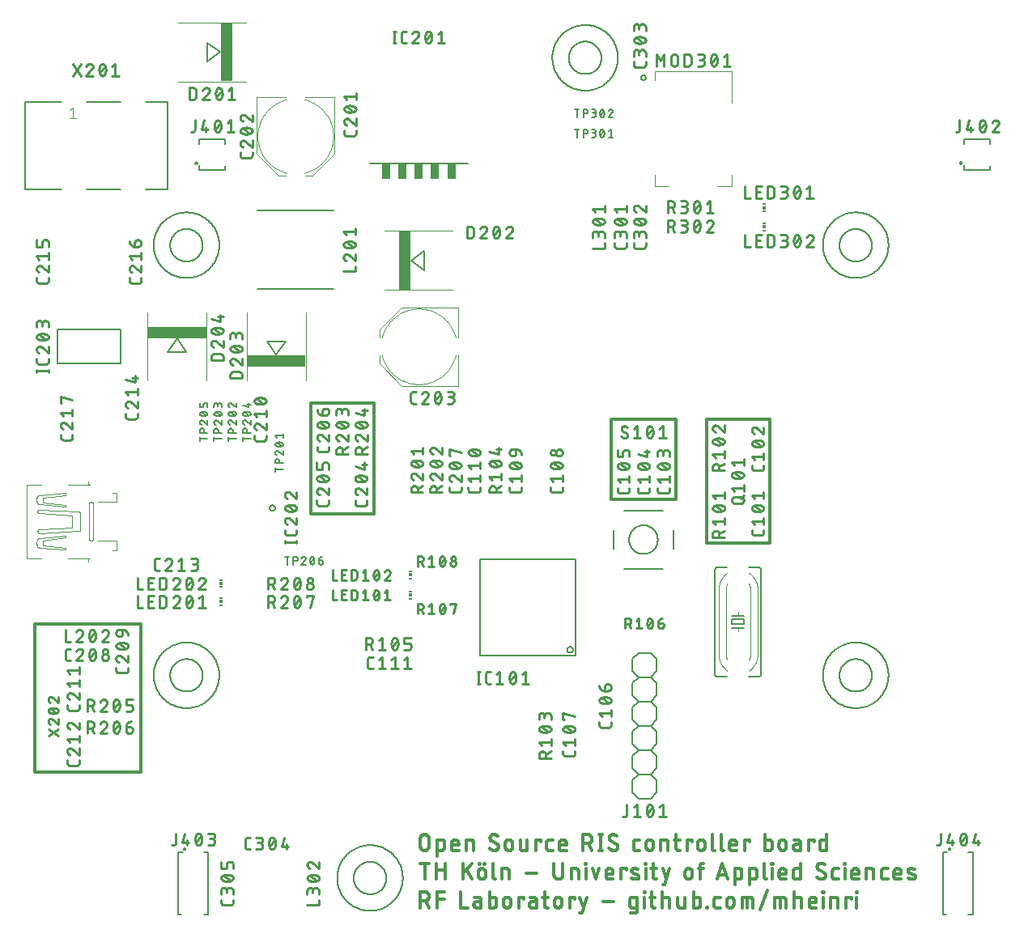
<source format=gto>
G04 EAGLE Gerber RS-274X export*
G75*
%MOMM*%
%FSLAX34Y34*%
%LPD*%
%INSilkscreen Top*%
%IPPOS*%
%AMOC8*
5,1,8,0,0,1.08239X$1,22.5*%
G01*
%ADD10C,0.330200*%
%ADD11C,0.300000*%
%ADD12C,0.127000*%
%ADD13C,0.254000*%
%ADD14C,0.050800*%
%ADD15C,0.152400*%
%ADD16C,0.203200*%
%ADD17C,0.101600*%
%ADD18C,0.228600*%
%ADD19C,0.200000*%
%ADD20R,0.300000X0.150000*%
%ADD21R,0.300000X0.300000*%
%ADD22R,0.965200X1.676400*%
%ADD23R,1.250000X6.200000*%
%ADD24R,6.200000X1.250000*%
%ADD25C,0.100000*%
%ADD26C,0.177800*%


D10*
X417651Y79289D02*
X417651Y86711D01*
X417653Y86846D01*
X417659Y86981D01*
X417669Y87115D01*
X417682Y87249D01*
X417700Y87383D01*
X417721Y87516D01*
X417747Y87649D01*
X417776Y87781D01*
X417809Y87911D01*
X417846Y88041D01*
X417886Y88170D01*
X417931Y88297D01*
X417979Y88423D01*
X418030Y88548D01*
X418086Y88671D01*
X418144Y88793D01*
X418207Y88912D01*
X418272Y89030D01*
X418342Y89146D01*
X418414Y89260D01*
X418490Y89371D01*
X418569Y89481D01*
X418651Y89588D01*
X418736Y89692D01*
X418824Y89794D01*
X418915Y89894D01*
X419009Y89991D01*
X419106Y90085D01*
X419206Y90176D01*
X419308Y90264D01*
X419412Y90349D01*
X419519Y90431D01*
X419629Y90510D01*
X419740Y90586D01*
X419854Y90658D01*
X419970Y90728D01*
X420088Y90793D01*
X420207Y90856D01*
X420329Y90914D01*
X420452Y90970D01*
X420577Y91021D01*
X420703Y91069D01*
X420830Y91114D01*
X420959Y91154D01*
X421089Y91191D01*
X421219Y91224D01*
X421351Y91253D01*
X421484Y91279D01*
X421617Y91300D01*
X421751Y91318D01*
X421885Y91331D01*
X422019Y91341D01*
X422154Y91347D01*
X422289Y91349D01*
X422424Y91347D01*
X422559Y91341D01*
X422693Y91331D01*
X422827Y91318D01*
X422961Y91300D01*
X423094Y91279D01*
X423227Y91253D01*
X423359Y91224D01*
X423489Y91191D01*
X423619Y91154D01*
X423748Y91114D01*
X423875Y91069D01*
X424001Y91021D01*
X424126Y90970D01*
X424249Y90914D01*
X424371Y90856D01*
X424490Y90793D01*
X424608Y90728D01*
X424724Y90658D01*
X424838Y90586D01*
X424949Y90510D01*
X425059Y90431D01*
X425166Y90349D01*
X425270Y90264D01*
X425372Y90176D01*
X425472Y90085D01*
X425569Y89991D01*
X425663Y89894D01*
X425754Y89794D01*
X425842Y89692D01*
X425927Y89588D01*
X426009Y89481D01*
X426088Y89371D01*
X426164Y89260D01*
X426236Y89146D01*
X426306Y89030D01*
X426371Y88912D01*
X426434Y88793D01*
X426492Y88671D01*
X426548Y88548D01*
X426599Y88423D01*
X426647Y88297D01*
X426692Y88170D01*
X426732Y88041D01*
X426769Y87911D01*
X426802Y87781D01*
X426831Y87649D01*
X426857Y87516D01*
X426878Y87383D01*
X426896Y87249D01*
X426909Y87115D01*
X426919Y86981D01*
X426925Y86846D01*
X426927Y86711D01*
X426928Y86711D02*
X426928Y79289D01*
X426927Y79289D02*
X426925Y79154D01*
X426919Y79019D01*
X426909Y78885D01*
X426896Y78751D01*
X426878Y78617D01*
X426857Y78484D01*
X426831Y78351D01*
X426802Y78219D01*
X426769Y78089D01*
X426732Y77959D01*
X426692Y77830D01*
X426647Y77703D01*
X426599Y77577D01*
X426548Y77452D01*
X426492Y77329D01*
X426434Y77207D01*
X426371Y77088D01*
X426306Y76970D01*
X426236Y76854D01*
X426164Y76740D01*
X426088Y76629D01*
X426009Y76519D01*
X425927Y76412D01*
X425842Y76308D01*
X425754Y76206D01*
X425663Y76106D01*
X425569Y76009D01*
X425472Y75915D01*
X425372Y75824D01*
X425270Y75736D01*
X425166Y75651D01*
X425059Y75569D01*
X424949Y75490D01*
X424838Y75414D01*
X424724Y75342D01*
X424608Y75272D01*
X424490Y75207D01*
X424371Y75144D01*
X424249Y75086D01*
X424126Y75030D01*
X424001Y74979D01*
X423875Y74931D01*
X423748Y74886D01*
X423619Y74846D01*
X423489Y74809D01*
X423359Y74776D01*
X423227Y74747D01*
X423094Y74721D01*
X422961Y74700D01*
X422827Y74682D01*
X422693Y74669D01*
X422559Y74659D01*
X422424Y74653D01*
X422289Y74651D01*
X422154Y74653D01*
X422019Y74659D01*
X421885Y74669D01*
X421751Y74682D01*
X421617Y74700D01*
X421484Y74721D01*
X421351Y74747D01*
X421219Y74776D01*
X421089Y74809D01*
X420959Y74846D01*
X420830Y74886D01*
X420703Y74931D01*
X420577Y74979D01*
X420452Y75030D01*
X420329Y75086D01*
X420207Y75144D01*
X420088Y75207D01*
X419970Y75272D01*
X419854Y75342D01*
X419740Y75414D01*
X419629Y75490D01*
X419519Y75569D01*
X419412Y75651D01*
X419308Y75736D01*
X419206Y75824D01*
X419106Y75915D01*
X419009Y76009D01*
X418915Y76106D01*
X418824Y76206D01*
X418736Y76308D01*
X418651Y76412D01*
X418569Y76519D01*
X418490Y76629D01*
X418414Y76740D01*
X418342Y76854D01*
X418272Y76970D01*
X418207Y77088D01*
X418144Y77207D01*
X418086Y77329D01*
X418030Y77452D01*
X417979Y77577D01*
X417931Y77703D01*
X417886Y77830D01*
X417846Y77959D01*
X417809Y78089D01*
X417776Y78219D01*
X417747Y78351D01*
X417721Y78484D01*
X417700Y78617D01*
X417682Y78751D01*
X417669Y78885D01*
X417659Y79019D01*
X417653Y79154D01*
X417651Y79289D01*
X435372Y85783D02*
X435372Y69085D01*
X435372Y85783D02*
X440010Y85783D01*
X440114Y85781D01*
X440218Y85775D01*
X440322Y85766D01*
X440425Y85752D01*
X440527Y85734D01*
X440629Y85713D01*
X440730Y85688D01*
X440830Y85659D01*
X440929Y85627D01*
X441027Y85591D01*
X441123Y85551D01*
X441217Y85507D01*
X441310Y85460D01*
X441402Y85410D01*
X441491Y85356D01*
X441578Y85299D01*
X441663Y85239D01*
X441745Y85176D01*
X441825Y85109D01*
X441903Y85040D01*
X441978Y84968D01*
X442050Y84893D01*
X442119Y84815D01*
X442186Y84735D01*
X442249Y84653D01*
X442309Y84568D01*
X442366Y84481D01*
X442420Y84392D01*
X442470Y84300D01*
X442517Y84207D01*
X442561Y84113D01*
X442601Y84017D01*
X442637Y83919D01*
X442669Y83820D01*
X442698Y83720D01*
X442723Y83619D01*
X442744Y83517D01*
X442762Y83415D01*
X442776Y83312D01*
X442785Y83208D01*
X442791Y83104D01*
X442793Y83000D01*
X442793Y77434D01*
X442791Y77330D01*
X442785Y77226D01*
X442776Y77122D01*
X442762Y77019D01*
X442744Y76917D01*
X442723Y76815D01*
X442698Y76714D01*
X442669Y76614D01*
X442637Y76515D01*
X442601Y76417D01*
X442561Y76321D01*
X442517Y76227D01*
X442470Y76134D01*
X442420Y76042D01*
X442366Y75953D01*
X442309Y75866D01*
X442249Y75781D01*
X442186Y75699D01*
X442119Y75619D01*
X442050Y75541D01*
X441978Y75466D01*
X441903Y75394D01*
X441825Y75325D01*
X441745Y75258D01*
X441663Y75195D01*
X441578Y75135D01*
X441491Y75078D01*
X441402Y75024D01*
X441310Y74974D01*
X441217Y74927D01*
X441123Y74883D01*
X441027Y74843D01*
X440929Y74807D01*
X440830Y74775D01*
X440730Y74746D01*
X440629Y74721D01*
X440527Y74700D01*
X440425Y74682D01*
X440322Y74668D01*
X440218Y74659D01*
X440114Y74653D01*
X440010Y74651D01*
X435372Y74651D01*
X452987Y74651D02*
X457625Y74651D01*
X452987Y74651D02*
X452883Y74653D01*
X452779Y74659D01*
X452675Y74668D01*
X452572Y74682D01*
X452470Y74700D01*
X452368Y74721D01*
X452267Y74746D01*
X452167Y74775D01*
X452068Y74807D01*
X451970Y74843D01*
X451874Y74883D01*
X451780Y74927D01*
X451687Y74974D01*
X451596Y75024D01*
X451506Y75078D01*
X451419Y75135D01*
X451334Y75195D01*
X451252Y75258D01*
X451172Y75325D01*
X451094Y75394D01*
X451019Y75466D01*
X450947Y75541D01*
X450878Y75619D01*
X450811Y75699D01*
X450748Y75781D01*
X450688Y75866D01*
X450631Y75953D01*
X450577Y76043D01*
X450527Y76134D01*
X450480Y76227D01*
X450436Y76321D01*
X450396Y76417D01*
X450360Y76515D01*
X450328Y76614D01*
X450299Y76714D01*
X450274Y76815D01*
X450253Y76917D01*
X450235Y77019D01*
X450221Y77122D01*
X450212Y77226D01*
X450206Y77330D01*
X450204Y77434D01*
X450204Y82072D01*
X450203Y82072D02*
X450205Y82192D01*
X450211Y82312D01*
X450221Y82432D01*
X450234Y82551D01*
X450252Y82670D01*
X450273Y82789D01*
X450298Y82906D01*
X450327Y83023D01*
X450360Y83138D01*
X450396Y83253D01*
X450436Y83366D01*
X450480Y83478D01*
X450527Y83589D01*
X450578Y83698D01*
X450632Y83805D01*
X450690Y83910D01*
X450751Y84014D01*
X450816Y84115D01*
X450884Y84214D01*
X450955Y84311D01*
X451029Y84406D01*
X451106Y84498D01*
X451186Y84588D01*
X451269Y84675D01*
X451354Y84759D01*
X451443Y84841D01*
X451534Y84919D01*
X451627Y84995D01*
X451723Y85067D01*
X451821Y85137D01*
X451921Y85203D01*
X452024Y85266D01*
X452128Y85325D01*
X452235Y85381D01*
X452343Y85434D01*
X452452Y85483D01*
X452564Y85529D01*
X452676Y85570D01*
X452790Y85609D01*
X452905Y85643D01*
X453021Y85674D01*
X453139Y85701D01*
X453256Y85724D01*
X453375Y85744D01*
X453494Y85759D01*
X453614Y85771D01*
X453734Y85779D01*
X453854Y85783D01*
X453974Y85783D01*
X454094Y85779D01*
X454214Y85771D01*
X454334Y85759D01*
X454453Y85744D01*
X454572Y85724D01*
X454689Y85701D01*
X454807Y85674D01*
X454923Y85643D01*
X455038Y85609D01*
X455152Y85570D01*
X455264Y85529D01*
X455376Y85483D01*
X455485Y85434D01*
X455593Y85381D01*
X455700Y85325D01*
X455804Y85266D01*
X455907Y85203D01*
X456007Y85137D01*
X456105Y85067D01*
X456201Y84995D01*
X456294Y84919D01*
X456385Y84841D01*
X456474Y84759D01*
X456559Y84675D01*
X456642Y84588D01*
X456722Y84498D01*
X456799Y84406D01*
X456873Y84311D01*
X456944Y84214D01*
X457012Y84115D01*
X457077Y84014D01*
X457138Y83910D01*
X457196Y83805D01*
X457250Y83698D01*
X457301Y83589D01*
X457348Y83478D01*
X457392Y83366D01*
X457432Y83253D01*
X457468Y83138D01*
X457501Y83023D01*
X457530Y82906D01*
X457555Y82789D01*
X457576Y82670D01*
X457594Y82551D01*
X457607Y82432D01*
X457617Y82312D01*
X457623Y82192D01*
X457625Y82072D01*
X457625Y80217D01*
X450204Y80217D01*
X465729Y74651D02*
X465729Y85783D01*
X470367Y85783D01*
X470471Y85781D01*
X470575Y85775D01*
X470679Y85766D01*
X470782Y85752D01*
X470884Y85734D01*
X470986Y85713D01*
X471087Y85688D01*
X471187Y85659D01*
X471286Y85627D01*
X471384Y85591D01*
X471480Y85551D01*
X471574Y85507D01*
X471667Y85460D01*
X471759Y85410D01*
X471848Y85356D01*
X471935Y85299D01*
X472020Y85239D01*
X472102Y85176D01*
X472182Y85109D01*
X472260Y85040D01*
X472335Y84968D01*
X472407Y84893D01*
X472476Y84815D01*
X472543Y84735D01*
X472606Y84653D01*
X472666Y84568D01*
X472723Y84481D01*
X472777Y84392D01*
X472827Y84300D01*
X472874Y84207D01*
X472918Y84113D01*
X472958Y84017D01*
X472994Y83919D01*
X473026Y83820D01*
X473055Y83720D01*
X473080Y83619D01*
X473101Y83517D01*
X473119Y83415D01*
X473133Y83312D01*
X473142Y83208D01*
X473148Y83104D01*
X473150Y83000D01*
X473150Y74651D01*
X495667Y74651D02*
X495788Y74653D01*
X495910Y74659D01*
X496031Y74669D01*
X496151Y74683D01*
X496272Y74701D01*
X496391Y74722D01*
X496510Y74748D01*
X496628Y74777D01*
X496744Y74811D01*
X496860Y74848D01*
X496974Y74889D01*
X497087Y74933D01*
X497199Y74982D01*
X497308Y75034D01*
X497416Y75089D01*
X497523Y75148D01*
X497627Y75211D01*
X497729Y75276D01*
X497829Y75346D01*
X497926Y75418D01*
X498021Y75493D01*
X498114Y75572D01*
X498204Y75653D01*
X498291Y75738D01*
X498376Y75825D01*
X498457Y75915D01*
X498536Y76008D01*
X498611Y76103D01*
X498683Y76200D01*
X498753Y76300D01*
X498818Y76402D01*
X498881Y76507D01*
X498940Y76613D01*
X498995Y76721D01*
X499047Y76830D01*
X499096Y76942D01*
X499140Y77055D01*
X499181Y77169D01*
X499218Y77285D01*
X499252Y77402D01*
X499281Y77519D01*
X499307Y77638D01*
X499328Y77757D01*
X499346Y77878D01*
X499360Y77998D01*
X499370Y78119D01*
X499376Y78241D01*
X499378Y78362D01*
X495667Y74651D02*
X495480Y74653D01*
X495292Y74660D01*
X495105Y74671D01*
X494918Y74687D01*
X494731Y74707D01*
X494546Y74732D01*
X494360Y74761D01*
X494176Y74794D01*
X493992Y74832D01*
X493809Y74874D01*
X493628Y74921D01*
X493447Y74972D01*
X493268Y75027D01*
X493090Y75087D01*
X492914Y75150D01*
X492739Y75218D01*
X492566Y75291D01*
X492394Y75367D01*
X492225Y75447D01*
X492057Y75532D01*
X491892Y75620D01*
X491729Y75712D01*
X491568Y75808D01*
X491409Y75908D01*
X491253Y76012D01*
X491099Y76120D01*
X490948Y76231D01*
X490799Y76345D01*
X490654Y76464D01*
X490511Y76585D01*
X490371Y76710D01*
X490234Y76839D01*
X490101Y76970D01*
X490564Y87638D02*
X490566Y87757D01*
X490572Y87876D01*
X490581Y87994D01*
X490594Y88113D01*
X490612Y88230D01*
X490632Y88347D01*
X490657Y88464D01*
X490685Y88579D01*
X490717Y88694D01*
X490753Y88807D01*
X490792Y88920D01*
X490835Y89031D01*
X490882Y89140D01*
X490932Y89248D01*
X490985Y89354D01*
X491042Y89459D01*
X491102Y89562D01*
X491165Y89662D01*
X491231Y89761D01*
X491301Y89858D01*
X491374Y89952D01*
X491449Y90044D01*
X491528Y90133D01*
X491609Y90220D01*
X491693Y90304D01*
X491780Y90385D01*
X491869Y90464D01*
X491961Y90539D01*
X492055Y90612D01*
X492152Y90682D01*
X492251Y90748D01*
X492351Y90811D01*
X492454Y90871D01*
X492559Y90928D01*
X492665Y90981D01*
X492773Y91031D01*
X492882Y91078D01*
X492993Y91121D01*
X493106Y91160D01*
X493219Y91196D01*
X493334Y91228D01*
X493449Y91256D01*
X493566Y91281D01*
X493683Y91301D01*
X493800Y91319D01*
X493919Y91332D01*
X494037Y91341D01*
X494156Y91347D01*
X494275Y91349D01*
X494275Y91350D02*
X494441Y91348D01*
X494607Y91342D01*
X494772Y91332D01*
X494937Y91318D01*
X495102Y91301D01*
X495267Y91279D01*
X495430Y91253D01*
X495594Y91224D01*
X495756Y91191D01*
X495918Y91153D01*
X496078Y91112D01*
X496238Y91067D01*
X496396Y91019D01*
X496554Y90966D01*
X496710Y90910D01*
X496864Y90850D01*
X497018Y90787D01*
X497169Y90719D01*
X497319Y90649D01*
X497467Y90574D01*
X497614Y90497D01*
X497758Y90415D01*
X497901Y90331D01*
X498041Y90242D01*
X498180Y90151D01*
X498316Y90056D01*
X498450Y89958D01*
X492420Y84391D02*
X492315Y84455D01*
X492213Y84522D01*
X492113Y84592D01*
X492015Y84666D01*
X491920Y84743D01*
X491828Y84822D01*
X491737Y84905D01*
X491650Y84991D01*
X491566Y85079D01*
X491484Y85170D01*
X491406Y85264D01*
X491330Y85360D01*
X491258Y85459D01*
X491189Y85560D01*
X491123Y85663D01*
X491061Y85768D01*
X491002Y85875D01*
X490946Y85984D01*
X490894Y86095D01*
X490846Y86207D01*
X490802Y86321D01*
X490761Y86436D01*
X490724Y86553D01*
X490690Y86671D01*
X490661Y86789D01*
X490635Y86909D01*
X490613Y87029D01*
X490596Y87150D01*
X490582Y87272D01*
X490572Y87394D01*
X490566Y87516D01*
X490564Y87638D01*
X497522Y81609D02*
X497627Y81545D01*
X497729Y81478D01*
X497829Y81408D01*
X497927Y81334D01*
X498022Y81257D01*
X498115Y81178D01*
X498205Y81095D01*
X498292Y81009D01*
X498376Y80921D01*
X498458Y80830D01*
X498536Y80736D01*
X498612Y80640D01*
X498684Y80541D01*
X498753Y80440D01*
X498819Y80337D01*
X498881Y80232D01*
X498940Y80125D01*
X498996Y80016D01*
X499048Y79905D01*
X499096Y79793D01*
X499140Y79679D01*
X499181Y79564D01*
X499218Y79447D01*
X499252Y79329D01*
X499281Y79211D01*
X499307Y79091D01*
X499329Y78971D01*
X499346Y78850D01*
X499360Y78728D01*
X499370Y78606D01*
X499376Y78484D01*
X499378Y78362D01*
X497522Y81609D02*
X492420Y84392D01*
X506554Y82072D02*
X506554Y78362D01*
X506553Y82072D02*
X506555Y82192D01*
X506561Y82312D01*
X506571Y82432D01*
X506584Y82551D01*
X506602Y82670D01*
X506623Y82789D01*
X506648Y82906D01*
X506677Y83023D01*
X506710Y83138D01*
X506746Y83253D01*
X506786Y83366D01*
X506830Y83478D01*
X506877Y83589D01*
X506928Y83698D01*
X506982Y83805D01*
X507040Y83910D01*
X507101Y84014D01*
X507166Y84115D01*
X507234Y84214D01*
X507305Y84311D01*
X507379Y84406D01*
X507456Y84498D01*
X507536Y84588D01*
X507619Y84675D01*
X507704Y84759D01*
X507793Y84841D01*
X507884Y84919D01*
X507977Y84995D01*
X508073Y85067D01*
X508171Y85137D01*
X508271Y85203D01*
X508374Y85266D01*
X508478Y85325D01*
X508585Y85381D01*
X508693Y85434D01*
X508802Y85483D01*
X508914Y85529D01*
X509026Y85570D01*
X509140Y85609D01*
X509255Y85643D01*
X509371Y85674D01*
X509489Y85701D01*
X509606Y85724D01*
X509725Y85744D01*
X509844Y85759D01*
X509964Y85771D01*
X510084Y85779D01*
X510204Y85783D01*
X510324Y85783D01*
X510444Y85779D01*
X510564Y85771D01*
X510684Y85759D01*
X510803Y85744D01*
X510922Y85724D01*
X511039Y85701D01*
X511157Y85674D01*
X511273Y85643D01*
X511388Y85609D01*
X511502Y85570D01*
X511614Y85529D01*
X511726Y85483D01*
X511835Y85434D01*
X511943Y85381D01*
X512050Y85325D01*
X512154Y85266D01*
X512257Y85203D01*
X512357Y85137D01*
X512455Y85067D01*
X512551Y84995D01*
X512644Y84919D01*
X512735Y84841D01*
X512824Y84759D01*
X512909Y84675D01*
X512992Y84588D01*
X513072Y84498D01*
X513149Y84406D01*
X513223Y84311D01*
X513294Y84214D01*
X513362Y84115D01*
X513427Y84014D01*
X513488Y83910D01*
X513546Y83805D01*
X513600Y83698D01*
X513651Y83589D01*
X513698Y83478D01*
X513742Y83366D01*
X513782Y83253D01*
X513818Y83138D01*
X513851Y83023D01*
X513880Y82906D01*
X513905Y82789D01*
X513926Y82670D01*
X513944Y82551D01*
X513957Y82432D01*
X513967Y82312D01*
X513973Y82192D01*
X513975Y82072D01*
X513975Y78362D01*
X513973Y78242D01*
X513967Y78122D01*
X513957Y78002D01*
X513944Y77883D01*
X513926Y77764D01*
X513905Y77645D01*
X513880Y77528D01*
X513851Y77411D01*
X513818Y77296D01*
X513782Y77181D01*
X513742Y77068D01*
X513698Y76956D01*
X513651Y76845D01*
X513600Y76736D01*
X513546Y76629D01*
X513488Y76524D01*
X513427Y76420D01*
X513362Y76319D01*
X513294Y76220D01*
X513223Y76123D01*
X513149Y76028D01*
X513072Y75936D01*
X512992Y75846D01*
X512909Y75759D01*
X512824Y75675D01*
X512735Y75593D01*
X512644Y75515D01*
X512551Y75439D01*
X512455Y75367D01*
X512357Y75297D01*
X512257Y75231D01*
X512154Y75168D01*
X512050Y75109D01*
X511943Y75053D01*
X511835Y75000D01*
X511726Y74951D01*
X511614Y74905D01*
X511502Y74864D01*
X511388Y74825D01*
X511273Y74791D01*
X511157Y74760D01*
X511039Y74733D01*
X510922Y74710D01*
X510803Y74690D01*
X510684Y74675D01*
X510564Y74663D01*
X510444Y74655D01*
X510324Y74651D01*
X510204Y74651D01*
X510084Y74655D01*
X509964Y74663D01*
X509844Y74675D01*
X509725Y74690D01*
X509606Y74710D01*
X509489Y74733D01*
X509371Y74760D01*
X509255Y74791D01*
X509140Y74825D01*
X509026Y74864D01*
X508914Y74905D01*
X508802Y74951D01*
X508693Y75000D01*
X508585Y75053D01*
X508478Y75109D01*
X508374Y75168D01*
X508271Y75231D01*
X508171Y75297D01*
X508073Y75367D01*
X507977Y75439D01*
X507884Y75515D01*
X507793Y75593D01*
X507704Y75675D01*
X507619Y75759D01*
X507536Y75846D01*
X507456Y75936D01*
X507379Y76028D01*
X507305Y76123D01*
X507234Y76220D01*
X507166Y76319D01*
X507101Y76420D01*
X507040Y76524D01*
X506982Y76629D01*
X506928Y76736D01*
X506877Y76845D01*
X506830Y76956D01*
X506786Y77068D01*
X506746Y77181D01*
X506710Y77296D01*
X506677Y77411D01*
X506648Y77528D01*
X506623Y77645D01*
X506602Y77764D01*
X506584Y77883D01*
X506571Y78002D01*
X506561Y78122D01*
X506555Y78242D01*
X506553Y78362D01*
X522079Y77434D02*
X522079Y85783D01*
X522079Y77434D02*
X522081Y77330D01*
X522087Y77226D01*
X522096Y77122D01*
X522110Y77019D01*
X522128Y76917D01*
X522149Y76815D01*
X522174Y76714D01*
X522203Y76614D01*
X522235Y76515D01*
X522271Y76417D01*
X522311Y76321D01*
X522355Y76227D01*
X522402Y76134D01*
X522452Y76043D01*
X522506Y75953D01*
X522563Y75866D01*
X522623Y75781D01*
X522686Y75699D01*
X522753Y75619D01*
X522822Y75541D01*
X522894Y75466D01*
X522969Y75394D01*
X523047Y75325D01*
X523127Y75258D01*
X523209Y75195D01*
X523294Y75135D01*
X523381Y75078D01*
X523471Y75024D01*
X523562Y74974D01*
X523655Y74927D01*
X523749Y74883D01*
X523845Y74843D01*
X523943Y74807D01*
X524042Y74775D01*
X524142Y74746D01*
X524243Y74721D01*
X524345Y74700D01*
X524447Y74682D01*
X524550Y74668D01*
X524654Y74659D01*
X524758Y74653D01*
X524862Y74651D01*
X529500Y74651D01*
X529500Y85783D01*
X538319Y85783D02*
X538319Y74651D01*
X538319Y85783D02*
X543885Y85783D01*
X543885Y83928D01*
X552491Y74651D02*
X556202Y74651D01*
X552491Y74651D02*
X552387Y74653D01*
X552283Y74659D01*
X552179Y74668D01*
X552076Y74682D01*
X551974Y74700D01*
X551872Y74721D01*
X551771Y74746D01*
X551671Y74775D01*
X551572Y74807D01*
X551474Y74843D01*
X551378Y74883D01*
X551284Y74927D01*
X551191Y74974D01*
X551100Y75024D01*
X551010Y75078D01*
X550923Y75135D01*
X550838Y75195D01*
X550756Y75258D01*
X550676Y75325D01*
X550598Y75394D01*
X550523Y75466D01*
X550451Y75541D01*
X550382Y75619D01*
X550315Y75699D01*
X550252Y75781D01*
X550192Y75866D01*
X550135Y75953D01*
X550081Y76043D01*
X550031Y76134D01*
X549984Y76227D01*
X549940Y76321D01*
X549900Y76417D01*
X549864Y76515D01*
X549832Y76614D01*
X549803Y76714D01*
X549778Y76815D01*
X549757Y76917D01*
X549739Y77019D01*
X549725Y77122D01*
X549716Y77226D01*
X549710Y77330D01*
X549708Y77434D01*
X549708Y83000D01*
X549710Y83104D01*
X549716Y83208D01*
X549725Y83312D01*
X549739Y83415D01*
X549757Y83517D01*
X549778Y83619D01*
X549803Y83720D01*
X549832Y83820D01*
X549864Y83919D01*
X549900Y84017D01*
X549940Y84113D01*
X549984Y84207D01*
X550031Y84300D01*
X550081Y84392D01*
X550135Y84481D01*
X550192Y84568D01*
X550252Y84653D01*
X550315Y84735D01*
X550382Y84815D01*
X550451Y84893D01*
X550523Y84968D01*
X550598Y85040D01*
X550676Y85109D01*
X550756Y85176D01*
X550838Y85239D01*
X550923Y85299D01*
X551010Y85356D01*
X551100Y85410D01*
X551191Y85460D01*
X551284Y85507D01*
X551378Y85551D01*
X551474Y85591D01*
X551572Y85627D01*
X551671Y85659D01*
X551771Y85688D01*
X551872Y85713D01*
X551974Y85734D01*
X552076Y85752D01*
X552179Y85766D01*
X552283Y85775D01*
X552387Y85781D01*
X552491Y85783D01*
X556202Y85783D01*
X565687Y74651D02*
X570325Y74651D01*
X565687Y74651D02*
X565583Y74653D01*
X565479Y74659D01*
X565375Y74668D01*
X565272Y74682D01*
X565170Y74700D01*
X565068Y74721D01*
X564967Y74746D01*
X564867Y74775D01*
X564768Y74807D01*
X564670Y74843D01*
X564574Y74883D01*
X564480Y74927D01*
X564387Y74974D01*
X564296Y75024D01*
X564206Y75078D01*
X564119Y75135D01*
X564034Y75195D01*
X563952Y75258D01*
X563872Y75325D01*
X563794Y75394D01*
X563719Y75466D01*
X563647Y75541D01*
X563578Y75619D01*
X563511Y75699D01*
X563448Y75781D01*
X563388Y75866D01*
X563331Y75953D01*
X563277Y76043D01*
X563227Y76134D01*
X563180Y76227D01*
X563136Y76321D01*
X563096Y76417D01*
X563060Y76515D01*
X563028Y76614D01*
X562999Y76714D01*
X562974Y76815D01*
X562953Y76917D01*
X562935Y77019D01*
X562921Y77122D01*
X562912Y77226D01*
X562906Y77330D01*
X562904Y77434D01*
X562904Y82072D01*
X562903Y82072D02*
X562905Y82192D01*
X562911Y82312D01*
X562921Y82432D01*
X562934Y82551D01*
X562952Y82670D01*
X562973Y82789D01*
X562998Y82906D01*
X563027Y83023D01*
X563060Y83138D01*
X563096Y83253D01*
X563136Y83366D01*
X563180Y83478D01*
X563227Y83589D01*
X563278Y83698D01*
X563332Y83805D01*
X563390Y83910D01*
X563451Y84014D01*
X563516Y84115D01*
X563584Y84214D01*
X563655Y84311D01*
X563729Y84406D01*
X563806Y84498D01*
X563886Y84588D01*
X563969Y84675D01*
X564054Y84759D01*
X564143Y84841D01*
X564234Y84919D01*
X564327Y84995D01*
X564423Y85067D01*
X564521Y85137D01*
X564621Y85203D01*
X564724Y85266D01*
X564828Y85325D01*
X564935Y85381D01*
X565043Y85434D01*
X565152Y85483D01*
X565264Y85529D01*
X565376Y85570D01*
X565490Y85609D01*
X565605Y85643D01*
X565721Y85674D01*
X565839Y85701D01*
X565956Y85724D01*
X566075Y85744D01*
X566194Y85759D01*
X566314Y85771D01*
X566434Y85779D01*
X566554Y85783D01*
X566674Y85783D01*
X566794Y85779D01*
X566914Y85771D01*
X567034Y85759D01*
X567153Y85744D01*
X567272Y85724D01*
X567389Y85701D01*
X567507Y85674D01*
X567623Y85643D01*
X567738Y85609D01*
X567852Y85570D01*
X567964Y85529D01*
X568076Y85483D01*
X568185Y85434D01*
X568293Y85381D01*
X568400Y85325D01*
X568504Y85266D01*
X568607Y85203D01*
X568707Y85137D01*
X568805Y85067D01*
X568901Y84995D01*
X568994Y84919D01*
X569085Y84841D01*
X569174Y84759D01*
X569259Y84675D01*
X569342Y84588D01*
X569422Y84498D01*
X569499Y84406D01*
X569573Y84311D01*
X569644Y84214D01*
X569712Y84115D01*
X569777Y84014D01*
X569838Y83910D01*
X569896Y83805D01*
X569950Y83698D01*
X570001Y83589D01*
X570048Y83478D01*
X570092Y83366D01*
X570132Y83253D01*
X570168Y83138D01*
X570201Y83023D01*
X570230Y82906D01*
X570255Y82789D01*
X570276Y82670D01*
X570294Y82551D01*
X570307Y82432D01*
X570317Y82312D01*
X570323Y82192D01*
X570325Y82072D01*
X570325Y80217D01*
X562904Y80217D01*
X587999Y74651D02*
X587999Y91349D01*
X592637Y91349D01*
X592772Y91347D01*
X592907Y91341D01*
X593041Y91331D01*
X593175Y91318D01*
X593309Y91300D01*
X593442Y91279D01*
X593575Y91253D01*
X593707Y91224D01*
X593837Y91191D01*
X593967Y91154D01*
X594096Y91114D01*
X594223Y91069D01*
X594349Y91021D01*
X594474Y90970D01*
X594597Y90914D01*
X594719Y90856D01*
X594838Y90793D01*
X594956Y90728D01*
X595072Y90658D01*
X595186Y90586D01*
X595297Y90510D01*
X595407Y90431D01*
X595514Y90349D01*
X595618Y90264D01*
X595720Y90176D01*
X595820Y90085D01*
X595917Y89991D01*
X596011Y89894D01*
X596102Y89794D01*
X596190Y89692D01*
X596275Y89588D01*
X596357Y89481D01*
X596436Y89371D01*
X596512Y89260D01*
X596584Y89146D01*
X596654Y89030D01*
X596719Y88912D01*
X596782Y88793D01*
X596840Y88671D01*
X596896Y88548D01*
X596947Y88423D01*
X596995Y88297D01*
X597040Y88170D01*
X597080Y88041D01*
X597117Y87911D01*
X597150Y87781D01*
X597179Y87649D01*
X597205Y87516D01*
X597226Y87383D01*
X597244Y87249D01*
X597257Y87115D01*
X597267Y86981D01*
X597273Y86846D01*
X597275Y86711D01*
X597273Y86576D01*
X597267Y86441D01*
X597257Y86307D01*
X597244Y86173D01*
X597226Y86039D01*
X597205Y85906D01*
X597179Y85773D01*
X597150Y85641D01*
X597117Y85511D01*
X597080Y85381D01*
X597040Y85252D01*
X596995Y85125D01*
X596947Y84999D01*
X596896Y84874D01*
X596840Y84751D01*
X596782Y84629D01*
X596719Y84510D01*
X596654Y84392D01*
X596584Y84276D01*
X596512Y84162D01*
X596436Y84051D01*
X596357Y83941D01*
X596275Y83834D01*
X596190Y83730D01*
X596102Y83628D01*
X596011Y83528D01*
X595917Y83431D01*
X595820Y83337D01*
X595720Y83246D01*
X595618Y83158D01*
X595514Y83073D01*
X595407Y82991D01*
X595297Y82912D01*
X595186Y82836D01*
X595072Y82764D01*
X594956Y82694D01*
X594838Y82629D01*
X594719Y82566D01*
X594597Y82508D01*
X594474Y82452D01*
X594349Y82401D01*
X594223Y82353D01*
X594096Y82308D01*
X593967Y82268D01*
X593837Y82231D01*
X593707Y82198D01*
X593575Y82169D01*
X593442Y82143D01*
X593309Y82122D01*
X593175Y82104D01*
X593041Y82091D01*
X592907Y82081D01*
X592772Y82075D01*
X592637Y82073D01*
X592637Y82072D02*
X587999Y82072D01*
X593565Y82072D02*
X597275Y74651D01*
X606289Y74651D02*
X606289Y91349D01*
X604434Y74651D02*
X608144Y74651D01*
X608144Y91349D02*
X604434Y91349D01*
X620442Y74651D02*
X620563Y74653D01*
X620685Y74659D01*
X620806Y74669D01*
X620926Y74683D01*
X621047Y74701D01*
X621166Y74722D01*
X621285Y74748D01*
X621403Y74777D01*
X621519Y74811D01*
X621635Y74848D01*
X621749Y74889D01*
X621862Y74933D01*
X621974Y74982D01*
X622083Y75034D01*
X622191Y75089D01*
X622298Y75148D01*
X622402Y75211D01*
X622504Y75276D01*
X622604Y75346D01*
X622701Y75418D01*
X622796Y75493D01*
X622889Y75572D01*
X622979Y75653D01*
X623066Y75738D01*
X623151Y75825D01*
X623232Y75915D01*
X623311Y76008D01*
X623386Y76103D01*
X623458Y76200D01*
X623528Y76300D01*
X623593Y76402D01*
X623656Y76507D01*
X623715Y76613D01*
X623770Y76721D01*
X623822Y76830D01*
X623871Y76942D01*
X623915Y77055D01*
X623956Y77169D01*
X623993Y77285D01*
X624027Y77402D01*
X624056Y77519D01*
X624082Y77638D01*
X624103Y77757D01*
X624121Y77878D01*
X624135Y77998D01*
X624145Y78119D01*
X624151Y78241D01*
X624153Y78362D01*
X620442Y74651D02*
X620255Y74653D01*
X620067Y74660D01*
X619880Y74671D01*
X619693Y74687D01*
X619506Y74707D01*
X619321Y74732D01*
X619135Y74761D01*
X618951Y74794D01*
X618767Y74832D01*
X618584Y74874D01*
X618403Y74921D01*
X618222Y74972D01*
X618043Y75027D01*
X617865Y75087D01*
X617689Y75150D01*
X617514Y75218D01*
X617341Y75291D01*
X617169Y75367D01*
X617000Y75447D01*
X616832Y75532D01*
X616667Y75620D01*
X616504Y75712D01*
X616343Y75808D01*
X616184Y75908D01*
X616028Y76012D01*
X615874Y76120D01*
X615723Y76231D01*
X615574Y76345D01*
X615429Y76464D01*
X615286Y76585D01*
X615146Y76710D01*
X615009Y76839D01*
X614876Y76970D01*
X615339Y87638D02*
X615341Y87757D01*
X615347Y87876D01*
X615356Y87994D01*
X615369Y88113D01*
X615387Y88230D01*
X615407Y88347D01*
X615432Y88464D01*
X615460Y88579D01*
X615492Y88694D01*
X615528Y88807D01*
X615567Y88920D01*
X615610Y89031D01*
X615657Y89140D01*
X615707Y89248D01*
X615760Y89354D01*
X615817Y89459D01*
X615877Y89562D01*
X615940Y89662D01*
X616006Y89761D01*
X616076Y89858D01*
X616149Y89952D01*
X616224Y90044D01*
X616303Y90133D01*
X616384Y90220D01*
X616468Y90304D01*
X616555Y90385D01*
X616644Y90464D01*
X616736Y90539D01*
X616830Y90612D01*
X616927Y90682D01*
X617026Y90748D01*
X617126Y90811D01*
X617229Y90871D01*
X617334Y90928D01*
X617440Y90981D01*
X617548Y91031D01*
X617657Y91078D01*
X617768Y91121D01*
X617881Y91160D01*
X617994Y91196D01*
X618109Y91228D01*
X618224Y91256D01*
X618341Y91281D01*
X618458Y91301D01*
X618575Y91319D01*
X618694Y91332D01*
X618812Y91341D01*
X618931Y91347D01*
X619050Y91349D01*
X619050Y91350D02*
X619216Y91348D01*
X619382Y91342D01*
X619547Y91332D01*
X619712Y91318D01*
X619877Y91301D01*
X620042Y91279D01*
X620205Y91253D01*
X620369Y91224D01*
X620531Y91191D01*
X620693Y91153D01*
X620853Y91112D01*
X621013Y91067D01*
X621171Y91019D01*
X621329Y90966D01*
X621485Y90910D01*
X621639Y90850D01*
X621793Y90787D01*
X621944Y90719D01*
X622094Y90649D01*
X622242Y90574D01*
X622389Y90497D01*
X622533Y90415D01*
X622676Y90331D01*
X622816Y90242D01*
X622955Y90151D01*
X623091Y90056D01*
X623225Y89958D01*
X617195Y84391D02*
X617090Y84455D01*
X616988Y84522D01*
X616888Y84592D01*
X616790Y84666D01*
X616695Y84743D01*
X616603Y84822D01*
X616512Y84905D01*
X616425Y84991D01*
X616341Y85079D01*
X616259Y85170D01*
X616181Y85264D01*
X616105Y85360D01*
X616033Y85459D01*
X615964Y85560D01*
X615898Y85663D01*
X615836Y85768D01*
X615777Y85875D01*
X615721Y85984D01*
X615669Y86095D01*
X615621Y86207D01*
X615577Y86321D01*
X615536Y86436D01*
X615499Y86553D01*
X615465Y86671D01*
X615436Y86789D01*
X615410Y86909D01*
X615388Y87029D01*
X615371Y87150D01*
X615357Y87272D01*
X615347Y87394D01*
X615341Y87516D01*
X615339Y87638D01*
X622297Y81609D02*
X622402Y81545D01*
X622504Y81478D01*
X622604Y81408D01*
X622702Y81334D01*
X622797Y81257D01*
X622890Y81178D01*
X622980Y81095D01*
X623067Y81009D01*
X623151Y80921D01*
X623233Y80830D01*
X623311Y80736D01*
X623387Y80640D01*
X623459Y80541D01*
X623528Y80440D01*
X623594Y80337D01*
X623656Y80232D01*
X623715Y80125D01*
X623771Y80016D01*
X623823Y79905D01*
X623871Y79793D01*
X623915Y79679D01*
X623956Y79564D01*
X623993Y79447D01*
X624027Y79329D01*
X624056Y79211D01*
X624082Y79091D01*
X624104Y78971D01*
X624121Y78850D01*
X624135Y78728D01*
X624145Y78606D01*
X624151Y78484D01*
X624153Y78362D01*
X622297Y81609D02*
X617195Y84392D01*
X643341Y74651D02*
X647052Y74651D01*
X643341Y74651D02*
X643237Y74653D01*
X643133Y74659D01*
X643029Y74668D01*
X642926Y74682D01*
X642824Y74700D01*
X642722Y74721D01*
X642621Y74746D01*
X642521Y74775D01*
X642422Y74807D01*
X642324Y74843D01*
X642228Y74883D01*
X642134Y74927D01*
X642041Y74974D01*
X641950Y75024D01*
X641860Y75078D01*
X641773Y75135D01*
X641688Y75195D01*
X641606Y75258D01*
X641526Y75325D01*
X641448Y75394D01*
X641373Y75466D01*
X641301Y75541D01*
X641232Y75619D01*
X641165Y75699D01*
X641102Y75781D01*
X641042Y75866D01*
X640985Y75953D01*
X640931Y76043D01*
X640881Y76134D01*
X640834Y76227D01*
X640790Y76321D01*
X640750Y76417D01*
X640714Y76515D01*
X640682Y76614D01*
X640653Y76714D01*
X640628Y76815D01*
X640607Y76917D01*
X640589Y77019D01*
X640575Y77122D01*
X640566Y77226D01*
X640560Y77330D01*
X640558Y77434D01*
X640558Y83000D01*
X640560Y83104D01*
X640566Y83208D01*
X640575Y83312D01*
X640589Y83415D01*
X640607Y83517D01*
X640628Y83619D01*
X640653Y83720D01*
X640682Y83820D01*
X640714Y83919D01*
X640750Y84017D01*
X640790Y84113D01*
X640834Y84207D01*
X640881Y84300D01*
X640931Y84392D01*
X640985Y84481D01*
X641042Y84568D01*
X641102Y84653D01*
X641165Y84735D01*
X641232Y84815D01*
X641301Y84893D01*
X641373Y84968D01*
X641448Y85040D01*
X641526Y85109D01*
X641606Y85176D01*
X641688Y85239D01*
X641773Y85299D01*
X641860Y85356D01*
X641950Y85410D01*
X642041Y85460D01*
X642134Y85507D01*
X642228Y85551D01*
X642324Y85591D01*
X642422Y85627D01*
X642521Y85659D01*
X642621Y85688D01*
X642722Y85713D01*
X642824Y85734D01*
X642926Y85752D01*
X643029Y85766D01*
X643133Y85775D01*
X643237Y85781D01*
X643341Y85783D01*
X647052Y85783D01*
X653753Y82072D02*
X653753Y78362D01*
X653753Y82072D02*
X653755Y82192D01*
X653761Y82312D01*
X653771Y82432D01*
X653784Y82551D01*
X653802Y82670D01*
X653823Y82789D01*
X653848Y82906D01*
X653877Y83023D01*
X653910Y83138D01*
X653946Y83253D01*
X653986Y83366D01*
X654030Y83478D01*
X654077Y83589D01*
X654128Y83698D01*
X654182Y83805D01*
X654240Y83910D01*
X654301Y84014D01*
X654366Y84115D01*
X654434Y84214D01*
X654505Y84311D01*
X654579Y84406D01*
X654656Y84498D01*
X654736Y84588D01*
X654819Y84675D01*
X654904Y84759D01*
X654993Y84841D01*
X655084Y84919D01*
X655177Y84995D01*
X655273Y85067D01*
X655371Y85137D01*
X655471Y85203D01*
X655574Y85266D01*
X655678Y85325D01*
X655785Y85381D01*
X655893Y85434D01*
X656002Y85483D01*
X656114Y85529D01*
X656226Y85570D01*
X656340Y85609D01*
X656455Y85643D01*
X656571Y85674D01*
X656689Y85701D01*
X656806Y85724D01*
X656925Y85744D01*
X657044Y85759D01*
X657164Y85771D01*
X657284Y85779D01*
X657404Y85783D01*
X657524Y85783D01*
X657644Y85779D01*
X657764Y85771D01*
X657884Y85759D01*
X658003Y85744D01*
X658122Y85724D01*
X658239Y85701D01*
X658357Y85674D01*
X658473Y85643D01*
X658588Y85609D01*
X658702Y85570D01*
X658814Y85529D01*
X658926Y85483D01*
X659035Y85434D01*
X659143Y85381D01*
X659250Y85325D01*
X659354Y85266D01*
X659457Y85203D01*
X659557Y85137D01*
X659655Y85067D01*
X659751Y84995D01*
X659844Y84919D01*
X659935Y84841D01*
X660024Y84759D01*
X660109Y84675D01*
X660192Y84588D01*
X660272Y84498D01*
X660349Y84406D01*
X660423Y84311D01*
X660494Y84214D01*
X660562Y84115D01*
X660627Y84014D01*
X660688Y83910D01*
X660746Y83805D01*
X660800Y83698D01*
X660851Y83589D01*
X660898Y83478D01*
X660942Y83366D01*
X660982Y83253D01*
X661018Y83138D01*
X661051Y83023D01*
X661080Y82906D01*
X661105Y82789D01*
X661126Y82670D01*
X661144Y82551D01*
X661157Y82432D01*
X661167Y82312D01*
X661173Y82192D01*
X661175Y82072D01*
X661175Y78362D01*
X661173Y78242D01*
X661167Y78122D01*
X661157Y78002D01*
X661144Y77883D01*
X661126Y77764D01*
X661105Y77645D01*
X661080Y77528D01*
X661051Y77411D01*
X661018Y77296D01*
X660982Y77181D01*
X660942Y77068D01*
X660898Y76956D01*
X660851Y76845D01*
X660800Y76736D01*
X660746Y76629D01*
X660688Y76524D01*
X660627Y76420D01*
X660562Y76319D01*
X660494Y76220D01*
X660423Y76123D01*
X660349Y76028D01*
X660272Y75936D01*
X660192Y75846D01*
X660109Y75759D01*
X660024Y75675D01*
X659935Y75593D01*
X659844Y75515D01*
X659751Y75439D01*
X659655Y75367D01*
X659557Y75297D01*
X659457Y75231D01*
X659354Y75168D01*
X659250Y75109D01*
X659143Y75053D01*
X659035Y75000D01*
X658926Y74951D01*
X658814Y74905D01*
X658702Y74864D01*
X658588Y74825D01*
X658473Y74791D01*
X658357Y74760D01*
X658239Y74733D01*
X658122Y74710D01*
X658003Y74690D01*
X657884Y74675D01*
X657764Y74663D01*
X657644Y74655D01*
X657524Y74651D01*
X657404Y74651D01*
X657284Y74655D01*
X657164Y74663D01*
X657044Y74675D01*
X656925Y74690D01*
X656806Y74710D01*
X656689Y74733D01*
X656571Y74760D01*
X656455Y74791D01*
X656340Y74825D01*
X656226Y74864D01*
X656114Y74905D01*
X656002Y74951D01*
X655893Y75000D01*
X655785Y75053D01*
X655678Y75109D01*
X655574Y75168D01*
X655471Y75231D01*
X655371Y75297D01*
X655273Y75367D01*
X655177Y75439D01*
X655084Y75515D01*
X654993Y75593D01*
X654904Y75675D01*
X654819Y75759D01*
X654736Y75846D01*
X654656Y75936D01*
X654579Y76028D01*
X654505Y76123D01*
X654434Y76220D01*
X654366Y76319D01*
X654301Y76420D01*
X654240Y76524D01*
X654182Y76629D01*
X654128Y76736D01*
X654077Y76845D01*
X654030Y76956D01*
X653986Y77068D01*
X653946Y77181D01*
X653910Y77296D01*
X653877Y77411D01*
X653848Y77528D01*
X653823Y77645D01*
X653802Y77764D01*
X653784Y77883D01*
X653771Y78002D01*
X653761Y78122D01*
X653755Y78242D01*
X653753Y78362D01*
X669278Y74651D02*
X669278Y85783D01*
X673917Y85783D01*
X674021Y85781D01*
X674125Y85775D01*
X674229Y85766D01*
X674332Y85752D01*
X674434Y85734D01*
X674536Y85713D01*
X674637Y85688D01*
X674737Y85659D01*
X674836Y85627D01*
X674934Y85591D01*
X675030Y85551D01*
X675124Y85507D01*
X675217Y85460D01*
X675309Y85410D01*
X675398Y85356D01*
X675485Y85299D01*
X675570Y85239D01*
X675652Y85176D01*
X675732Y85109D01*
X675810Y85040D01*
X675885Y84968D01*
X675957Y84893D01*
X676026Y84815D01*
X676093Y84735D01*
X676156Y84653D01*
X676216Y84568D01*
X676273Y84481D01*
X676327Y84392D01*
X676377Y84300D01*
X676424Y84207D01*
X676468Y84113D01*
X676508Y84017D01*
X676544Y83919D01*
X676576Y83820D01*
X676605Y83720D01*
X676630Y83619D01*
X676651Y83517D01*
X676669Y83415D01*
X676683Y83312D01*
X676692Y83208D01*
X676698Y83104D01*
X676700Y83000D01*
X676700Y74651D01*
X683242Y85783D02*
X688808Y85783D01*
X685097Y91349D02*
X685097Y77434D01*
X685099Y77330D01*
X685105Y77226D01*
X685114Y77122D01*
X685128Y77019D01*
X685146Y76917D01*
X685167Y76815D01*
X685192Y76714D01*
X685221Y76614D01*
X685253Y76515D01*
X685289Y76417D01*
X685329Y76321D01*
X685373Y76227D01*
X685420Y76134D01*
X685470Y76043D01*
X685524Y75953D01*
X685581Y75866D01*
X685641Y75781D01*
X685704Y75699D01*
X685771Y75619D01*
X685840Y75541D01*
X685912Y75466D01*
X685987Y75394D01*
X686065Y75325D01*
X686145Y75258D01*
X686227Y75195D01*
X686312Y75135D01*
X686399Y75078D01*
X686489Y75024D01*
X686580Y74974D01*
X686673Y74927D01*
X686767Y74883D01*
X686863Y74843D01*
X686961Y74807D01*
X687060Y74775D01*
X687160Y74746D01*
X687261Y74721D01*
X687363Y74700D01*
X687465Y74682D01*
X687568Y74668D01*
X687672Y74659D01*
X687776Y74653D01*
X687880Y74651D01*
X688808Y74651D01*
X696443Y74651D02*
X696443Y85783D01*
X702009Y85783D01*
X702009Y83928D01*
X707803Y82072D02*
X707803Y78362D01*
X707803Y82072D02*
X707805Y82192D01*
X707811Y82312D01*
X707821Y82432D01*
X707834Y82551D01*
X707852Y82670D01*
X707873Y82789D01*
X707898Y82906D01*
X707927Y83023D01*
X707960Y83138D01*
X707996Y83253D01*
X708036Y83366D01*
X708080Y83478D01*
X708127Y83589D01*
X708178Y83698D01*
X708232Y83805D01*
X708290Y83910D01*
X708351Y84014D01*
X708416Y84115D01*
X708484Y84214D01*
X708555Y84311D01*
X708629Y84406D01*
X708706Y84498D01*
X708786Y84588D01*
X708869Y84675D01*
X708954Y84759D01*
X709043Y84841D01*
X709134Y84919D01*
X709227Y84995D01*
X709323Y85067D01*
X709421Y85137D01*
X709521Y85203D01*
X709624Y85266D01*
X709728Y85325D01*
X709835Y85381D01*
X709943Y85434D01*
X710052Y85483D01*
X710164Y85529D01*
X710276Y85570D01*
X710390Y85609D01*
X710505Y85643D01*
X710621Y85674D01*
X710739Y85701D01*
X710856Y85724D01*
X710975Y85744D01*
X711094Y85759D01*
X711214Y85771D01*
X711334Y85779D01*
X711454Y85783D01*
X711574Y85783D01*
X711694Y85779D01*
X711814Y85771D01*
X711934Y85759D01*
X712053Y85744D01*
X712172Y85724D01*
X712289Y85701D01*
X712407Y85674D01*
X712523Y85643D01*
X712638Y85609D01*
X712752Y85570D01*
X712864Y85529D01*
X712976Y85483D01*
X713085Y85434D01*
X713193Y85381D01*
X713300Y85325D01*
X713404Y85266D01*
X713507Y85203D01*
X713607Y85137D01*
X713705Y85067D01*
X713801Y84995D01*
X713894Y84919D01*
X713985Y84841D01*
X714074Y84759D01*
X714159Y84675D01*
X714242Y84588D01*
X714322Y84498D01*
X714399Y84406D01*
X714473Y84311D01*
X714544Y84214D01*
X714612Y84115D01*
X714677Y84014D01*
X714738Y83910D01*
X714796Y83805D01*
X714850Y83698D01*
X714901Y83589D01*
X714948Y83478D01*
X714992Y83366D01*
X715032Y83253D01*
X715068Y83138D01*
X715101Y83023D01*
X715130Y82906D01*
X715155Y82789D01*
X715176Y82670D01*
X715194Y82551D01*
X715207Y82432D01*
X715217Y82312D01*
X715223Y82192D01*
X715225Y82072D01*
X715225Y78362D01*
X715223Y78242D01*
X715217Y78122D01*
X715207Y78002D01*
X715194Y77883D01*
X715176Y77764D01*
X715155Y77645D01*
X715130Y77528D01*
X715101Y77411D01*
X715068Y77296D01*
X715032Y77181D01*
X714992Y77068D01*
X714948Y76956D01*
X714901Y76845D01*
X714850Y76736D01*
X714796Y76629D01*
X714738Y76524D01*
X714677Y76420D01*
X714612Y76319D01*
X714544Y76220D01*
X714473Y76123D01*
X714399Y76028D01*
X714322Y75936D01*
X714242Y75846D01*
X714159Y75759D01*
X714074Y75675D01*
X713985Y75593D01*
X713894Y75515D01*
X713801Y75439D01*
X713705Y75367D01*
X713607Y75297D01*
X713507Y75231D01*
X713404Y75168D01*
X713300Y75109D01*
X713193Y75053D01*
X713085Y75000D01*
X712976Y74951D01*
X712864Y74905D01*
X712752Y74864D01*
X712638Y74825D01*
X712523Y74791D01*
X712407Y74760D01*
X712289Y74733D01*
X712172Y74710D01*
X712053Y74690D01*
X711934Y74675D01*
X711814Y74663D01*
X711694Y74655D01*
X711574Y74651D01*
X711454Y74651D01*
X711334Y74655D01*
X711214Y74663D01*
X711094Y74675D01*
X710975Y74690D01*
X710856Y74710D01*
X710739Y74733D01*
X710621Y74760D01*
X710505Y74791D01*
X710390Y74825D01*
X710276Y74864D01*
X710164Y74905D01*
X710052Y74951D01*
X709943Y75000D01*
X709835Y75053D01*
X709728Y75109D01*
X709624Y75168D01*
X709521Y75231D01*
X709421Y75297D01*
X709323Y75367D01*
X709227Y75439D01*
X709134Y75515D01*
X709043Y75593D01*
X708954Y75675D01*
X708869Y75759D01*
X708786Y75846D01*
X708706Y75936D01*
X708629Y76028D01*
X708555Y76123D01*
X708484Y76220D01*
X708416Y76319D01*
X708351Y76420D01*
X708290Y76524D01*
X708232Y76629D01*
X708178Y76736D01*
X708127Y76845D01*
X708080Y76956D01*
X708036Y77068D01*
X707996Y77181D01*
X707960Y77296D01*
X707927Y77411D01*
X707898Y77528D01*
X707873Y77645D01*
X707852Y77764D01*
X707834Y77883D01*
X707821Y78002D01*
X707811Y78122D01*
X707805Y78242D01*
X707803Y78362D01*
X722875Y77434D02*
X722875Y91349D01*
X722875Y77434D02*
X722877Y77330D01*
X722883Y77226D01*
X722892Y77122D01*
X722906Y77019D01*
X722924Y76917D01*
X722945Y76815D01*
X722970Y76714D01*
X722999Y76614D01*
X723031Y76515D01*
X723067Y76417D01*
X723107Y76321D01*
X723151Y76227D01*
X723198Y76134D01*
X723248Y76043D01*
X723302Y75953D01*
X723359Y75866D01*
X723419Y75781D01*
X723482Y75699D01*
X723549Y75619D01*
X723618Y75541D01*
X723690Y75466D01*
X723765Y75394D01*
X723843Y75325D01*
X723923Y75258D01*
X724005Y75195D01*
X724090Y75135D01*
X724177Y75078D01*
X724267Y75024D01*
X724358Y74974D01*
X724451Y74927D01*
X724545Y74883D01*
X724641Y74843D01*
X724739Y74807D01*
X724838Y74775D01*
X724938Y74746D01*
X725039Y74721D01*
X725141Y74700D01*
X725243Y74682D01*
X725346Y74668D01*
X725450Y74659D01*
X725554Y74653D01*
X725658Y74651D01*
X732075Y77434D02*
X732075Y91349D01*
X732075Y77434D02*
X732077Y77330D01*
X732083Y77226D01*
X732092Y77122D01*
X732106Y77019D01*
X732124Y76917D01*
X732145Y76815D01*
X732170Y76714D01*
X732199Y76614D01*
X732231Y76515D01*
X732267Y76417D01*
X732307Y76321D01*
X732351Y76227D01*
X732398Y76134D01*
X732448Y76043D01*
X732502Y75953D01*
X732559Y75866D01*
X732619Y75781D01*
X732682Y75699D01*
X732749Y75619D01*
X732818Y75541D01*
X732890Y75466D01*
X732965Y75394D01*
X733043Y75325D01*
X733123Y75258D01*
X733205Y75195D01*
X733290Y75135D01*
X733377Y75078D01*
X733467Y75024D01*
X733558Y74974D01*
X733651Y74927D01*
X733745Y74883D01*
X733841Y74843D01*
X733939Y74807D01*
X734038Y74775D01*
X734138Y74746D01*
X734239Y74721D01*
X734341Y74700D01*
X734443Y74682D01*
X734546Y74668D01*
X734650Y74659D01*
X734754Y74653D01*
X734858Y74651D01*
X743936Y74651D02*
X748575Y74651D01*
X743936Y74651D02*
X743832Y74653D01*
X743728Y74659D01*
X743624Y74668D01*
X743521Y74682D01*
X743419Y74700D01*
X743317Y74721D01*
X743216Y74746D01*
X743116Y74775D01*
X743017Y74807D01*
X742919Y74843D01*
X742823Y74883D01*
X742729Y74927D01*
X742636Y74974D01*
X742545Y75024D01*
X742455Y75078D01*
X742368Y75135D01*
X742283Y75195D01*
X742201Y75258D01*
X742121Y75325D01*
X742043Y75394D01*
X741968Y75466D01*
X741896Y75541D01*
X741827Y75619D01*
X741760Y75699D01*
X741697Y75781D01*
X741637Y75866D01*
X741580Y75953D01*
X741526Y76043D01*
X741476Y76134D01*
X741429Y76227D01*
X741385Y76321D01*
X741345Y76417D01*
X741309Y76515D01*
X741277Y76614D01*
X741248Y76714D01*
X741223Y76815D01*
X741202Y76917D01*
X741184Y77019D01*
X741170Y77122D01*
X741161Y77226D01*
X741155Y77330D01*
X741153Y77434D01*
X741153Y82072D01*
X741155Y82192D01*
X741161Y82312D01*
X741171Y82432D01*
X741184Y82551D01*
X741202Y82670D01*
X741223Y82789D01*
X741248Y82906D01*
X741277Y83023D01*
X741310Y83138D01*
X741346Y83253D01*
X741386Y83366D01*
X741430Y83478D01*
X741477Y83589D01*
X741528Y83698D01*
X741582Y83805D01*
X741640Y83910D01*
X741701Y84014D01*
X741766Y84115D01*
X741834Y84214D01*
X741905Y84311D01*
X741979Y84406D01*
X742056Y84498D01*
X742136Y84588D01*
X742219Y84675D01*
X742304Y84759D01*
X742393Y84841D01*
X742484Y84919D01*
X742577Y84995D01*
X742673Y85067D01*
X742771Y85137D01*
X742871Y85203D01*
X742974Y85266D01*
X743078Y85325D01*
X743185Y85381D01*
X743293Y85434D01*
X743402Y85483D01*
X743514Y85529D01*
X743626Y85570D01*
X743740Y85609D01*
X743855Y85643D01*
X743971Y85674D01*
X744089Y85701D01*
X744206Y85724D01*
X744325Y85744D01*
X744444Y85759D01*
X744564Y85771D01*
X744684Y85779D01*
X744804Y85783D01*
X744924Y85783D01*
X745044Y85779D01*
X745164Y85771D01*
X745284Y85759D01*
X745403Y85744D01*
X745522Y85724D01*
X745639Y85701D01*
X745757Y85674D01*
X745873Y85643D01*
X745988Y85609D01*
X746102Y85570D01*
X746214Y85529D01*
X746326Y85483D01*
X746435Y85434D01*
X746543Y85381D01*
X746650Y85325D01*
X746754Y85266D01*
X746857Y85203D01*
X746957Y85137D01*
X747055Y85067D01*
X747151Y84995D01*
X747244Y84919D01*
X747335Y84841D01*
X747424Y84759D01*
X747509Y84675D01*
X747592Y84588D01*
X747672Y84498D01*
X747749Y84406D01*
X747823Y84311D01*
X747894Y84214D01*
X747962Y84115D01*
X748027Y84014D01*
X748088Y83910D01*
X748146Y83805D01*
X748200Y83698D01*
X748251Y83589D01*
X748298Y83478D01*
X748342Y83366D01*
X748382Y83253D01*
X748418Y83138D01*
X748451Y83023D01*
X748480Y82906D01*
X748505Y82789D01*
X748526Y82670D01*
X748544Y82551D01*
X748557Y82432D01*
X748567Y82312D01*
X748573Y82192D01*
X748575Y82072D01*
X748575Y80217D01*
X741153Y80217D01*
X756818Y74651D02*
X756818Y85783D01*
X762384Y85783D01*
X762384Y83928D01*
X778071Y91349D02*
X778071Y74651D01*
X782710Y74651D01*
X782814Y74653D01*
X782918Y74659D01*
X783022Y74668D01*
X783125Y74682D01*
X783227Y74700D01*
X783329Y74721D01*
X783430Y74746D01*
X783530Y74775D01*
X783629Y74807D01*
X783727Y74843D01*
X783823Y74883D01*
X783917Y74927D01*
X784010Y74974D01*
X784102Y75024D01*
X784191Y75078D01*
X784278Y75135D01*
X784363Y75195D01*
X784445Y75258D01*
X784525Y75325D01*
X784603Y75394D01*
X784678Y75466D01*
X784750Y75541D01*
X784819Y75619D01*
X784886Y75699D01*
X784949Y75781D01*
X785009Y75866D01*
X785066Y75953D01*
X785120Y76042D01*
X785170Y76134D01*
X785217Y76227D01*
X785261Y76321D01*
X785301Y76417D01*
X785337Y76515D01*
X785369Y76614D01*
X785398Y76714D01*
X785423Y76815D01*
X785444Y76917D01*
X785462Y77019D01*
X785476Y77122D01*
X785485Y77226D01*
X785491Y77330D01*
X785493Y77434D01*
X785493Y83000D01*
X785491Y83104D01*
X785485Y83208D01*
X785476Y83312D01*
X785462Y83415D01*
X785444Y83517D01*
X785423Y83619D01*
X785398Y83720D01*
X785369Y83820D01*
X785337Y83919D01*
X785301Y84017D01*
X785261Y84113D01*
X785217Y84207D01*
X785170Y84300D01*
X785120Y84392D01*
X785066Y84481D01*
X785009Y84568D01*
X784949Y84653D01*
X784886Y84735D01*
X784819Y84815D01*
X784750Y84893D01*
X784678Y84968D01*
X784603Y85040D01*
X784525Y85109D01*
X784445Y85176D01*
X784363Y85239D01*
X784278Y85299D01*
X784191Y85356D01*
X784102Y85410D01*
X784010Y85460D01*
X783917Y85507D01*
X783823Y85551D01*
X783727Y85591D01*
X783629Y85627D01*
X783530Y85659D01*
X783430Y85688D01*
X783329Y85713D01*
X783227Y85734D01*
X783125Y85752D01*
X783022Y85766D01*
X782918Y85775D01*
X782814Y85781D01*
X782710Y85783D01*
X778071Y85783D01*
X792903Y82072D02*
X792903Y78362D01*
X792903Y82072D02*
X792905Y82192D01*
X792911Y82312D01*
X792921Y82432D01*
X792934Y82551D01*
X792952Y82670D01*
X792973Y82789D01*
X792998Y82906D01*
X793027Y83023D01*
X793060Y83138D01*
X793096Y83253D01*
X793136Y83366D01*
X793180Y83478D01*
X793227Y83589D01*
X793278Y83698D01*
X793332Y83805D01*
X793390Y83910D01*
X793451Y84014D01*
X793516Y84115D01*
X793584Y84214D01*
X793655Y84311D01*
X793729Y84406D01*
X793806Y84498D01*
X793886Y84588D01*
X793969Y84675D01*
X794054Y84759D01*
X794143Y84841D01*
X794234Y84919D01*
X794327Y84995D01*
X794423Y85067D01*
X794521Y85137D01*
X794621Y85203D01*
X794724Y85266D01*
X794828Y85325D01*
X794935Y85381D01*
X795043Y85434D01*
X795152Y85483D01*
X795264Y85529D01*
X795376Y85570D01*
X795490Y85609D01*
X795605Y85643D01*
X795721Y85674D01*
X795839Y85701D01*
X795956Y85724D01*
X796075Y85744D01*
X796194Y85759D01*
X796314Y85771D01*
X796434Y85779D01*
X796554Y85783D01*
X796674Y85783D01*
X796794Y85779D01*
X796914Y85771D01*
X797034Y85759D01*
X797153Y85744D01*
X797272Y85724D01*
X797389Y85701D01*
X797507Y85674D01*
X797623Y85643D01*
X797738Y85609D01*
X797852Y85570D01*
X797964Y85529D01*
X798076Y85483D01*
X798185Y85434D01*
X798293Y85381D01*
X798400Y85325D01*
X798504Y85266D01*
X798607Y85203D01*
X798707Y85137D01*
X798805Y85067D01*
X798901Y84995D01*
X798994Y84919D01*
X799085Y84841D01*
X799174Y84759D01*
X799259Y84675D01*
X799342Y84588D01*
X799422Y84498D01*
X799499Y84406D01*
X799573Y84311D01*
X799644Y84214D01*
X799712Y84115D01*
X799777Y84014D01*
X799838Y83910D01*
X799896Y83805D01*
X799950Y83698D01*
X800001Y83589D01*
X800048Y83478D01*
X800092Y83366D01*
X800132Y83253D01*
X800168Y83138D01*
X800201Y83023D01*
X800230Y82906D01*
X800255Y82789D01*
X800276Y82670D01*
X800294Y82551D01*
X800307Y82432D01*
X800317Y82312D01*
X800323Y82192D01*
X800325Y82072D01*
X800325Y78362D01*
X800323Y78242D01*
X800317Y78122D01*
X800307Y78002D01*
X800294Y77883D01*
X800276Y77764D01*
X800255Y77645D01*
X800230Y77528D01*
X800201Y77411D01*
X800168Y77296D01*
X800132Y77181D01*
X800092Y77068D01*
X800048Y76956D01*
X800001Y76845D01*
X799950Y76736D01*
X799896Y76629D01*
X799838Y76524D01*
X799777Y76420D01*
X799712Y76319D01*
X799644Y76220D01*
X799573Y76123D01*
X799499Y76028D01*
X799422Y75936D01*
X799342Y75846D01*
X799259Y75759D01*
X799174Y75675D01*
X799085Y75593D01*
X798994Y75515D01*
X798901Y75439D01*
X798805Y75367D01*
X798707Y75297D01*
X798607Y75231D01*
X798504Y75168D01*
X798400Y75109D01*
X798293Y75053D01*
X798185Y75000D01*
X798076Y74951D01*
X797964Y74905D01*
X797852Y74864D01*
X797738Y74825D01*
X797623Y74791D01*
X797507Y74760D01*
X797389Y74733D01*
X797272Y74710D01*
X797153Y74690D01*
X797034Y74675D01*
X796914Y74663D01*
X796794Y74655D01*
X796674Y74651D01*
X796554Y74651D01*
X796434Y74655D01*
X796314Y74663D01*
X796194Y74675D01*
X796075Y74690D01*
X795956Y74710D01*
X795839Y74733D01*
X795721Y74760D01*
X795605Y74791D01*
X795490Y74825D01*
X795376Y74864D01*
X795264Y74905D01*
X795152Y74951D01*
X795043Y75000D01*
X794935Y75053D01*
X794828Y75109D01*
X794724Y75168D01*
X794621Y75231D01*
X794521Y75297D01*
X794423Y75367D01*
X794327Y75439D01*
X794234Y75515D01*
X794143Y75593D01*
X794054Y75675D01*
X793969Y75759D01*
X793886Y75846D01*
X793806Y75936D01*
X793729Y76028D01*
X793655Y76123D01*
X793584Y76220D01*
X793516Y76319D01*
X793451Y76420D01*
X793390Y76524D01*
X793332Y76629D01*
X793278Y76736D01*
X793227Y76845D01*
X793180Y76956D01*
X793136Y77068D01*
X793096Y77181D01*
X793060Y77296D01*
X793027Y77411D01*
X792998Y77528D01*
X792973Y77645D01*
X792952Y77764D01*
X792934Y77883D01*
X792921Y78002D01*
X792911Y78122D01*
X792905Y78242D01*
X792903Y78362D01*
X810982Y81145D02*
X815156Y81145D01*
X810982Y81145D02*
X810870Y81143D01*
X810758Y81137D01*
X810646Y81128D01*
X810535Y81114D01*
X810424Y81097D01*
X810314Y81076D01*
X810205Y81051D01*
X810097Y81022D01*
X809989Y80990D01*
X809883Y80953D01*
X809778Y80914D01*
X809675Y80870D01*
X809573Y80823D01*
X809473Y80773D01*
X809375Y80719D01*
X809278Y80662D01*
X809184Y80602D01*
X809092Y80538D01*
X809002Y80471D01*
X808914Y80401D01*
X808829Y80328D01*
X808746Y80253D01*
X808666Y80174D01*
X808589Y80093D01*
X808515Y80009D01*
X808443Y79922D01*
X808375Y79834D01*
X808310Y79743D01*
X808248Y79649D01*
X808189Y79554D01*
X808133Y79456D01*
X808081Y79357D01*
X808033Y79256D01*
X807988Y79154D01*
X807946Y79049D01*
X807908Y78944D01*
X807874Y78837D01*
X807843Y78729D01*
X807816Y78621D01*
X807793Y78511D01*
X807774Y78400D01*
X807759Y78289D01*
X807747Y78178D01*
X807739Y78066D01*
X807735Y77954D01*
X807735Y77842D01*
X807739Y77730D01*
X807747Y77618D01*
X807759Y77507D01*
X807774Y77396D01*
X807793Y77285D01*
X807816Y77175D01*
X807843Y77067D01*
X807874Y76959D01*
X807908Y76852D01*
X807946Y76747D01*
X807988Y76642D01*
X808033Y76540D01*
X808081Y76439D01*
X808133Y76340D01*
X808189Y76242D01*
X808248Y76147D01*
X808310Y76053D01*
X808375Y75962D01*
X808443Y75874D01*
X808515Y75787D01*
X808589Y75703D01*
X808666Y75622D01*
X808746Y75543D01*
X808829Y75468D01*
X808914Y75395D01*
X809002Y75325D01*
X809092Y75258D01*
X809184Y75194D01*
X809278Y75134D01*
X809375Y75077D01*
X809473Y75023D01*
X809573Y74973D01*
X809675Y74926D01*
X809778Y74882D01*
X809883Y74843D01*
X809989Y74806D01*
X810097Y74774D01*
X810205Y74745D01*
X810314Y74720D01*
X810424Y74699D01*
X810535Y74682D01*
X810646Y74668D01*
X810758Y74659D01*
X810870Y74653D01*
X810982Y74651D01*
X815156Y74651D01*
X815156Y83000D01*
X815154Y83104D01*
X815148Y83208D01*
X815139Y83312D01*
X815125Y83415D01*
X815107Y83517D01*
X815086Y83619D01*
X815061Y83720D01*
X815032Y83820D01*
X815000Y83919D01*
X814964Y84017D01*
X814924Y84113D01*
X814880Y84207D01*
X814833Y84300D01*
X814783Y84392D01*
X814729Y84481D01*
X814672Y84568D01*
X814612Y84653D01*
X814549Y84735D01*
X814482Y84815D01*
X814413Y84893D01*
X814341Y84968D01*
X814266Y85040D01*
X814188Y85109D01*
X814108Y85176D01*
X814026Y85239D01*
X813941Y85299D01*
X813854Y85356D01*
X813765Y85410D01*
X813673Y85460D01*
X813580Y85507D01*
X813486Y85551D01*
X813390Y85591D01*
X813292Y85627D01*
X813193Y85659D01*
X813093Y85688D01*
X812992Y85713D01*
X812890Y85734D01*
X812788Y85752D01*
X812685Y85766D01*
X812581Y85775D01*
X812477Y85781D01*
X812373Y85783D01*
X808663Y85783D01*
X824093Y85783D02*
X824093Y74651D01*
X824093Y85783D02*
X829659Y85783D01*
X829659Y83928D01*
X842756Y91349D02*
X842756Y74651D01*
X838118Y74651D01*
X838014Y74653D01*
X837910Y74659D01*
X837806Y74668D01*
X837703Y74682D01*
X837601Y74700D01*
X837499Y74721D01*
X837398Y74746D01*
X837298Y74775D01*
X837199Y74807D01*
X837101Y74843D01*
X837005Y74883D01*
X836911Y74927D01*
X836818Y74974D01*
X836727Y75024D01*
X836637Y75078D01*
X836550Y75135D01*
X836465Y75195D01*
X836383Y75258D01*
X836303Y75325D01*
X836225Y75394D01*
X836150Y75466D01*
X836078Y75541D01*
X836009Y75619D01*
X835942Y75699D01*
X835879Y75781D01*
X835819Y75866D01*
X835762Y75953D01*
X835708Y76043D01*
X835658Y76134D01*
X835611Y76227D01*
X835567Y76321D01*
X835527Y76417D01*
X835491Y76515D01*
X835459Y76614D01*
X835430Y76714D01*
X835405Y76815D01*
X835384Y76917D01*
X835366Y77019D01*
X835352Y77122D01*
X835343Y77226D01*
X835337Y77330D01*
X835335Y77434D01*
X835335Y83000D01*
X835337Y83104D01*
X835343Y83208D01*
X835352Y83312D01*
X835366Y83415D01*
X835384Y83517D01*
X835405Y83619D01*
X835430Y83720D01*
X835459Y83820D01*
X835491Y83919D01*
X835527Y84017D01*
X835567Y84113D01*
X835611Y84207D01*
X835658Y84300D01*
X835708Y84392D01*
X835762Y84481D01*
X835819Y84568D01*
X835879Y84653D01*
X835942Y84735D01*
X836009Y84815D01*
X836078Y84893D01*
X836150Y84968D01*
X836225Y85040D01*
X836303Y85109D01*
X836383Y85176D01*
X836465Y85239D01*
X836550Y85299D01*
X836637Y85356D01*
X836727Y85410D01*
X836818Y85460D01*
X836911Y85507D01*
X837005Y85551D01*
X837101Y85591D01*
X837199Y85627D01*
X837298Y85659D01*
X837398Y85688D01*
X837499Y85713D01*
X837601Y85734D01*
X837703Y85752D01*
X837806Y85766D01*
X837910Y85775D01*
X838014Y85781D01*
X838118Y85783D01*
X842756Y85783D01*
X422289Y61349D02*
X422289Y44651D01*
X417651Y61349D02*
X426928Y61349D01*
X434326Y61349D02*
X434326Y44651D01*
X434326Y53928D02*
X443603Y53928D01*
X443603Y61349D02*
X443603Y44651D01*
X462267Y44651D02*
X462267Y61349D01*
X471544Y61349D02*
X462267Y51145D01*
X465978Y54855D02*
X471544Y44651D01*
X478379Y48362D02*
X478379Y52072D01*
X478378Y52072D02*
X478380Y52192D01*
X478386Y52312D01*
X478396Y52432D01*
X478409Y52551D01*
X478427Y52670D01*
X478448Y52789D01*
X478473Y52906D01*
X478502Y53023D01*
X478535Y53138D01*
X478571Y53253D01*
X478611Y53366D01*
X478655Y53478D01*
X478702Y53589D01*
X478753Y53698D01*
X478807Y53805D01*
X478865Y53910D01*
X478926Y54014D01*
X478991Y54115D01*
X479059Y54214D01*
X479130Y54311D01*
X479204Y54406D01*
X479281Y54498D01*
X479361Y54588D01*
X479444Y54675D01*
X479529Y54759D01*
X479618Y54841D01*
X479709Y54919D01*
X479802Y54995D01*
X479898Y55067D01*
X479996Y55137D01*
X480096Y55203D01*
X480199Y55266D01*
X480303Y55325D01*
X480410Y55381D01*
X480518Y55434D01*
X480627Y55483D01*
X480739Y55529D01*
X480851Y55570D01*
X480965Y55609D01*
X481080Y55643D01*
X481196Y55674D01*
X481314Y55701D01*
X481431Y55724D01*
X481550Y55744D01*
X481669Y55759D01*
X481789Y55771D01*
X481909Y55779D01*
X482029Y55783D01*
X482149Y55783D01*
X482269Y55779D01*
X482389Y55771D01*
X482509Y55759D01*
X482628Y55744D01*
X482747Y55724D01*
X482864Y55701D01*
X482982Y55674D01*
X483098Y55643D01*
X483213Y55609D01*
X483327Y55570D01*
X483439Y55529D01*
X483551Y55483D01*
X483660Y55434D01*
X483768Y55381D01*
X483875Y55325D01*
X483979Y55266D01*
X484082Y55203D01*
X484182Y55137D01*
X484280Y55067D01*
X484376Y54995D01*
X484469Y54919D01*
X484560Y54841D01*
X484649Y54759D01*
X484734Y54675D01*
X484817Y54588D01*
X484897Y54498D01*
X484974Y54406D01*
X485048Y54311D01*
X485119Y54214D01*
X485187Y54115D01*
X485252Y54014D01*
X485313Y53910D01*
X485371Y53805D01*
X485425Y53698D01*
X485476Y53589D01*
X485523Y53478D01*
X485567Y53366D01*
X485607Y53253D01*
X485643Y53138D01*
X485676Y53023D01*
X485705Y52906D01*
X485730Y52789D01*
X485751Y52670D01*
X485769Y52551D01*
X485782Y52432D01*
X485792Y52312D01*
X485798Y52192D01*
X485800Y52072D01*
X485800Y48362D01*
X485798Y48242D01*
X485792Y48122D01*
X485782Y48002D01*
X485769Y47883D01*
X485751Y47764D01*
X485730Y47645D01*
X485705Y47528D01*
X485676Y47411D01*
X485643Y47296D01*
X485607Y47181D01*
X485567Y47068D01*
X485523Y46956D01*
X485476Y46845D01*
X485425Y46736D01*
X485371Y46629D01*
X485313Y46524D01*
X485252Y46420D01*
X485187Y46319D01*
X485119Y46220D01*
X485048Y46123D01*
X484974Y46028D01*
X484897Y45936D01*
X484817Y45846D01*
X484734Y45759D01*
X484649Y45675D01*
X484560Y45593D01*
X484469Y45515D01*
X484376Y45439D01*
X484280Y45367D01*
X484182Y45297D01*
X484082Y45231D01*
X483979Y45168D01*
X483875Y45109D01*
X483768Y45053D01*
X483660Y45000D01*
X483551Y44951D01*
X483439Y44905D01*
X483327Y44864D01*
X483213Y44825D01*
X483098Y44791D01*
X482982Y44760D01*
X482864Y44733D01*
X482747Y44710D01*
X482628Y44690D01*
X482509Y44675D01*
X482389Y44663D01*
X482269Y44655D01*
X482149Y44651D01*
X482029Y44651D01*
X481909Y44655D01*
X481789Y44663D01*
X481669Y44675D01*
X481550Y44690D01*
X481431Y44710D01*
X481314Y44733D01*
X481196Y44760D01*
X481080Y44791D01*
X480965Y44825D01*
X480851Y44864D01*
X480739Y44905D01*
X480627Y44951D01*
X480518Y45000D01*
X480410Y45053D01*
X480303Y45109D01*
X480199Y45168D01*
X480096Y45231D01*
X479996Y45297D01*
X479898Y45367D01*
X479802Y45439D01*
X479709Y45515D01*
X479618Y45593D01*
X479529Y45675D01*
X479444Y45759D01*
X479361Y45846D01*
X479281Y45936D01*
X479204Y46028D01*
X479130Y46123D01*
X479059Y46220D01*
X478991Y46319D01*
X478926Y46420D01*
X478865Y46524D01*
X478807Y46629D01*
X478753Y46736D01*
X478702Y46845D01*
X478655Y46956D01*
X478611Y47068D01*
X478571Y47181D01*
X478535Y47296D01*
X478502Y47411D01*
X478473Y47528D01*
X478448Y47645D01*
X478427Y47764D01*
X478409Y47883D01*
X478396Y48002D01*
X478386Y48122D01*
X478380Y48242D01*
X478378Y48362D01*
X478842Y60421D02*
X478842Y61349D01*
X479770Y61349D01*
X479770Y60421D01*
X478842Y60421D01*
X484408Y60421D02*
X484408Y61349D01*
X485336Y61349D01*
X485336Y60421D01*
X484408Y60421D01*
X493450Y61349D02*
X493450Y47434D01*
X493452Y47330D01*
X493458Y47226D01*
X493467Y47122D01*
X493481Y47019D01*
X493499Y46917D01*
X493520Y46815D01*
X493545Y46714D01*
X493574Y46614D01*
X493606Y46515D01*
X493642Y46417D01*
X493682Y46321D01*
X493726Y46227D01*
X493773Y46134D01*
X493823Y46042D01*
X493877Y45953D01*
X493934Y45866D01*
X493994Y45781D01*
X494057Y45699D01*
X494124Y45619D01*
X494193Y45541D01*
X494265Y45466D01*
X494340Y45394D01*
X494418Y45325D01*
X494498Y45258D01*
X494580Y45195D01*
X494665Y45135D01*
X494752Y45078D01*
X494842Y45024D01*
X494933Y44974D01*
X495026Y44927D01*
X495120Y44883D01*
X495216Y44843D01*
X495314Y44807D01*
X495413Y44775D01*
X495513Y44746D01*
X495614Y44721D01*
X495716Y44700D01*
X495818Y44682D01*
X495921Y44668D01*
X496025Y44659D01*
X496129Y44653D01*
X496233Y44651D01*
X503104Y44651D02*
X503104Y55783D01*
X507742Y55783D01*
X507846Y55781D01*
X507950Y55775D01*
X508054Y55766D01*
X508157Y55752D01*
X508259Y55734D01*
X508361Y55713D01*
X508462Y55688D01*
X508562Y55659D01*
X508661Y55627D01*
X508759Y55591D01*
X508855Y55551D01*
X508949Y55507D01*
X509042Y55460D01*
X509134Y55410D01*
X509223Y55356D01*
X509310Y55299D01*
X509395Y55239D01*
X509477Y55176D01*
X509557Y55109D01*
X509635Y55040D01*
X509710Y54968D01*
X509782Y54893D01*
X509851Y54815D01*
X509918Y54735D01*
X509981Y54653D01*
X510041Y54568D01*
X510098Y54481D01*
X510152Y54392D01*
X510202Y54300D01*
X510249Y54207D01*
X510293Y54113D01*
X510333Y54017D01*
X510369Y53919D01*
X510401Y53820D01*
X510430Y53720D01*
X510455Y53619D01*
X510476Y53517D01*
X510494Y53415D01*
X510508Y53312D01*
X510517Y53208D01*
X510523Y53104D01*
X510525Y53000D01*
X510525Y44651D01*
X528273Y51145D02*
X539405Y51145D01*
X557376Y49289D02*
X557376Y61349D01*
X557376Y49289D02*
X557378Y49154D01*
X557384Y49019D01*
X557394Y48885D01*
X557407Y48751D01*
X557425Y48617D01*
X557446Y48484D01*
X557472Y48351D01*
X557501Y48219D01*
X557534Y48089D01*
X557571Y47959D01*
X557611Y47830D01*
X557656Y47703D01*
X557704Y47577D01*
X557755Y47452D01*
X557811Y47329D01*
X557869Y47207D01*
X557932Y47088D01*
X557997Y46970D01*
X558067Y46854D01*
X558139Y46740D01*
X558215Y46629D01*
X558294Y46519D01*
X558376Y46412D01*
X558461Y46308D01*
X558549Y46206D01*
X558640Y46106D01*
X558734Y46009D01*
X558831Y45915D01*
X558931Y45824D01*
X559033Y45736D01*
X559137Y45651D01*
X559244Y45569D01*
X559354Y45490D01*
X559465Y45414D01*
X559579Y45342D01*
X559695Y45272D01*
X559813Y45207D01*
X559932Y45144D01*
X560054Y45086D01*
X560177Y45030D01*
X560302Y44979D01*
X560428Y44931D01*
X560555Y44886D01*
X560684Y44846D01*
X560814Y44809D01*
X560944Y44776D01*
X561076Y44747D01*
X561209Y44721D01*
X561342Y44700D01*
X561476Y44682D01*
X561610Y44669D01*
X561744Y44659D01*
X561879Y44653D01*
X562014Y44651D01*
X562149Y44653D01*
X562284Y44659D01*
X562418Y44669D01*
X562552Y44682D01*
X562686Y44700D01*
X562819Y44721D01*
X562952Y44747D01*
X563084Y44776D01*
X563214Y44809D01*
X563344Y44846D01*
X563473Y44886D01*
X563600Y44931D01*
X563726Y44979D01*
X563851Y45030D01*
X563974Y45086D01*
X564096Y45144D01*
X564215Y45207D01*
X564333Y45272D01*
X564449Y45342D01*
X564563Y45414D01*
X564674Y45490D01*
X564784Y45569D01*
X564891Y45651D01*
X564995Y45736D01*
X565097Y45824D01*
X565197Y45915D01*
X565294Y46009D01*
X565388Y46106D01*
X565479Y46206D01*
X565567Y46308D01*
X565652Y46412D01*
X565734Y46519D01*
X565813Y46629D01*
X565889Y46740D01*
X565961Y46854D01*
X566031Y46970D01*
X566096Y47088D01*
X566159Y47207D01*
X566217Y47329D01*
X566273Y47452D01*
X566324Y47577D01*
X566372Y47703D01*
X566417Y47830D01*
X566457Y47959D01*
X566494Y48089D01*
X566527Y48219D01*
X566556Y48351D01*
X566582Y48484D01*
X566603Y48617D01*
X566621Y48751D01*
X566634Y48885D01*
X566644Y49019D01*
X566650Y49154D01*
X566652Y49289D01*
X566653Y49289D02*
X566653Y61349D01*
X575554Y55783D02*
X575554Y44651D01*
X575554Y55783D02*
X580192Y55783D01*
X580296Y55781D01*
X580400Y55775D01*
X580504Y55766D01*
X580607Y55752D01*
X580709Y55734D01*
X580811Y55713D01*
X580912Y55688D01*
X581012Y55659D01*
X581111Y55627D01*
X581209Y55591D01*
X581305Y55551D01*
X581399Y55507D01*
X581492Y55460D01*
X581584Y55410D01*
X581673Y55356D01*
X581760Y55299D01*
X581845Y55239D01*
X581927Y55176D01*
X582007Y55109D01*
X582085Y55040D01*
X582160Y54968D01*
X582232Y54893D01*
X582301Y54815D01*
X582368Y54735D01*
X582431Y54653D01*
X582491Y54568D01*
X582548Y54481D01*
X582602Y54392D01*
X582652Y54300D01*
X582699Y54207D01*
X582743Y54113D01*
X582783Y54017D01*
X582819Y53919D01*
X582851Y53820D01*
X582880Y53720D01*
X582905Y53619D01*
X582926Y53517D01*
X582944Y53415D01*
X582958Y53312D01*
X582967Y53208D01*
X582973Y53104D01*
X582975Y53000D01*
X582975Y44651D01*
X590764Y44651D02*
X590764Y55783D01*
X590300Y60421D02*
X590300Y61349D01*
X591228Y61349D01*
X591228Y60421D01*
X590300Y60421D01*
X597404Y55783D02*
X601114Y44651D01*
X604825Y55783D01*
X614562Y44651D02*
X619200Y44651D01*
X614562Y44651D02*
X614458Y44653D01*
X614354Y44659D01*
X614250Y44668D01*
X614147Y44682D01*
X614045Y44700D01*
X613943Y44721D01*
X613842Y44746D01*
X613742Y44775D01*
X613643Y44807D01*
X613545Y44843D01*
X613449Y44883D01*
X613355Y44927D01*
X613262Y44974D01*
X613171Y45024D01*
X613081Y45078D01*
X612994Y45135D01*
X612909Y45195D01*
X612827Y45258D01*
X612747Y45325D01*
X612669Y45394D01*
X612594Y45466D01*
X612522Y45541D01*
X612453Y45619D01*
X612386Y45699D01*
X612323Y45781D01*
X612263Y45866D01*
X612206Y45953D01*
X612152Y46042D01*
X612102Y46134D01*
X612055Y46227D01*
X612011Y46321D01*
X611971Y46417D01*
X611935Y46515D01*
X611903Y46614D01*
X611874Y46714D01*
X611849Y46815D01*
X611828Y46917D01*
X611810Y47019D01*
X611796Y47122D01*
X611787Y47226D01*
X611781Y47330D01*
X611779Y47434D01*
X611779Y52072D01*
X611778Y52072D02*
X611780Y52192D01*
X611786Y52312D01*
X611796Y52432D01*
X611809Y52551D01*
X611827Y52670D01*
X611848Y52789D01*
X611873Y52906D01*
X611902Y53023D01*
X611935Y53138D01*
X611971Y53253D01*
X612011Y53366D01*
X612055Y53478D01*
X612102Y53589D01*
X612153Y53698D01*
X612207Y53805D01*
X612265Y53910D01*
X612326Y54014D01*
X612391Y54115D01*
X612459Y54214D01*
X612530Y54311D01*
X612604Y54406D01*
X612681Y54498D01*
X612761Y54588D01*
X612844Y54675D01*
X612929Y54759D01*
X613018Y54841D01*
X613109Y54919D01*
X613202Y54995D01*
X613298Y55067D01*
X613396Y55137D01*
X613496Y55203D01*
X613599Y55266D01*
X613703Y55325D01*
X613810Y55381D01*
X613918Y55434D01*
X614027Y55483D01*
X614139Y55529D01*
X614251Y55570D01*
X614365Y55609D01*
X614480Y55643D01*
X614596Y55674D01*
X614714Y55701D01*
X614831Y55724D01*
X614950Y55744D01*
X615069Y55759D01*
X615189Y55771D01*
X615309Y55779D01*
X615429Y55783D01*
X615549Y55783D01*
X615669Y55779D01*
X615789Y55771D01*
X615909Y55759D01*
X616028Y55744D01*
X616147Y55724D01*
X616264Y55701D01*
X616382Y55674D01*
X616498Y55643D01*
X616613Y55609D01*
X616727Y55570D01*
X616839Y55529D01*
X616951Y55483D01*
X617060Y55434D01*
X617168Y55381D01*
X617275Y55325D01*
X617379Y55266D01*
X617482Y55203D01*
X617582Y55137D01*
X617680Y55067D01*
X617776Y54995D01*
X617869Y54919D01*
X617960Y54841D01*
X618049Y54759D01*
X618134Y54675D01*
X618217Y54588D01*
X618297Y54498D01*
X618374Y54406D01*
X618448Y54311D01*
X618519Y54214D01*
X618587Y54115D01*
X618652Y54014D01*
X618713Y53910D01*
X618771Y53805D01*
X618825Y53698D01*
X618876Y53589D01*
X618923Y53478D01*
X618967Y53366D01*
X619007Y53253D01*
X619043Y53138D01*
X619076Y53023D01*
X619105Y52906D01*
X619130Y52789D01*
X619151Y52670D01*
X619169Y52551D01*
X619182Y52432D01*
X619192Y52312D01*
X619198Y52192D01*
X619200Y52072D01*
X619200Y50217D01*
X611779Y50217D01*
X627444Y44651D02*
X627444Y55783D01*
X633010Y55783D01*
X633010Y53928D01*
X640195Y51145D02*
X644833Y49289D01*
X640195Y51145D02*
X640106Y51183D01*
X640018Y51224D01*
X639932Y51269D01*
X639849Y51317D01*
X639767Y51368D01*
X639687Y51423D01*
X639610Y51481D01*
X639534Y51542D01*
X639462Y51606D01*
X639392Y51673D01*
X639325Y51742D01*
X639260Y51815D01*
X639199Y51889D01*
X639141Y51967D01*
X639086Y52046D01*
X639034Y52128D01*
X638985Y52211D01*
X638940Y52297D01*
X638898Y52384D01*
X638860Y52473D01*
X638825Y52563D01*
X638794Y52655D01*
X638767Y52748D01*
X638744Y52842D01*
X638724Y52936D01*
X638708Y53032D01*
X638696Y53128D01*
X638688Y53224D01*
X638684Y53321D01*
X638683Y53417D01*
X638687Y53514D01*
X638694Y53611D01*
X638706Y53707D01*
X638721Y53802D01*
X638740Y53897D01*
X638762Y53991D01*
X638789Y54084D01*
X638819Y54176D01*
X638853Y54266D01*
X638891Y54356D01*
X638932Y54443D01*
X638976Y54529D01*
X639024Y54613D01*
X639076Y54695D01*
X639130Y54775D01*
X639188Y54852D01*
X639249Y54928D01*
X639313Y55000D01*
X639379Y55070D01*
X639449Y55138D01*
X639521Y55202D01*
X639595Y55264D01*
X639673Y55322D01*
X639752Y55378D01*
X639833Y55430D01*
X639917Y55479D01*
X640002Y55524D01*
X640089Y55566D01*
X640178Y55604D01*
X640268Y55639D01*
X640360Y55670D01*
X640453Y55698D01*
X640547Y55721D01*
X640641Y55741D01*
X640737Y55757D01*
X640833Y55769D01*
X640929Y55778D01*
X641026Y55782D01*
X641122Y55783D01*
X641123Y55783D02*
X641376Y55776D01*
X641629Y55764D01*
X641881Y55745D01*
X642133Y55720D01*
X642385Y55689D01*
X642635Y55652D01*
X642885Y55609D01*
X643134Y55560D01*
X643381Y55505D01*
X643627Y55444D01*
X643871Y55377D01*
X644114Y55305D01*
X644355Y55226D01*
X644594Y55142D01*
X644830Y55052D01*
X645065Y54956D01*
X645297Y54855D01*
X644833Y49289D02*
X644922Y49251D01*
X645010Y49210D01*
X645096Y49165D01*
X645179Y49117D01*
X645261Y49066D01*
X645341Y49011D01*
X645418Y48953D01*
X645494Y48892D01*
X645566Y48828D01*
X645636Y48761D01*
X645703Y48692D01*
X645768Y48619D01*
X645829Y48545D01*
X645887Y48467D01*
X645942Y48388D01*
X645994Y48306D01*
X646043Y48223D01*
X646088Y48137D01*
X646130Y48050D01*
X646168Y47961D01*
X646203Y47871D01*
X646234Y47779D01*
X646261Y47686D01*
X646284Y47592D01*
X646304Y47498D01*
X646320Y47402D01*
X646332Y47306D01*
X646340Y47210D01*
X646344Y47113D01*
X646345Y47017D01*
X646341Y46920D01*
X646334Y46823D01*
X646322Y46727D01*
X646307Y46632D01*
X646288Y46537D01*
X646266Y46443D01*
X646239Y46350D01*
X646209Y46258D01*
X646175Y46168D01*
X646137Y46078D01*
X646096Y45991D01*
X646052Y45905D01*
X646004Y45821D01*
X645952Y45739D01*
X645898Y45659D01*
X645840Y45582D01*
X645779Y45506D01*
X645715Y45434D01*
X645649Y45364D01*
X645579Y45296D01*
X645507Y45232D01*
X645433Y45170D01*
X645355Y45112D01*
X645276Y45056D01*
X645195Y45004D01*
X645111Y44955D01*
X645026Y44910D01*
X644939Y44868D01*
X644850Y44830D01*
X644760Y44795D01*
X644668Y44764D01*
X644575Y44736D01*
X644481Y44713D01*
X644387Y44693D01*
X644291Y44677D01*
X644195Y44665D01*
X644099Y44656D01*
X644002Y44652D01*
X643906Y44651D01*
X643905Y44652D02*
X643533Y44661D01*
X643162Y44680D01*
X642791Y44707D01*
X642420Y44743D01*
X642051Y44788D01*
X641683Y44842D01*
X641316Y44904D01*
X640951Y44975D01*
X640587Y45054D01*
X640225Y45142D01*
X639866Y45239D01*
X639509Y45344D01*
X639155Y45457D01*
X638803Y45579D01*
X653439Y44651D02*
X653439Y55783D01*
X652975Y60421D02*
X652975Y61349D01*
X653903Y61349D01*
X653903Y60421D01*
X652975Y60421D01*
X659092Y55783D02*
X664658Y55783D01*
X660947Y61349D02*
X660947Y47434D01*
X660949Y47330D01*
X660955Y47226D01*
X660964Y47122D01*
X660978Y47019D01*
X660996Y46917D01*
X661017Y46815D01*
X661042Y46714D01*
X661071Y46614D01*
X661103Y46515D01*
X661139Y46417D01*
X661179Y46321D01*
X661223Y46227D01*
X661270Y46134D01*
X661320Y46042D01*
X661374Y45953D01*
X661431Y45866D01*
X661491Y45781D01*
X661554Y45699D01*
X661621Y45619D01*
X661690Y45541D01*
X661762Y45466D01*
X661837Y45394D01*
X661915Y45325D01*
X661995Y45258D01*
X662077Y45195D01*
X662162Y45135D01*
X662249Y45078D01*
X662339Y45024D01*
X662430Y44974D01*
X662523Y44927D01*
X662617Y44883D01*
X662713Y44843D01*
X662811Y44807D01*
X662910Y44775D01*
X663010Y44746D01*
X663111Y44721D01*
X663213Y44700D01*
X663315Y44682D01*
X663418Y44668D01*
X663522Y44659D01*
X663626Y44653D01*
X663730Y44651D01*
X664658Y44651D01*
X671003Y39085D02*
X672859Y39085D01*
X678425Y55783D01*
X671003Y55783D02*
X674714Y44651D01*
X694578Y48362D02*
X694578Y52072D01*
X694580Y52192D01*
X694586Y52312D01*
X694596Y52432D01*
X694609Y52551D01*
X694627Y52670D01*
X694648Y52789D01*
X694673Y52906D01*
X694702Y53023D01*
X694735Y53138D01*
X694771Y53253D01*
X694811Y53366D01*
X694855Y53478D01*
X694902Y53589D01*
X694953Y53698D01*
X695007Y53805D01*
X695065Y53910D01*
X695126Y54014D01*
X695191Y54115D01*
X695259Y54214D01*
X695330Y54311D01*
X695404Y54406D01*
X695481Y54498D01*
X695561Y54588D01*
X695644Y54675D01*
X695729Y54759D01*
X695818Y54841D01*
X695909Y54919D01*
X696002Y54995D01*
X696098Y55067D01*
X696196Y55137D01*
X696296Y55203D01*
X696399Y55266D01*
X696503Y55325D01*
X696610Y55381D01*
X696718Y55434D01*
X696827Y55483D01*
X696939Y55529D01*
X697051Y55570D01*
X697165Y55609D01*
X697280Y55643D01*
X697396Y55674D01*
X697514Y55701D01*
X697631Y55724D01*
X697750Y55744D01*
X697869Y55759D01*
X697989Y55771D01*
X698109Y55779D01*
X698229Y55783D01*
X698349Y55783D01*
X698469Y55779D01*
X698589Y55771D01*
X698709Y55759D01*
X698828Y55744D01*
X698947Y55724D01*
X699064Y55701D01*
X699182Y55674D01*
X699298Y55643D01*
X699413Y55609D01*
X699527Y55570D01*
X699639Y55529D01*
X699751Y55483D01*
X699860Y55434D01*
X699968Y55381D01*
X700075Y55325D01*
X700179Y55266D01*
X700282Y55203D01*
X700382Y55137D01*
X700480Y55067D01*
X700576Y54995D01*
X700669Y54919D01*
X700760Y54841D01*
X700849Y54759D01*
X700934Y54675D01*
X701017Y54588D01*
X701097Y54498D01*
X701174Y54406D01*
X701248Y54311D01*
X701319Y54214D01*
X701387Y54115D01*
X701452Y54014D01*
X701513Y53910D01*
X701571Y53805D01*
X701625Y53698D01*
X701676Y53589D01*
X701723Y53478D01*
X701767Y53366D01*
X701807Y53253D01*
X701843Y53138D01*
X701876Y53023D01*
X701905Y52906D01*
X701930Y52789D01*
X701951Y52670D01*
X701969Y52551D01*
X701982Y52432D01*
X701992Y52312D01*
X701998Y52192D01*
X702000Y52072D01*
X702000Y48362D01*
X701998Y48242D01*
X701992Y48122D01*
X701982Y48002D01*
X701969Y47883D01*
X701951Y47764D01*
X701930Y47645D01*
X701905Y47528D01*
X701876Y47411D01*
X701843Y47296D01*
X701807Y47181D01*
X701767Y47068D01*
X701723Y46956D01*
X701676Y46845D01*
X701625Y46736D01*
X701571Y46629D01*
X701513Y46524D01*
X701452Y46420D01*
X701387Y46319D01*
X701319Y46220D01*
X701248Y46123D01*
X701174Y46028D01*
X701097Y45936D01*
X701017Y45846D01*
X700934Y45759D01*
X700849Y45675D01*
X700760Y45593D01*
X700669Y45515D01*
X700576Y45439D01*
X700480Y45367D01*
X700382Y45297D01*
X700282Y45231D01*
X700179Y45168D01*
X700075Y45109D01*
X699968Y45053D01*
X699860Y45000D01*
X699751Y44951D01*
X699639Y44905D01*
X699527Y44864D01*
X699413Y44825D01*
X699298Y44791D01*
X699182Y44760D01*
X699064Y44733D01*
X698947Y44710D01*
X698828Y44690D01*
X698709Y44675D01*
X698589Y44663D01*
X698469Y44655D01*
X698349Y44651D01*
X698229Y44651D01*
X698109Y44655D01*
X697989Y44663D01*
X697869Y44675D01*
X697750Y44690D01*
X697631Y44710D01*
X697514Y44733D01*
X697396Y44760D01*
X697280Y44791D01*
X697165Y44825D01*
X697051Y44864D01*
X696939Y44905D01*
X696827Y44951D01*
X696718Y45000D01*
X696610Y45053D01*
X696503Y45109D01*
X696399Y45168D01*
X696296Y45231D01*
X696196Y45297D01*
X696098Y45367D01*
X696002Y45439D01*
X695909Y45515D01*
X695818Y45593D01*
X695729Y45675D01*
X695644Y45759D01*
X695561Y45846D01*
X695481Y45936D01*
X695404Y46028D01*
X695330Y46123D01*
X695259Y46220D01*
X695191Y46319D01*
X695126Y46420D01*
X695065Y46524D01*
X695007Y46629D01*
X694953Y46736D01*
X694902Y46845D01*
X694855Y46956D01*
X694811Y47068D01*
X694771Y47181D01*
X694735Y47296D01*
X694702Y47411D01*
X694673Y47528D01*
X694648Y47645D01*
X694627Y47764D01*
X694609Y47883D01*
X694596Y48002D01*
X694586Y48122D01*
X694580Y48242D01*
X694578Y48362D01*
X710450Y44651D02*
X710450Y58566D01*
X710452Y58670D01*
X710458Y58774D01*
X710467Y58878D01*
X710481Y58981D01*
X710499Y59083D01*
X710520Y59185D01*
X710545Y59286D01*
X710574Y59386D01*
X710606Y59485D01*
X710642Y59583D01*
X710682Y59679D01*
X710726Y59773D01*
X710773Y59866D01*
X710823Y59958D01*
X710877Y60047D01*
X710934Y60134D01*
X710994Y60219D01*
X711057Y60301D01*
X711124Y60381D01*
X711193Y60459D01*
X711265Y60534D01*
X711340Y60606D01*
X711418Y60675D01*
X711498Y60742D01*
X711580Y60805D01*
X711665Y60865D01*
X711752Y60922D01*
X711842Y60976D01*
X711933Y61026D01*
X712026Y61073D01*
X712120Y61117D01*
X712216Y61157D01*
X712314Y61193D01*
X712413Y61225D01*
X712513Y61254D01*
X712614Y61279D01*
X712716Y61300D01*
X712818Y61318D01*
X712921Y61332D01*
X713025Y61341D01*
X713129Y61347D01*
X713233Y61349D01*
X714160Y61349D01*
X714160Y55783D02*
X708594Y55783D01*
X727798Y44651D02*
X733364Y61349D01*
X738930Y44651D01*
X737539Y48826D02*
X729190Y48826D01*
X746447Y55783D02*
X746447Y39085D01*
X746447Y55783D02*
X751085Y55783D01*
X751189Y55781D01*
X751293Y55775D01*
X751397Y55766D01*
X751500Y55752D01*
X751602Y55734D01*
X751704Y55713D01*
X751805Y55688D01*
X751905Y55659D01*
X752004Y55627D01*
X752102Y55591D01*
X752198Y55551D01*
X752292Y55507D01*
X752385Y55460D01*
X752477Y55410D01*
X752566Y55356D01*
X752653Y55299D01*
X752738Y55239D01*
X752820Y55176D01*
X752900Y55109D01*
X752978Y55040D01*
X753053Y54968D01*
X753125Y54893D01*
X753194Y54815D01*
X753261Y54735D01*
X753324Y54653D01*
X753384Y54568D01*
X753441Y54481D01*
X753495Y54392D01*
X753545Y54300D01*
X753592Y54207D01*
X753636Y54113D01*
X753676Y54017D01*
X753712Y53919D01*
X753744Y53820D01*
X753773Y53720D01*
X753798Y53619D01*
X753819Y53517D01*
X753837Y53415D01*
X753851Y53312D01*
X753860Y53208D01*
X753866Y53104D01*
X753868Y53000D01*
X753868Y47434D01*
X753866Y47330D01*
X753860Y47226D01*
X753851Y47122D01*
X753837Y47019D01*
X753819Y46917D01*
X753798Y46815D01*
X753773Y46714D01*
X753744Y46614D01*
X753712Y46515D01*
X753676Y46417D01*
X753636Y46321D01*
X753592Y46227D01*
X753545Y46134D01*
X753495Y46042D01*
X753441Y45953D01*
X753384Y45866D01*
X753324Y45781D01*
X753261Y45699D01*
X753194Y45619D01*
X753125Y45541D01*
X753053Y45466D01*
X752978Y45394D01*
X752900Y45325D01*
X752820Y45258D01*
X752738Y45195D01*
X752653Y45135D01*
X752566Y45078D01*
X752477Y45024D01*
X752385Y44974D01*
X752292Y44927D01*
X752198Y44883D01*
X752102Y44843D01*
X752004Y44807D01*
X751905Y44775D01*
X751805Y44746D01*
X751704Y44721D01*
X751602Y44700D01*
X751500Y44682D01*
X751397Y44668D01*
X751293Y44659D01*
X751189Y44653D01*
X751085Y44651D01*
X746447Y44651D01*
X761972Y39085D02*
X761972Y55783D01*
X766610Y55783D01*
X766714Y55781D01*
X766818Y55775D01*
X766922Y55766D01*
X767025Y55752D01*
X767127Y55734D01*
X767229Y55713D01*
X767330Y55688D01*
X767430Y55659D01*
X767529Y55627D01*
X767627Y55591D01*
X767723Y55551D01*
X767817Y55507D01*
X767910Y55460D01*
X768002Y55410D01*
X768091Y55356D01*
X768178Y55299D01*
X768263Y55239D01*
X768345Y55176D01*
X768425Y55109D01*
X768503Y55040D01*
X768578Y54968D01*
X768650Y54893D01*
X768719Y54815D01*
X768786Y54735D01*
X768849Y54653D01*
X768909Y54568D01*
X768966Y54481D01*
X769020Y54392D01*
X769070Y54300D01*
X769117Y54207D01*
X769161Y54113D01*
X769201Y54017D01*
X769237Y53919D01*
X769269Y53820D01*
X769298Y53720D01*
X769323Y53619D01*
X769344Y53517D01*
X769362Y53415D01*
X769376Y53312D01*
X769385Y53208D01*
X769391Y53104D01*
X769393Y53000D01*
X769393Y47434D01*
X769391Y47330D01*
X769385Y47226D01*
X769376Y47122D01*
X769362Y47019D01*
X769344Y46917D01*
X769323Y46815D01*
X769298Y46714D01*
X769269Y46614D01*
X769237Y46515D01*
X769201Y46417D01*
X769161Y46321D01*
X769117Y46227D01*
X769070Y46134D01*
X769020Y46042D01*
X768966Y45953D01*
X768909Y45866D01*
X768849Y45781D01*
X768786Y45699D01*
X768719Y45619D01*
X768650Y45541D01*
X768578Y45466D01*
X768503Y45394D01*
X768425Y45325D01*
X768345Y45258D01*
X768263Y45195D01*
X768178Y45135D01*
X768091Y45078D01*
X768002Y45024D01*
X767910Y44974D01*
X767817Y44927D01*
X767723Y44883D01*
X767627Y44843D01*
X767529Y44807D01*
X767430Y44775D01*
X767330Y44746D01*
X767229Y44721D01*
X767127Y44700D01*
X767025Y44682D01*
X766922Y44668D01*
X766818Y44659D01*
X766714Y44653D01*
X766610Y44651D01*
X761972Y44651D01*
X776925Y47434D02*
X776925Y61349D01*
X776925Y47434D02*
X776927Y47330D01*
X776933Y47226D01*
X776942Y47122D01*
X776956Y47019D01*
X776974Y46917D01*
X776995Y46815D01*
X777020Y46714D01*
X777049Y46614D01*
X777081Y46515D01*
X777117Y46417D01*
X777157Y46321D01*
X777201Y46227D01*
X777248Y46134D01*
X777298Y46042D01*
X777352Y45953D01*
X777409Y45866D01*
X777469Y45781D01*
X777532Y45699D01*
X777599Y45619D01*
X777668Y45541D01*
X777740Y45466D01*
X777815Y45394D01*
X777893Y45325D01*
X777973Y45258D01*
X778055Y45195D01*
X778140Y45135D01*
X778227Y45078D01*
X778317Y45024D01*
X778408Y44974D01*
X778501Y44927D01*
X778595Y44883D01*
X778691Y44843D01*
X778789Y44807D01*
X778888Y44775D01*
X778988Y44746D01*
X779089Y44721D01*
X779191Y44700D01*
X779293Y44682D01*
X779396Y44668D01*
X779500Y44659D01*
X779604Y44653D01*
X779708Y44651D01*
X785689Y44651D02*
X785689Y55783D01*
X785225Y60421D02*
X785225Y61349D01*
X786153Y61349D01*
X786153Y60421D01*
X785225Y60421D01*
X795686Y44651D02*
X800325Y44651D01*
X795686Y44651D02*
X795582Y44653D01*
X795478Y44659D01*
X795374Y44668D01*
X795271Y44682D01*
X795169Y44700D01*
X795067Y44721D01*
X794966Y44746D01*
X794866Y44775D01*
X794767Y44807D01*
X794669Y44843D01*
X794573Y44883D01*
X794479Y44927D01*
X794386Y44974D01*
X794295Y45024D01*
X794205Y45078D01*
X794118Y45135D01*
X794033Y45195D01*
X793951Y45258D01*
X793871Y45325D01*
X793793Y45394D01*
X793718Y45466D01*
X793646Y45541D01*
X793577Y45619D01*
X793510Y45699D01*
X793447Y45781D01*
X793387Y45866D01*
X793330Y45953D01*
X793276Y46042D01*
X793226Y46134D01*
X793179Y46227D01*
X793135Y46321D01*
X793095Y46417D01*
X793059Y46515D01*
X793027Y46614D01*
X792998Y46714D01*
X792973Y46815D01*
X792952Y46917D01*
X792934Y47019D01*
X792920Y47122D01*
X792911Y47226D01*
X792905Y47330D01*
X792903Y47434D01*
X792903Y52072D01*
X792905Y52192D01*
X792911Y52312D01*
X792921Y52432D01*
X792934Y52551D01*
X792952Y52670D01*
X792973Y52789D01*
X792998Y52906D01*
X793027Y53023D01*
X793060Y53138D01*
X793096Y53253D01*
X793136Y53366D01*
X793180Y53478D01*
X793227Y53589D01*
X793278Y53698D01*
X793332Y53805D01*
X793390Y53910D01*
X793451Y54014D01*
X793516Y54115D01*
X793584Y54214D01*
X793655Y54311D01*
X793729Y54406D01*
X793806Y54498D01*
X793886Y54588D01*
X793969Y54675D01*
X794054Y54759D01*
X794143Y54841D01*
X794234Y54919D01*
X794327Y54995D01*
X794423Y55067D01*
X794521Y55137D01*
X794621Y55203D01*
X794724Y55266D01*
X794828Y55325D01*
X794935Y55381D01*
X795043Y55434D01*
X795152Y55483D01*
X795264Y55529D01*
X795376Y55570D01*
X795490Y55609D01*
X795605Y55643D01*
X795721Y55674D01*
X795839Y55701D01*
X795956Y55724D01*
X796075Y55744D01*
X796194Y55759D01*
X796314Y55771D01*
X796434Y55779D01*
X796554Y55783D01*
X796674Y55783D01*
X796794Y55779D01*
X796914Y55771D01*
X797034Y55759D01*
X797153Y55744D01*
X797272Y55724D01*
X797389Y55701D01*
X797507Y55674D01*
X797623Y55643D01*
X797738Y55609D01*
X797852Y55570D01*
X797964Y55529D01*
X798076Y55483D01*
X798185Y55434D01*
X798293Y55381D01*
X798400Y55325D01*
X798504Y55266D01*
X798607Y55203D01*
X798707Y55137D01*
X798805Y55067D01*
X798901Y54995D01*
X798994Y54919D01*
X799085Y54841D01*
X799174Y54759D01*
X799259Y54675D01*
X799342Y54588D01*
X799422Y54498D01*
X799499Y54406D01*
X799573Y54311D01*
X799644Y54214D01*
X799712Y54115D01*
X799777Y54014D01*
X799838Y53910D01*
X799896Y53805D01*
X799950Y53698D01*
X800001Y53589D01*
X800048Y53478D01*
X800092Y53366D01*
X800132Y53253D01*
X800168Y53138D01*
X800201Y53023D01*
X800230Y52906D01*
X800255Y52789D01*
X800276Y52670D01*
X800294Y52551D01*
X800307Y52432D01*
X800317Y52312D01*
X800323Y52192D01*
X800325Y52072D01*
X800325Y50217D01*
X792903Y50217D01*
X815156Y44651D02*
X815156Y61349D01*
X815156Y44651D02*
X810518Y44651D01*
X810414Y44653D01*
X810310Y44659D01*
X810206Y44668D01*
X810103Y44682D01*
X810001Y44700D01*
X809899Y44721D01*
X809798Y44746D01*
X809698Y44775D01*
X809599Y44807D01*
X809501Y44843D01*
X809405Y44883D01*
X809311Y44927D01*
X809218Y44974D01*
X809127Y45024D01*
X809037Y45078D01*
X808950Y45135D01*
X808865Y45195D01*
X808783Y45258D01*
X808703Y45325D01*
X808625Y45394D01*
X808550Y45466D01*
X808478Y45541D01*
X808409Y45619D01*
X808342Y45699D01*
X808279Y45781D01*
X808219Y45866D01*
X808162Y45953D01*
X808108Y46042D01*
X808058Y46134D01*
X808011Y46227D01*
X807967Y46321D01*
X807927Y46417D01*
X807891Y46515D01*
X807859Y46614D01*
X807830Y46714D01*
X807805Y46815D01*
X807784Y46917D01*
X807766Y47019D01*
X807752Y47122D01*
X807743Y47226D01*
X807737Y47330D01*
X807735Y47434D01*
X807735Y53000D01*
X807737Y53104D01*
X807743Y53208D01*
X807752Y53312D01*
X807766Y53415D01*
X807784Y53517D01*
X807805Y53619D01*
X807830Y53720D01*
X807859Y53820D01*
X807891Y53919D01*
X807927Y54017D01*
X807967Y54113D01*
X808011Y54207D01*
X808058Y54300D01*
X808108Y54392D01*
X808162Y54481D01*
X808219Y54568D01*
X808279Y54653D01*
X808342Y54735D01*
X808409Y54815D01*
X808478Y54893D01*
X808550Y54968D01*
X808625Y55040D01*
X808703Y55109D01*
X808783Y55176D01*
X808865Y55239D01*
X808950Y55299D01*
X809037Y55356D01*
X809127Y55410D01*
X809218Y55460D01*
X809311Y55507D01*
X809405Y55551D01*
X809501Y55591D01*
X809599Y55627D01*
X809698Y55659D01*
X809798Y55688D01*
X809899Y55713D01*
X810001Y55734D01*
X810103Y55752D01*
X810206Y55766D01*
X810310Y55775D01*
X810414Y55781D01*
X810518Y55783D01*
X815156Y55783D01*
X837792Y44651D02*
X837913Y44653D01*
X838035Y44659D01*
X838156Y44669D01*
X838276Y44683D01*
X838397Y44701D01*
X838516Y44722D01*
X838635Y44748D01*
X838753Y44777D01*
X838869Y44811D01*
X838985Y44848D01*
X839099Y44889D01*
X839212Y44933D01*
X839324Y44982D01*
X839433Y45034D01*
X839541Y45089D01*
X839648Y45148D01*
X839752Y45211D01*
X839854Y45276D01*
X839954Y45346D01*
X840051Y45418D01*
X840146Y45493D01*
X840239Y45572D01*
X840329Y45653D01*
X840416Y45738D01*
X840501Y45825D01*
X840582Y45915D01*
X840661Y46008D01*
X840736Y46103D01*
X840808Y46200D01*
X840878Y46300D01*
X840943Y46402D01*
X841006Y46507D01*
X841065Y46613D01*
X841120Y46721D01*
X841172Y46830D01*
X841221Y46942D01*
X841265Y47055D01*
X841306Y47169D01*
X841343Y47285D01*
X841377Y47402D01*
X841406Y47519D01*
X841432Y47638D01*
X841453Y47757D01*
X841471Y47878D01*
X841485Y47998D01*
X841495Y48119D01*
X841501Y48241D01*
X841503Y48362D01*
X837791Y44651D02*
X837604Y44653D01*
X837416Y44660D01*
X837229Y44671D01*
X837042Y44687D01*
X836855Y44707D01*
X836670Y44732D01*
X836484Y44761D01*
X836300Y44794D01*
X836116Y44832D01*
X835933Y44874D01*
X835752Y44921D01*
X835571Y44972D01*
X835392Y45027D01*
X835214Y45087D01*
X835038Y45150D01*
X834863Y45218D01*
X834690Y45291D01*
X834518Y45367D01*
X834349Y45447D01*
X834181Y45532D01*
X834016Y45620D01*
X833853Y45712D01*
X833692Y45808D01*
X833533Y45908D01*
X833377Y46012D01*
X833223Y46120D01*
X833072Y46231D01*
X832923Y46345D01*
X832778Y46464D01*
X832635Y46585D01*
X832495Y46710D01*
X832358Y46839D01*
X832225Y46970D01*
X832689Y57638D02*
X832691Y57757D01*
X832697Y57876D01*
X832706Y57994D01*
X832719Y58113D01*
X832737Y58230D01*
X832757Y58347D01*
X832782Y58464D01*
X832810Y58579D01*
X832842Y58694D01*
X832878Y58807D01*
X832917Y58920D01*
X832960Y59031D01*
X833007Y59140D01*
X833057Y59248D01*
X833110Y59354D01*
X833167Y59459D01*
X833227Y59562D01*
X833290Y59662D01*
X833356Y59761D01*
X833426Y59858D01*
X833499Y59952D01*
X833574Y60044D01*
X833653Y60133D01*
X833734Y60220D01*
X833818Y60304D01*
X833905Y60385D01*
X833994Y60464D01*
X834086Y60539D01*
X834180Y60612D01*
X834277Y60682D01*
X834376Y60748D01*
X834476Y60811D01*
X834579Y60871D01*
X834684Y60928D01*
X834790Y60981D01*
X834898Y61031D01*
X835007Y61078D01*
X835118Y61121D01*
X835231Y61160D01*
X835344Y61196D01*
X835459Y61228D01*
X835574Y61256D01*
X835691Y61281D01*
X835808Y61301D01*
X835925Y61319D01*
X836044Y61332D01*
X836162Y61341D01*
X836281Y61347D01*
X836400Y61349D01*
X836400Y61350D02*
X836566Y61348D01*
X836732Y61342D01*
X836897Y61332D01*
X837062Y61318D01*
X837227Y61301D01*
X837392Y61279D01*
X837555Y61253D01*
X837719Y61224D01*
X837881Y61191D01*
X838043Y61153D01*
X838203Y61112D01*
X838363Y61067D01*
X838521Y61019D01*
X838679Y60966D01*
X838835Y60910D01*
X838989Y60850D01*
X839143Y60787D01*
X839294Y60719D01*
X839444Y60649D01*
X839592Y60574D01*
X839739Y60497D01*
X839883Y60415D01*
X840026Y60331D01*
X840166Y60242D01*
X840305Y60151D01*
X840441Y60056D01*
X840575Y59958D01*
X834545Y54391D02*
X834440Y54455D01*
X834338Y54522D01*
X834238Y54592D01*
X834140Y54666D01*
X834045Y54743D01*
X833953Y54822D01*
X833862Y54905D01*
X833775Y54991D01*
X833691Y55079D01*
X833609Y55170D01*
X833531Y55264D01*
X833455Y55360D01*
X833383Y55459D01*
X833314Y55560D01*
X833248Y55663D01*
X833186Y55768D01*
X833127Y55875D01*
X833071Y55984D01*
X833019Y56095D01*
X832971Y56207D01*
X832927Y56321D01*
X832886Y56436D01*
X832849Y56553D01*
X832815Y56671D01*
X832786Y56789D01*
X832760Y56909D01*
X832738Y57029D01*
X832721Y57150D01*
X832707Y57272D01*
X832697Y57394D01*
X832691Y57516D01*
X832689Y57638D01*
X839647Y51609D02*
X839752Y51545D01*
X839854Y51478D01*
X839954Y51408D01*
X840052Y51334D01*
X840147Y51257D01*
X840240Y51178D01*
X840330Y51095D01*
X840417Y51009D01*
X840501Y50921D01*
X840583Y50830D01*
X840661Y50736D01*
X840737Y50640D01*
X840809Y50541D01*
X840878Y50440D01*
X840944Y50337D01*
X841006Y50232D01*
X841065Y50125D01*
X841121Y50016D01*
X841173Y49905D01*
X841221Y49793D01*
X841265Y49679D01*
X841306Y49564D01*
X841343Y49447D01*
X841377Y49329D01*
X841406Y49211D01*
X841432Y49091D01*
X841454Y48971D01*
X841471Y48850D01*
X841485Y48728D01*
X841495Y48606D01*
X841501Y48484D01*
X841503Y48362D01*
X839647Y51609D02*
X834545Y54392D01*
X851491Y44651D02*
X855202Y44651D01*
X851491Y44651D02*
X851387Y44653D01*
X851283Y44659D01*
X851179Y44668D01*
X851076Y44682D01*
X850974Y44700D01*
X850872Y44721D01*
X850771Y44746D01*
X850671Y44775D01*
X850572Y44807D01*
X850474Y44843D01*
X850378Y44883D01*
X850284Y44927D01*
X850191Y44974D01*
X850100Y45024D01*
X850010Y45078D01*
X849923Y45135D01*
X849838Y45195D01*
X849756Y45258D01*
X849676Y45325D01*
X849598Y45394D01*
X849523Y45466D01*
X849451Y45541D01*
X849382Y45619D01*
X849315Y45699D01*
X849252Y45781D01*
X849192Y45866D01*
X849135Y45953D01*
X849081Y46042D01*
X849031Y46134D01*
X848984Y46227D01*
X848940Y46321D01*
X848900Y46417D01*
X848864Y46515D01*
X848832Y46614D01*
X848803Y46714D01*
X848778Y46815D01*
X848757Y46917D01*
X848739Y47019D01*
X848725Y47122D01*
X848716Y47226D01*
X848710Y47330D01*
X848708Y47434D01*
X848708Y53000D01*
X848710Y53104D01*
X848716Y53208D01*
X848725Y53312D01*
X848739Y53415D01*
X848757Y53517D01*
X848778Y53619D01*
X848803Y53720D01*
X848832Y53820D01*
X848864Y53919D01*
X848900Y54017D01*
X848940Y54113D01*
X848984Y54207D01*
X849031Y54300D01*
X849081Y54392D01*
X849135Y54481D01*
X849192Y54568D01*
X849252Y54653D01*
X849315Y54735D01*
X849382Y54815D01*
X849451Y54893D01*
X849523Y54968D01*
X849598Y55040D01*
X849676Y55109D01*
X849756Y55176D01*
X849838Y55239D01*
X849923Y55299D01*
X850010Y55356D01*
X850100Y55410D01*
X850191Y55460D01*
X850284Y55507D01*
X850378Y55551D01*
X850474Y55591D01*
X850572Y55627D01*
X850671Y55659D01*
X850771Y55688D01*
X850872Y55713D01*
X850974Y55734D01*
X851076Y55752D01*
X851179Y55766D01*
X851283Y55775D01*
X851387Y55781D01*
X851491Y55783D01*
X855202Y55783D01*
X861589Y55783D02*
X861589Y44651D01*
X861125Y60421D02*
X861125Y61349D01*
X862053Y61349D01*
X862053Y60421D01*
X861125Y60421D01*
X871586Y44651D02*
X876224Y44651D01*
X871586Y44651D02*
X871482Y44653D01*
X871378Y44659D01*
X871274Y44668D01*
X871171Y44682D01*
X871069Y44700D01*
X870967Y44721D01*
X870866Y44746D01*
X870766Y44775D01*
X870667Y44807D01*
X870569Y44843D01*
X870473Y44883D01*
X870379Y44927D01*
X870286Y44974D01*
X870195Y45024D01*
X870105Y45078D01*
X870018Y45135D01*
X869933Y45195D01*
X869851Y45258D01*
X869771Y45325D01*
X869693Y45394D01*
X869618Y45466D01*
X869546Y45541D01*
X869477Y45619D01*
X869410Y45699D01*
X869347Y45781D01*
X869287Y45866D01*
X869230Y45953D01*
X869176Y46042D01*
X869126Y46134D01*
X869079Y46227D01*
X869035Y46321D01*
X868995Y46417D01*
X868959Y46515D01*
X868927Y46614D01*
X868898Y46714D01*
X868873Y46815D01*
X868852Y46917D01*
X868834Y47019D01*
X868820Y47122D01*
X868811Y47226D01*
X868805Y47330D01*
X868803Y47434D01*
X868803Y52072D01*
X868805Y52192D01*
X868811Y52312D01*
X868821Y52432D01*
X868834Y52551D01*
X868852Y52670D01*
X868873Y52789D01*
X868898Y52906D01*
X868927Y53023D01*
X868960Y53138D01*
X868996Y53253D01*
X869036Y53366D01*
X869080Y53478D01*
X869127Y53589D01*
X869178Y53698D01*
X869232Y53805D01*
X869290Y53910D01*
X869351Y54014D01*
X869416Y54115D01*
X869484Y54214D01*
X869555Y54311D01*
X869629Y54406D01*
X869706Y54498D01*
X869786Y54588D01*
X869869Y54675D01*
X869954Y54759D01*
X870043Y54841D01*
X870134Y54919D01*
X870227Y54995D01*
X870323Y55067D01*
X870421Y55137D01*
X870521Y55203D01*
X870624Y55266D01*
X870728Y55325D01*
X870835Y55381D01*
X870943Y55434D01*
X871052Y55483D01*
X871164Y55529D01*
X871276Y55570D01*
X871390Y55609D01*
X871505Y55643D01*
X871621Y55674D01*
X871739Y55701D01*
X871856Y55724D01*
X871975Y55744D01*
X872094Y55759D01*
X872214Y55771D01*
X872334Y55779D01*
X872454Y55783D01*
X872574Y55783D01*
X872694Y55779D01*
X872814Y55771D01*
X872934Y55759D01*
X873053Y55744D01*
X873172Y55724D01*
X873289Y55701D01*
X873407Y55674D01*
X873523Y55643D01*
X873638Y55609D01*
X873752Y55570D01*
X873864Y55529D01*
X873976Y55483D01*
X874085Y55434D01*
X874193Y55381D01*
X874300Y55325D01*
X874404Y55266D01*
X874507Y55203D01*
X874607Y55137D01*
X874705Y55067D01*
X874801Y54995D01*
X874894Y54919D01*
X874985Y54841D01*
X875074Y54759D01*
X875159Y54675D01*
X875242Y54588D01*
X875322Y54498D01*
X875399Y54406D01*
X875473Y54311D01*
X875544Y54214D01*
X875612Y54115D01*
X875677Y54014D01*
X875738Y53910D01*
X875796Y53805D01*
X875850Y53698D01*
X875901Y53589D01*
X875948Y53478D01*
X875992Y53366D01*
X876032Y53253D01*
X876068Y53138D01*
X876101Y53023D01*
X876130Y52906D01*
X876155Y52789D01*
X876176Y52670D01*
X876194Y52551D01*
X876207Y52432D01*
X876217Y52312D01*
X876223Y52192D01*
X876225Y52072D01*
X876224Y52072D02*
X876224Y50217D01*
X868803Y50217D01*
X884328Y44651D02*
X884328Y55783D01*
X888966Y55783D01*
X889070Y55781D01*
X889174Y55775D01*
X889278Y55766D01*
X889381Y55752D01*
X889483Y55734D01*
X889585Y55713D01*
X889686Y55688D01*
X889786Y55659D01*
X889885Y55627D01*
X889983Y55591D01*
X890079Y55551D01*
X890173Y55507D01*
X890266Y55460D01*
X890358Y55410D01*
X890447Y55356D01*
X890534Y55299D01*
X890619Y55239D01*
X890701Y55176D01*
X890781Y55109D01*
X890859Y55040D01*
X890934Y54968D01*
X891006Y54893D01*
X891075Y54815D01*
X891142Y54735D01*
X891205Y54653D01*
X891265Y54568D01*
X891322Y54481D01*
X891376Y54392D01*
X891426Y54300D01*
X891473Y54207D01*
X891517Y54113D01*
X891557Y54017D01*
X891593Y53919D01*
X891625Y53820D01*
X891654Y53720D01*
X891679Y53619D01*
X891700Y53517D01*
X891718Y53415D01*
X891732Y53312D01*
X891741Y53208D01*
X891747Y53104D01*
X891749Y53000D01*
X891749Y44651D01*
X902666Y44651D02*
X906377Y44651D01*
X902666Y44651D02*
X902562Y44653D01*
X902458Y44659D01*
X902354Y44668D01*
X902251Y44682D01*
X902149Y44700D01*
X902047Y44721D01*
X901946Y44746D01*
X901846Y44775D01*
X901747Y44807D01*
X901649Y44843D01*
X901553Y44883D01*
X901459Y44927D01*
X901366Y44974D01*
X901275Y45024D01*
X901185Y45078D01*
X901098Y45135D01*
X901013Y45195D01*
X900931Y45258D01*
X900851Y45325D01*
X900773Y45394D01*
X900698Y45466D01*
X900626Y45541D01*
X900557Y45619D01*
X900490Y45699D01*
X900427Y45781D01*
X900367Y45866D01*
X900310Y45953D01*
X900256Y46042D01*
X900206Y46134D01*
X900159Y46227D01*
X900115Y46321D01*
X900075Y46417D01*
X900039Y46515D01*
X900007Y46614D01*
X899978Y46714D01*
X899953Y46815D01*
X899932Y46917D01*
X899914Y47019D01*
X899900Y47122D01*
X899891Y47226D01*
X899885Y47330D01*
X899883Y47434D01*
X899883Y53000D01*
X899885Y53104D01*
X899891Y53208D01*
X899900Y53312D01*
X899914Y53415D01*
X899932Y53517D01*
X899953Y53619D01*
X899978Y53720D01*
X900007Y53820D01*
X900039Y53919D01*
X900075Y54017D01*
X900115Y54113D01*
X900159Y54207D01*
X900206Y54300D01*
X900256Y54392D01*
X900310Y54481D01*
X900367Y54568D01*
X900427Y54653D01*
X900490Y54735D01*
X900557Y54815D01*
X900626Y54893D01*
X900698Y54968D01*
X900773Y55040D01*
X900851Y55109D01*
X900931Y55176D01*
X901013Y55239D01*
X901098Y55299D01*
X901185Y55356D01*
X901275Y55410D01*
X901366Y55460D01*
X901459Y55507D01*
X901553Y55551D01*
X901649Y55591D01*
X901747Y55627D01*
X901846Y55659D01*
X901946Y55688D01*
X902047Y55713D01*
X902149Y55734D01*
X902251Y55752D01*
X902354Y55766D01*
X902458Y55775D01*
X902562Y55781D01*
X902666Y55783D01*
X906377Y55783D01*
X915861Y44651D02*
X920499Y44651D01*
X915861Y44651D02*
X915757Y44653D01*
X915653Y44659D01*
X915549Y44668D01*
X915446Y44682D01*
X915344Y44700D01*
X915242Y44721D01*
X915141Y44746D01*
X915041Y44775D01*
X914942Y44807D01*
X914844Y44843D01*
X914748Y44883D01*
X914654Y44927D01*
X914561Y44974D01*
X914470Y45024D01*
X914380Y45078D01*
X914293Y45135D01*
X914208Y45195D01*
X914126Y45258D01*
X914046Y45325D01*
X913968Y45394D01*
X913893Y45466D01*
X913821Y45541D01*
X913752Y45619D01*
X913685Y45699D01*
X913622Y45781D01*
X913562Y45866D01*
X913505Y45953D01*
X913451Y46042D01*
X913401Y46134D01*
X913354Y46227D01*
X913310Y46321D01*
X913270Y46417D01*
X913234Y46515D01*
X913202Y46614D01*
X913173Y46714D01*
X913148Y46815D01*
X913127Y46917D01*
X913109Y47019D01*
X913095Y47122D01*
X913086Y47226D01*
X913080Y47330D01*
X913078Y47434D01*
X913078Y52072D01*
X913080Y52192D01*
X913086Y52312D01*
X913096Y52432D01*
X913109Y52551D01*
X913127Y52670D01*
X913148Y52789D01*
X913173Y52906D01*
X913202Y53023D01*
X913235Y53138D01*
X913271Y53253D01*
X913311Y53366D01*
X913355Y53478D01*
X913402Y53589D01*
X913453Y53698D01*
X913507Y53805D01*
X913565Y53910D01*
X913626Y54014D01*
X913691Y54115D01*
X913759Y54214D01*
X913830Y54311D01*
X913904Y54406D01*
X913981Y54498D01*
X914061Y54588D01*
X914144Y54675D01*
X914229Y54759D01*
X914318Y54841D01*
X914409Y54919D01*
X914502Y54995D01*
X914598Y55067D01*
X914696Y55137D01*
X914796Y55203D01*
X914899Y55266D01*
X915003Y55325D01*
X915110Y55381D01*
X915218Y55434D01*
X915327Y55483D01*
X915439Y55529D01*
X915551Y55570D01*
X915665Y55609D01*
X915780Y55643D01*
X915896Y55674D01*
X916014Y55701D01*
X916131Y55724D01*
X916250Y55744D01*
X916369Y55759D01*
X916489Y55771D01*
X916609Y55779D01*
X916729Y55783D01*
X916849Y55783D01*
X916969Y55779D01*
X917089Y55771D01*
X917209Y55759D01*
X917328Y55744D01*
X917447Y55724D01*
X917564Y55701D01*
X917682Y55674D01*
X917798Y55643D01*
X917913Y55609D01*
X918027Y55570D01*
X918139Y55529D01*
X918251Y55483D01*
X918360Y55434D01*
X918468Y55381D01*
X918575Y55325D01*
X918679Y55266D01*
X918782Y55203D01*
X918882Y55137D01*
X918980Y55067D01*
X919076Y54995D01*
X919169Y54919D01*
X919260Y54841D01*
X919349Y54759D01*
X919434Y54675D01*
X919517Y54588D01*
X919597Y54498D01*
X919674Y54406D01*
X919748Y54311D01*
X919819Y54214D01*
X919887Y54115D01*
X919952Y54014D01*
X920013Y53910D01*
X920071Y53805D01*
X920125Y53698D01*
X920176Y53589D01*
X920223Y53478D01*
X920267Y53366D01*
X920307Y53253D01*
X920343Y53138D01*
X920376Y53023D01*
X920405Y52906D01*
X920430Y52789D01*
X920451Y52670D01*
X920469Y52551D01*
X920482Y52432D01*
X920492Y52312D01*
X920498Y52192D01*
X920500Y52072D01*
X920499Y52072D02*
X920499Y50217D01*
X913078Y50217D01*
X929420Y51145D02*
X934058Y49289D01*
X929420Y51145D02*
X929331Y51183D01*
X929243Y51224D01*
X929157Y51269D01*
X929074Y51317D01*
X928992Y51368D01*
X928912Y51423D01*
X928835Y51481D01*
X928759Y51542D01*
X928687Y51606D01*
X928617Y51673D01*
X928550Y51742D01*
X928485Y51815D01*
X928424Y51889D01*
X928366Y51967D01*
X928311Y52046D01*
X928259Y52128D01*
X928210Y52211D01*
X928165Y52297D01*
X928123Y52384D01*
X928085Y52473D01*
X928050Y52563D01*
X928019Y52655D01*
X927992Y52748D01*
X927969Y52842D01*
X927949Y52936D01*
X927933Y53032D01*
X927921Y53128D01*
X927913Y53224D01*
X927909Y53321D01*
X927908Y53417D01*
X927912Y53514D01*
X927919Y53611D01*
X927931Y53707D01*
X927946Y53802D01*
X927965Y53897D01*
X927987Y53991D01*
X928014Y54084D01*
X928044Y54176D01*
X928078Y54266D01*
X928116Y54356D01*
X928157Y54443D01*
X928201Y54529D01*
X928249Y54613D01*
X928301Y54695D01*
X928355Y54775D01*
X928413Y54852D01*
X928474Y54928D01*
X928538Y55000D01*
X928604Y55070D01*
X928674Y55138D01*
X928746Y55202D01*
X928820Y55264D01*
X928898Y55322D01*
X928977Y55378D01*
X929058Y55430D01*
X929142Y55479D01*
X929227Y55524D01*
X929314Y55566D01*
X929403Y55604D01*
X929493Y55639D01*
X929585Y55670D01*
X929678Y55698D01*
X929772Y55721D01*
X929866Y55741D01*
X929962Y55757D01*
X930058Y55769D01*
X930154Y55778D01*
X930251Y55782D01*
X930347Y55783D01*
X930348Y55783D02*
X930601Y55776D01*
X930854Y55764D01*
X931106Y55745D01*
X931358Y55720D01*
X931610Y55689D01*
X931860Y55652D01*
X932110Y55609D01*
X932359Y55560D01*
X932606Y55505D01*
X932852Y55444D01*
X933096Y55377D01*
X933339Y55305D01*
X933580Y55226D01*
X933819Y55142D01*
X934055Y55052D01*
X934290Y54956D01*
X934522Y54855D01*
X934058Y49289D02*
X934147Y49251D01*
X934235Y49210D01*
X934321Y49165D01*
X934404Y49117D01*
X934486Y49066D01*
X934566Y49011D01*
X934643Y48953D01*
X934719Y48892D01*
X934791Y48828D01*
X934861Y48761D01*
X934928Y48692D01*
X934993Y48619D01*
X935054Y48545D01*
X935112Y48467D01*
X935167Y48388D01*
X935219Y48306D01*
X935268Y48223D01*
X935313Y48137D01*
X935355Y48050D01*
X935393Y47961D01*
X935428Y47871D01*
X935459Y47779D01*
X935486Y47686D01*
X935509Y47592D01*
X935529Y47498D01*
X935545Y47402D01*
X935557Y47306D01*
X935565Y47210D01*
X935569Y47113D01*
X935570Y47017D01*
X935566Y46920D01*
X935559Y46823D01*
X935547Y46727D01*
X935532Y46632D01*
X935513Y46537D01*
X935491Y46443D01*
X935464Y46350D01*
X935434Y46258D01*
X935400Y46168D01*
X935362Y46078D01*
X935321Y45991D01*
X935277Y45905D01*
X935229Y45821D01*
X935177Y45739D01*
X935123Y45659D01*
X935065Y45582D01*
X935004Y45506D01*
X934940Y45434D01*
X934874Y45364D01*
X934804Y45296D01*
X934732Y45232D01*
X934658Y45170D01*
X934580Y45112D01*
X934501Y45056D01*
X934420Y45004D01*
X934336Y44955D01*
X934251Y44910D01*
X934164Y44868D01*
X934075Y44830D01*
X933985Y44795D01*
X933893Y44764D01*
X933800Y44736D01*
X933706Y44713D01*
X933612Y44693D01*
X933516Y44677D01*
X933420Y44665D01*
X933324Y44656D01*
X933227Y44652D01*
X933131Y44651D01*
X933130Y44652D02*
X932758Y44661D01*
X932387Y44680D01*
X932016Y44707D01*
X931645Y44743D01*
X931276Y44788D01*
X930908Y44842D01*
X930541Y44904D01*
X930176Y44975D01*
X929812Y45054D01*
X929450Y45142D01*
X929091Y45239D01*
X928734Y45344D01*
X928380Y45457D01*
X928028Y45579D01*
X417651Y31349D02*
X417651Y14651D01*
X417651Y31349D02*
X422289Y31349D01*
X422424Y31347D01*
X422559Y31341D01*
X422693Y31331D01*
X422827Y31318D01*
X422961Y31300D01*
X423094Y31279D01*
X423227Y31253D01*
X423359Y31224D01*
X423489Y31191D01*
X423619Y31154D01*
X423748Y31114D01*
X423875Y31069D01*
X424001Y31021D01*
X424126Y30970D01*
X424249Y30914D01*
X424371Y30856D01*
X424490Y30793D01*
X424608Y30728D01*
X424724Y30658D01*
X424838Y30586D01*
X424949Y30510D01*
X425059Y30431D01*
X425166Y30349D01*
X425270Y30264D01*
X425372Y30176D01*
X425472Y30085D01*
X425569Y29991D01*
X425663Y29894D01*
X425754Y29794D01*
X425842Y29692D01*
X425927Y29588D01*
X426009Y29481D01*
X426088Y29371D01*
X426164Y29260D01*
X426236Y29146D01*
X426306Y29030D01*
X426371Y28912D01*
X426434Y28793D01*
X426492Y28671D01*
X426548Y28548D01*
X426599Y28423D01*
X426647Y28297D01*
X426692Y28170D01*
X426732Y28041D01*
X426769Y27911D01*
X426802Y27781D01*
X426831Y27649D01*
X426857Y27516D01*
X426878Y27383D01*
X426896Y27249D01*
X426909Y27115D01*
X426919Y26981D01*
X426925Y26846D01*
X426927Y26711D01*
X426925Y26576D01*
X426919Y26441D01*
X426909Y26307D01*
X426896Y26173D01*
X426878Y26039D01*
X426857Y25906D01*
X426831Y25773D01*
X426802Y25641D01*
X426769Y25511D01*
X426732Y25381D01*
X426692Y25252D01*
X426647Y25125D01*
X426599Y24999D01*
X426548Y24874D01*
X426492Y24751D01*
X426434Y24629D01*
X426371Y24510D01*
X426306Y24392D01*
X426236Y24276D01*
X426164Y24162D01*
X426088Y24051D01*
X426009Y23941D01*
X425927Y23834D01*
X425842Y23730D01*
X425754Y23628D01*
X425663Y23528D01*
X425569Y23431D01*
X425472Y23337D01*
X425372Y23246D01*
X425270Y23158D01*
X425166Y23073D01*
X425059Y22991D01*
X424949Y22912D01*
X424838Y22836D01*
X424724Y22764D01*
X424608Y22694D01*
X424490Y22629D01*
X424371Y22566D01*
X424249Y22508D01*
X424126Y22452D01*
X424001Y22401D01*
X423875Y22353D01*
X423748Y22308D01*
X423619Y22268D01*
X423489Y22231D01*
X423359Y22198D01*
X423227Y22169D01*
X423094Y22143D01*
X422961Y22122D01*
X422827Y22104D01*
X422693Y22091D01*
X422559Y22081D01*
X422424Y22075D01*
X422289Y22073D01*
X422289Y22072D02*
X417651Y22072D01*
X423217Y22072D02*
X426928Y14651D01*
X435379Y14651D02*
X435379Y31349D01*
X442800Y31349D01*
X442800Y23928D02*
X435379Y23928D01*
X459529Y31349D02*
X459529Y14651D01*
X466950Y14651D01*
X476759Y21145D02*
X480934Y21145D01*
X476759Y21145D02*
X476647Y21143D01*
X476535Y21137D01*
X476423Y21128D01*
X476312Y21114D01*
X476201Y21097D01*
X476091Y21076D01*
X475982Y21051D01*
X475874Y21022D01*
X475766Y20990D01*
X475660Y20953D01*
X475555Y20914D01*
X475452Y20870D01*
X475350Y20823D01*
X475250Y20773D01*
X475152Y20719D01*
X475055Y20662D01*
X474961Y20602D01*
X474869Y20538D01*
X474779Y20471D01*
X474691Y20401D01*
X474606Y20328D01*
X474523Y20253D01*
X474443Y20174D01*
X474366Y20093D01*
X474292Y20009D01*
X474220Y19922D01*
X474152Y19834D01*
X474087Y19743D01*
X474025Y19649D01*
X473966Y19554D01*
X473910Y19456D01*
X473858Y19357D01*
X473810Y19256D01*
X473765Y19154D01*
X473723Y19049D01*
X473685Y18944D01*
X473651Y18837D01*
X473620Y18729D01*
X473593Y18621D01*
X473570Y18511D01*
X473551Y18400D01*
X473536Y18289D01*
X473524Y18178D01*
X473516Y18066D01*
X473512Y17954D01*
X473512Y17842D01*
X473516Y17730D01*
X473524Y17618D01*
X473536Y17507D01*
X473551Y17396D01*
X473570Y17285D01*
X473593Y17175D01*
X473620Y17067D01*
X473651Y16959D01*
X473685Y16852D01*
X473723Y16747D01*
X473765Y16642D01*
X473810Y16540D01*
X473858Y16439D01*
X473910Y16340D01*
X473966Y16242D01*
X474025Y16147D01*
X474087Y16053D01*
X474152Y15962D01*
X474220Y15874D01*
X474292Y15787D01*
X474366Y15703D01*
X474443Y15622D01*
X474523Y15543D01*
X474606Y15468D01*
X474691Y15395D01*
X474779Y15325D01*
X474869Y15258D01*
X474961Y15194D01*
X475055Y15134D01*
X475152Y15077D01*
X475250Y15023D01*
X475350Y14973D01*
X475452Y14926D01*
X475555Y14882D01*
X475660Y14843D01*
X475766Y14806D01*
X475874Y14774D01*
X475982Y14745D01*
X476091Y14720D01*
X476201Y14699D01*
X476312Y14682D01*
X476423Y14668D01*
X476535Y14659D01*
X476647Y14653D01*
X476759Y14651D01*
X480934Y14651D01*
X480934Y23000D01*
X480932Y23104D01*
X480926Y23208D01*
X480917Y23312D01*
X480903Y23415D01*
X480885Y23517D01*
X480864Y23619D01*
X480839Y23720D01*
X480810Y23820D01*
X480778Y23919D01*
X480742Y24017D01*
X480702Y24113D01*
X480658Y24207D01*
X480611Y24300D01*
X480561Y24392D01*
X480507Y24481D01*
X480450Y24568D01*
X480390Y24653D01*
X480327Y24735D01*
X480260Y24815D01*
X480191Y24893D01*
X480119Y24968D01*
X480044Y25040D01*
X479966Y25109D01*
X479886Y25176D01*
X479804Y25239D01*
X479719Y25299D01*
X479632Y25356D01*
X479543Y25410D01*
X479451Y25460D01*
X479358Y25507D01*
X479264Y25551D01*
X479168Y25591D01*
X479070Y25627D01*
X478971Y25659D01*
X478871Y25688D01*
X478770Y25713D01*
X478668Y25734D01*
X478566Y25752D01*
X478463Y25766D01*
X478359Y25775D01*
X478255Y25781D01*
X478151Y25783D01*
X474440Y25783D01*
X489849Y31349D02*
X489849Y14651D01*
X494487Y14651D01*
X494591Y14653D01*
X494695Y14659D01*
X494799Y14668D01*
X494902Y14682D01*
X495004Y14700D01*
X495106Y14721D01*
X495207Y14746D01*
X495307Y14775D01*
X495406Y14807D01*
X495504Y14843D01*
X495600Y14883D01*
X495694Y14927D01*
X495787Y14974D01*
X495879Y15024D01*
X495968Y15078D01*
X496055Y15135D01*
X496140Y15195D01*
X496222Y15258D01*
X496302Y15325D01*
X496380Y15394D01*
X496455Y15466D01*
X496527Y15541D01*
X496596Y15619D01*
X496663Y15699D01*
X496726Y15781D01*
X496786Y15866D01*
X496843Y15953D01*
X496897Y16042D01*
X496947Y16134D01*
X496994Y16227D01*
X497038Y16321D01*
X497078Y16417D01*
X497114Y16515D01*
X497146Y16614D01*
X497175Y16714D01*
X497200Y16815D01*
X497221Y16917D01*
X497239Y17019D01*
X497253Y17122D01*
X497262Y17226D01*
X497268Y17330D01*
X497270Y17434D01*
X497270Y23000D01*
X497268Y23104D01*
X497262Y23208D01*
X497253Y23312D01*
X497239Y23415D01*
X497221Y23517D01*
X497200Y23619D01*
X497175Y23720D01*
X497146Y23820D01*
X497114Y23919D01*
X497078Y24017D01*
X497038Y24113D01*
X496994Y24207D01*
X496947Y24300D01*
X496897Y24392D01*
X496843Y24481D01*
X496786Y24568D01*
X496726Y24653D01*
X496663Y24735D01*
X496596Y24815D01*
X496527Y24893D01*
X496455Y24968D01*
X496380Y25040D01*
X496302Y25109D01*
X496222Y25176D01*
X496140Y25239D01*
X496055Y25299D01*
X495968Y25356D01*
X495879Y25410D01*
X495787Y25460D01*
X495694Y25507D01*
X495600Y25551D01*
X495504Y25591D01*
X495406Y25627D01*
X495307Y25659D01*
X495207Y25688D01*
X495106Y25713D01*
X495004Y25734D01*
X494902Y25752D01*
X494799Y25766D01*
X494695Y25775D01*
X494591Y25781D01*
X494487Y25783D01*
X489849Y25783D01*
X504681Y22072D02*
X504681Y18362D01*
X504680Y22072D02*
X504682Y22192D01*
X504688Y22312D01*
X504698Y22432D01*
X504711Y22551D01*
X504729Y22670D01*
X504750Y22789D01*
X504775Y22906D01*
X504804Y23023D01*
X504837Y23138D01*
X504873Y23253D01*
X504913Y23366D01*
X504957Y23478D01*
X505004Y23589D01*
X505055Y23698D01*
X505109Y23805D01*
X505167Y23910D01*
X505228Y24014D01*
X505293Y24115D01*
X505361Y24214D01*
X505432Y24311D01*
X505506Y24406D01*
X505583Y24498D01*
X505663Y24588D01*
X505746Y24675D01*
X505831Y24759D01*
X505920Y24841D01*
X506011Y24919D01*
X506104Y24995D01*
X506200Y25067D01*
X506298Y25137D01*
X506398Y25203D01*
X506501Y25266D01*
X506605Y25325D01*
X506712Y25381D01*
X506820Y25434D01*
X506929Y25483D01*
X507041Y25529D01*
X507153Y25570D01*
X507267Y25609D01*
X507382Y25643D01*
X507498Y25674D01*
X507616Y25701D01*
X507733Y25724D01*
X507852Y25744D01*
X507971Y25759D01*
X508091Y25771D01*
X508211Y25779D01*
X508331Y25783D01*
X508451Y25783D01*
X508571Y25779D01*
X508691Y25771D01*
X508811Y25759D01*
X508930Y25744D01*
X509049Y25724D01*
X509166Y25701D01*
X509284Y25674D01*
X509400Y25643D01*
X509515Y25609D01*
X509629Y25570D01*
X509741Y25529D01*
X509853Y25483D01*
X509962Y25434D01*
X510070Y25381D01*
X510177Y25325D01*
X510281Y25266D01*
X510384Y25203D01*
X510484Y25137D01*
X510582Y25067D01*
X510678Y24995D01*
X510771Y24919D01*
X510862Y24841D01*
X510951Y24759D01*
X511036Y24675D01*
X511119Y24588D01*
X511199Y24498D01*
X511276Y24406D01*
X511350Y24311D01*
X511421Y24214D01*
X511489Y24115D01*
X511554Y24014D01*
X511615Y23910D01*
X511673Y23805D01*
X511727Y23698D01*
X511778Y23589D01*
X511825Y23478D01*
X511869Y23366D01*
X511909Y23253D01*
X511945Y23138D01*
X511978Y23023D01*
X512007Y22906D01*
X512032Y22789D01*
X512053Y22670D01*
X512071Y22551D01*
X512084Y22432D01*
X512094Y22312D01*
X512100Y22192D01*
X512102Y22072D01*
X512102Y18362D01*
X512100Y18242D01*
X512094Y18122D01*
X512084Y18002D01*
X512071Y17883D01*
X512053Y17764D01*
X512032Y17645D01*
X512007Y17528D01*
X511978Y17411D01*
X511945Y17296D01*
X511909Y17181D01*
X511869Y17068D01*
X511825Y16956D01*
X511778Y16845D01*
X511727Y16736D01*
X511673Y16629D01*
X511615Y16524D01*
X511554Y16420D01*
X511489Y16319D01*
X511421Y16220D01*
X511350Y16123D01*
X511276Y16028D01*
X511199Y15936D01*
X511119Y15846D01*
X511036Y15759D01*
X510951Y15675D01*
X510862Y15593D01*
X510771Y15515D01*
X510678Y15439D01*
X510582Y15367D01*
X510484Y15297D01*
X510384Y15231D01*
X510281Y15168D01*
X510177Y15109D01*
X510070Y15053D01*
X509962Y15000D01*
X509853Y14951D01*
X509741Y14905D01*
X509629Y14864D01*
X509515Y14825D01*
X509400Y14791D01*
X509284Y14760D01*
X509166Y14733D01*
X509049Y14710D01*
X508930Y14690D01*
X508811Y14675D01*
X508691Y14663D01*
X508571Y14655D01*
X508451Y14651D01*
X508331Y14651D01*
X508211Y14655D01*
X508091Y14663D01*
X507971Y14675D01*
X507852Y14690D01*
X507733Y14710D01*
X507616Y14733D01*
X507498Y14760D01*
X507382Y14791D01*
X507267Y14825D01*
X507153Y14864D01*
X507041Y14905D01*
X506929Y14951D01*
X506820Y15000D01*
X506712Y15053D01*
X506605Y15109D01*
X506501Y15168D01*
X506398Y15231D01*
X506298Y15297D01*
X506200Y15367D01*
X506104Y15439D01*
X506011Y15515D01*
X505920Y15593D01*
X505831Y15675D01*
X505746Y15759D01*
X505663Y15846D01*
X505583Y15936D01*
X505506Y16028D01*
X505432Y16123D01*
X505361Y16220D01*
X505293Y16319D01*
X505228Y16420D01*
X505167Y16524D01*
X505109Y16629D01*
X505055Y16736D01*
X505004Y16845D01*
X504957Y16956D01*
X504913Y17068D01*
X504873Y17181D01*
X504837Y17296D01*
X504804Y17411D01*
X504775Y17528D01*
X504750Y17645D01*
X504729Y17764D01*
X504711Y17883D01*
X504698Y18002D01*
X504688Y18122D01*
X504682Y18242D01*
X504680Y18362D01*
X520346Y14651D02*
X520346Y25783D01*
X525912Y25783D01*
X525912Y23928D01*
X534834Y21145D02*
X539009Y21145D01*
X534834Y21145D02*
X534722Y21143D01*
X534610Y21137D01*
X534498Y21128D01*
X534387Y21114D01*
X534276Y21097D01*
X534166Y21076D01*
X534057Y21051D01*
X533949Y21022D01*
X533841Y20990D01*
X533735Y20953D01*
X533630Y20914D01*
X533527Y20870D01*
X533425Y20823D01*
X533325Y20773D01*
X533227Y20719D01*
X533130Y20662D01*
X533036Y20602D01*
X532944Y20538D01*
X532854Y20471D01*
X532766Y20401D01*
X532681Y20328D01*
X532598Y20253D01*
X532518Y20174D01*
X532441Y20093D01*
X532367Y20009D01*
X532295Y19922D01*
X532227Y19834D01*
X532162Y19743D01*
X532100Y19649D01*
X532041Y19554D01*
X531985Y19456D01*
X531933Y19357D01*
X531885Y19256D01*
X531840Y19154D01*
X531798Y19049D01*
X531760Y18944D01*
X531726Y18837D01*
X531695Y18729D01*
X531668Y18621D01*
X531645Y18511D01*
X531626Y18400D01*
X531611Y18289D01*
X531599Y18178D01*
X531591Y18066D01*
X531587Y17954D01*
X531587Y17842D01*
X531591Y17730D01*
X531599Y17618D01*
X531611Y17507D01*
X531626Y17396D01*
X531645Y17285D01*
X531668Y17175D01*
X531695Y17067D01*
X531726Y16959D01*
X531760Y16852D01*
X531798Y16747D01*
X531840Y16642D01*
X531885Y16540D01*
X531933Y16439D01*
X531985Y16340D01*
X532041Y16242D01*
X532100Y16147D01*
X532162Y16053D01*
X532227Y15962D01*
X532295Y15874D01*
X532367Y15787D01*
X532441Y15703D01*
X532518Y15622D01*
X532598Y15543D01*
X532681Y15468D01*
X532766Y15395D01*
X532854Y15325D01*
X532944Y15258D01*
X533036Y15194D01*
X533130Y15134D01*
X533227Y15077D01*
X533325Y15023D01*
X533425Y14973D01*
X533527Y14926D01*
X533630Y14882D01*
X533735Y14843D01*
X533841Y14806D01*
X533949Y14774D01*
X534057Y14745D01*
X534166Y14720D01*
X534276Y14699D01*
X534387Y14682D01*
X534498Y14668D01*
X534610Y14659D01*
X534722Y14653D01*
X534834Y14651D01*
X539009Y14651D01*
X539009Y23000D01*
X539007Y23104D01*
X539001Y23208D01*
X538992Y23312D01*
X538978Y23415D01*
X538960Y23517D01*
X538939Y23619D01*
X538914Y23720D01*
X538885Y23820D01*
X538853Y23919D01*
X538817Y24017D01*
X538777Y24113D01*
X538733Y24207D01*
X538686Y24300D01*
X538636Y24392D01*
X538582Y24481D01*
X538525Y24568D01*
X538465Y24653D01*
X538402Y24735D01*
X538335Y24815D01*
X538266Y24893D01*
X538194Y24968D01*
X538119Y25040D01*
X538041Y25109D01*
X537961Y25176D01*
X537879Y25239D01*
X537794Y25299D01*
X537707Y25356D01*
X537618Y25410D01*
X537526Y25460D01*
X537433Y25507D01*
X537339Y25551D01*
X537243Y25591D01*
X537145Y25627D01*
X537046Y25659D01*
X536946Y25688D01*
X536845Y25713D01*
X536743Y25734D01*
X536641Y25752D01*
X536538Y25766D01*
X536434Y25775D01*
X536330Y25781D01*
X536226Y25783D01*
X532515Y25783D01*
X545669Y25783D02*
X551235Y25783D01*
X547524Y31349D02*
X547524Y17434D01*
X547526Y17330D01*
X547532Y17226D01*
X547541Y17122D01*
X547555Y17019D01*
X547573Y16917D01*
X547594Y16815D01*
X547619Y16714D01*
X547648Y16614D01*
X547680Y16515D01*
X547716Y16417D01*
X547756Y16321D01*
X547800Y16227D01*
X547847Y16134D01*
X547897Y16042D01*
X547951Y15953D01*
X548008Y15866D01*
X548068Y15781D01*
X548131Y15699D01*
X548198Y15619D01*
X548267Y15541D01*
X548339Y15466D01*
X548414Y15394D01*
X548492Y15325D01*
X548572Y15258D01*
X548654Y15195D01*
X548739Y15135D01*
X548826Y15078D01*
X548916Y15024D01*
X549007Y14974D01*
X549100Y14927D01*
X549194Y14883D01*
X549290Y14843D01*
X549388Y14807D01*
X549487Y14775D01*
X549587Y14746D01*
X549688Y14721D01*
X549790Y14700D01*
X549892Y14682D01*
X549995Y14668D01*
X550099Y14659D01*
X550203Y14653D01*
X550307Y14651D01*
X551235Y14651D01*
X558156Y18362D02*
X558156Y22072D01*
X558155Y22072D02*
X558157Y22192D01*
X558163Y22312D01*
X558173Y22432D01*
X558186Y22551D01*
X558204Y22670D01*
X558225Y22789D01*
X558250Y22906D01*
X558279Y23023D01*
X558312Y23138D01*
X558348Y23253D01*
X558388Y23366D01*
X558432Y23478D01*
X558479Y23589D01*
X558530Y23698D01*
X558584Y23805D01*
X558642Y23910D01*
X558703Y24014D01*
X558768Y24115D01*
X558836Y24214D01*
X558907Y24311D01*
X558981Y24406D01*
X559058Y24498D01*
X559138Y24588D01*
X559221Y24675D01*
X559306Y24759D01*
X559395Y24841D01*
X559486Y24919D01*
X559579Y24995D01*
X559675Y25067D01*
X559773Y25137D01*
X559873Y25203D01*
X559976Y25266D01*
X560080Y25325D01*
X560187Y25381D01*
X560295Y25434D01*
X560404Y25483D01*
X560516Y25529D01*
X560628Y25570D01*
X560742Y25609D01*
X560857Y25643D01*
X560973Y25674D01*
X561091Y25701D01*
X561208Y25724D01*
X561327Y25744D01*
X561446Y25759D01*
X561566Y25771D01*
X561686Y25779D01*
X561806Y25783D01*
X561926Y25783D01*
X562046Y25779D01*
X562166Y25771D01*
X562286Y25759D01*
X562405Y25744D01*
X562524Y25724D01*
X562641Y25701D01*
X562759Y25674D01*
X562875Y25643D01*
X562990Y25609D01*
X563104Y25570D01*
X563216Y25529D01*
X563328Y25483D01*
X563437Y25434D01*
X563545Y25381D01*
X563652Y25325D01*
X563756Y25266D01*
X563859Y25203D01*
X563959Y25137D01*
X564057Y25067D01*
X564153Y24995D01*
X564246Y24919D01*
X564337Y24841D01*
X564426Y24759D01*
X564511Y24675D01*
X564594Y24588D01*
X564674Y24498D01*
X564751Y24406D01*
X564825Y24311D01*
X564896Y24214D01*
X564964Y24115D01*
X565029Y24014D01*
X565090Y23910D01*
X565148Y23805D01*
X565202Y23698D01*
X565253Y23589D01*
X565300Y23478D01*
X565344Y23366D01*
X565384Y23253D01*
X565420Y23138D01*
X565453Y23023D01*
X565482Y22906D01*
X565507Y22789D01*
X565528Y22670D01*
X565546Y22551D01*
X565559Y22432D01*
X565569Y22312D01*
X565575Y22192D01*
X565577Y22072D01*
X565577Y18362D01*
X565575Y18242D01*
X565569Y18122D01*
X565559Y18002D01*
X565546Y17883D01*
X565528Y17764D01*
X565507Y17645D01*
X565482Y17528D01*
X565453Y17411D01*
X565420Y17296D01*
X565384Y17181D01*
X565344Y17068D01*
X565300Y16956D01*
X565253Y16845D01*
X565202Y16736D01*
X565148Y16629D01*
X565090Y16524D01*
X565029Y16420D01*
X564964Y16319D01*
X564896Y16220D01*
X564825Y16123D01*
X564751Y16028D01*
X564674Y15936D01*
X564594Y15846D01*
X564511Y15759D01*
X564426Y15675D01*
X564337Y15593D01*
X564246Y15515D01*
X564153Y15439D01*
X564057Y15367D01*
X563959Y15297D01*
X563859Y15231D01*
X563756Y15168D01*
X563652Y15109D01*
X563545Y15053D01*
X563437Y15000D01*
X563328Y14951D01*
X563216Y14905D01*
X563104Y14864D01*
X562990Y14825D01*
X562875Y14791D01*
X562759Y14760D01*
X562641Y14733D01*
X562524Y14710D01*
X562405Y14690D01*
X562286Y14675D01*
X562166Y14663D01*
X562046Y14655D01*
X561926Y14651D01*
X561806Y14651D01*
X561686Y14655D01*
X561566Y14663D01*
X561446Y14675D01*
X561327Y14690D01*
X561208Y14710D01*
X561091Y14733D01*
X560973Y14760D01*
X560857Y14791D01*
X560742Y14825D01*
X560628Y14864D01*
X560516Y14905D01*
X560404Y14951D01*
X560295Y15000D01*
X560187Y15053D01*
X560080Y15109D01*
X559976Y15168D01*
X559873Y15231D01*
X559773Y15297D01*
X559675Y15367D01*
X559579Y15439D01*
X559486Y15515D01*
X559395Y15593D01*
X559306Y15675D01*
X559221Y15759D01*
X559138Y15846D01*
X559058Y15936D01*
X558981Y16028D01*
X558907Y16123D01*
X558836Y16220D01*
X558768Y16319D01*
X558703Y16420D01*
X558642Y16524D01*
X558584Y16629D01*
X558530Y16736D01*
X558479Y16845D01*
X558432Y16956D01*
X558388Y17068D01*
X558348Y17181D01*
X558312Y17296D01*
X558279Y17411D01*
X558250Y17528D01*
X558225Y17645D01*
X558204Y17764D01*
X558186Y17883D01*
X558173Y18002D01*
X558163Y18122D01*
X558157Y18242D01*
X558155Y18362D01*
X573821Y14651D02*
X573821Y25783D01*
X579387Y25783D01*
X579387Y23928D01*
X584606Y9085D02*
X586461Y9085D01*
X592027Y25783D01*
X584606Y25783D02*
X588316Y14651D01*
X608625Y21145D02*
X619757Y21145D01*
X639595Y14651D02*
X644234Y14651D01*
X639595Y14651D02*
X639491Y14653D01*
X639387Y14659D01*
X639283Y14668D01*
X639180Y14682D01*
X639078Y14700D01*
X638976Y14721D01*
X638875Y14746D01*
X638775Y14775D01*
X638676Y14807D01*
X638578Y14843D01*
X638482Y14883D01*
X638388Y14927D01*
X638295Y14974D01*
X638204Y15024D01*
X638114Y15078D01*
X638027Y15135D01*
X637942Y15195D01*
X637860Y15258D01*
X637780Y15325D01*
X637702Y15394D01*
X637627Y15466D01*
X637555Y15541D01*
X637486Y15619D01*
X637419Y15699D01*
X637356Y15781D01*
X637296Y15866D01*
X637239Y15953D01*
X637185Y16042D01*
X637135Y16134D01*
X637088Y16227D01*
X637044Y16321D01*
X637004Y16417D01*
X636968Y16515D01*
X636936Y16614D01*
X636907Y16714D01*
X636882Y16815D01*
X636861Y16917D01*
X636843Y17019D01*
X636829Y17122D01*
X636820Y17226D01*
X636814Y17330D01*
X636812Y17434D01*
X636812Y23000D01*
X636814Y23104D01*
X636820Y23208D01*
X636829Y23312D01*
X636843Y23415D01*
X636861Y23517D01*
X636882Y23619D01*
X636907Y23720D01*
X636936Y23820D01*
X636968Y23919D01*
X637004Y24017D01*
X637044Y24113D01*
X637088Y24207D01*
X637135Y24300D01*
X637185Y24391D01*
X637239Y24481D01*
X637296Y24568D01*
X637356Y24653D01*
X637419Y24735D01*
X637486Y24815D01*
X637555Y24893D01*
X637627Y24968D01*
X637702Y25040D01*
X637780Y25109D01*
X637860Y25176D01*
X637942Y25239D01*
X638027Y25299D01*
X638114Y25356D01*
X638204Y25410D01*
X638295Y25460D01*
X638388Y25507D01*
X638482Y25551D01*
X638578Y25591D01*
X638676Y25627D01*
X638775Y25659D01*
X638875Y25688D01*
X638976Y25713D01*
X639078Y25734D01*
X639180Y25752D01*
X639283Y25766D01*
X639387Y25775D01*
X639491Y25781D01*
X639595Y25783D01*
X644234Y25783D01*
X644234Y11868D01*
X644232Y11764D01*
X644226Y11660D01*
X644217Y11556D01*
X644203Y11453D01*
X644185Y11351D01*
X644164Y11249D01*
X644139Y11148D01*
X644110Y11048D01*
X644078Y10949D01*
X644042Y10851D01*
X644002Y10755D01*
X643958Y10661D01*
X643911Y10568D01*
X643861Y10476D01*
X643807Y10387D01*
X643750Y10300D01*
X643690Y10215D01*
X643627Y10133D01*
X643560Y10053D01*
X643491Y9975D01*
X643419Y9900D01*
X643344Y9828D01*
X643266Y9759D01*
X643186Y9692D01*
X643104Y9629D01*
X643019Y9569D01*
X642932Y9512D01*
X642843Y9458D01*
X642751Y9408D01*
X642658Y9361D01*
X642564Y9317D01*
X642468Y9277D01*
X642370Y9241D01*
X642271Y9209D01*
X642171Y9180D01*
X642070Y9155D01*
X641968Y9134D01*
X641866Y9116D01*
X641763Y9102D01*
X641659Y9093D01*
X641555Y9087D01*
X641451Y9085D01*
X637740Y9085D01*
X652141Y14651D02*
X652141Y25783D01*
X651677Y30421D02*
X651677Y31349D01*
X652605Y31349D01*
X652605Y30421D01*
X651677Y30421D01*
X657794Y25783D02*
X663360Y25783D01*
X659649Y31349D02*
X659649Y17434D01*
X659651Y17330D01*
X659657Y17226D01*
X659666Y17122D01*
X659680Y17019D01*
X659698Y16917D01*
X659719Y16815D01*
X659744Y16714D01*
X659773Y16614D01*
X659805Y16515D01*
X659841Y16417D01*
X659881Y16321D01*
X659925Y16227D01*
X659972Y16134D01*
X660022Y16042D01*
X660076Y15953D01*
X660133Y15866D01*
X660193Y15781D01*
X660256Y15699D01*
X660323Y15619D01*
X660392Y15541D01*
X660464Y15466D01*
X660539Y15394D01*
X660617Y15325D01*
X660697Y15258D01*
X660779Y15195D01*
X660864Y15135D01*
X660951Y15078D01*
X661041Y15024D01*
X661132Y14974D01*
X661225Y14927D01*
X661319Y14883D01*
X661415Y14843D01*
X661513Y14807D01*
X661612Y14775D01*
X661712Y14746D01*
X661813Y14721D01*
X661915Y14700D01*
X662017Y14682D01*
X662120Y14668D01*
X662224Y14659D01*
X662328Y14653D01*
X662432Y14651D01*
X663360Y14651D01*
X670856Y14651D02*
X670856Y31349D01*
X670856Y25783D02*
X675494Y25783D01*
X675598Y25781D01*
X675702Y25775D01*
X675806Y25766D01*
X675909Y25752D01*
X676011Y25734D01*
X676113Y25713D01*
X676214Y25688D01*
X676314Y25659D01*
X676413Y25627D01*
X676511Y25591D01*
X676607Y25551D01*
X676701Y25507D01*
X676794Y25460D01*
X676886Y25410D01*
X676975Y25356D01*
X677062Y25299D01*
X677147Y25239D01*
X677229Y25176D01*
X677309Y25109D01*
X677387Y25040D01*
X677462Y24968D01*
X677534Y24893D01*
X677603Y24815D01*
X677670Y24735D01*
X677733Y24653D01*
X677793Y24568D01*
X677850Y24481D01*
X677904Y24392D01*
X677954Y24300D01*
X678001Y24207D01*
X678045Y24113D01*
X678085Y24017D01*
X678121Y23919D01*
X678153Y23820D01*
X678182Y23720D01*
X678207Y23619D01*
X678228Y23517D01*
X678246Y23415D01*
X678260Y23312D01*
X678269Y23208D01*
X678275Y23104D01*
X678277Y23000D01*
X678277Y14651D01*
X686956Y17434D02*
X686956Y25783D01*
X686956Y17434D02*
X686958Y17330D01*
X686964Y17226D01*
X686973Y17122D01*
X686987Y17019D01*
X687005Y16917D01*
X687026Y16815D01*
X687051Y16714D01*
X687080Y16614D01*
X687112Y16515D01*
X687148Y16417D01*
X687188Y16321D01*
X687232Y16227D01*
X687279Y16134D01*
X687329Y16042D01*
X687383Y15953D01*
X687440Y15866D01*
X687500Y15781D01*
X687563Y15699D01*
X687630Y15619D01*
X687699Y15541D01*
X687771Y15466D01*
X687846Y15394D01*
X687924Y15325D01*
X688004Y15258D01*
X688086Y15195D01*
X688171Y15135D01*
X688258Y15078D01*
X688348Y15024D01*
X688439Y14974D01*
X688532Y14927D01*
X688626Y14883D01*
X688722Y14843D01*
X688820Y14807D01*
X688919Y14775D01*
X689019Y14746D01*
X689120Y14721D01*
X689222Y14700D01*
X689324Y14682D01*
X689427Y14668D01*
X689531Y14659D01*
X689635Y14653D01*
X689739Y14651D01*
X694377Y14651D01*
X694377Y25783D01*
X703174Y31349D02*
X703174Y14651D01*
X707812Y14651D01*
X707916Y14653D01*
X708020Y14659D01*
X708124Y14668D01*
X708227Y14682D01*
X708329Y14700D01*
X708431Y14721D01*
X708532Y14746D01*
X708632Y14775D01*
X708731Y14807D01*
X708829Y14843D01*
X708925Y14883D01*
X709019Y14927D01*
X709112Y14974D01*
X709204Y15024D01*
X709293Y15078D01*
X709380Y15135D01*
X709465Y15195D01*
X709547Y15258D01*
X709627Y15325D01*
X709705Y15394D01*
X709780Y15466D01*
X709852Y15541D01*
X709921Y15619D01*
X709988Y15699D01*
X710051Y15781D01*
X710111Y15866D01*
X710168Y15953D01*
X710222Y16042D01*
X710272Y16134D01*
X710319Y16227D01*
X710363Y16321D01*
X710403Y16417D01*
X710439Y16515D01*
X710471Y16614D01*
X710500Y16714D01*
X710525Y16815D01*
X710546Y16917D01*
X710564Y17019D01*
X710578Y17122D01*
X710587Y17226D01*
X710593Y17330D01*
X710595Y17434D01*
X710595Y23000D01*
X710593Y23104D01*
X710587Y23208D01*
X710578Y23312D01*
X710564Y23415D01*
X710546Y23517D01*
X710525Y23619D01*
X710500Y23720D01*
X710471Y23820D01*
X710439Y23919D01*
X710403Y24017D01*
X710363Y24113D01*
X710319Y24207D01*
X710272Y24300D01*
X710222Y24392D01*
X710168Y24481D01*
X710111Y24568D01*
X710051Y24653D01*
X709988Y24735D01*
X709921Y24815D01*
X709852Y24893D01*
X709780Y24968D01*
X709705Y25040D01*
X709627Y25109D01*
X709547Y25176D01*
X709465Y25239D01*
X709380Y25299D01*
X709293Y25356D01*
X709204Y25410D01*
X709112Y25460D01*
X709019Y25507D01*
X708925Y25551D01*
X708829Y25591D01*
X708731Y25627D01*
X708632Y25659D01*
X708532Y25688D01*
X708431Y25713D01*
X708329Y25734D01*
X708227Y25752D01*
X708124Y25766D01*
X708020Y25775D01*
X707916Y25781D01*
X707812Y25783D01*
X703174Y25783D01*
X717227Y15579D02*
X717227Y14651D01*
X717227Y15579D02*
X718155Y15579D01*
X718155Y14651D01*
X717227Y14651D01*
X727718Y14651D02*
X731429Y14651D01*
X727718Y14651D02*
X727614Y14653D01*
X727510Y14659D01*
X727406Y14668D01*
X727303Y14682D01*
X727201Y14700D01*
X727099Y14721D01*
X726998Y14746D01*
X726898Y14775D01*
X726799Y14807D01*
X726701Y14843D01*
X726605Y14883D01*
X726511Y14927D01*
X726418Y14974D01*
X726327Y15024D01*
X726237Y15078D01*
X726150Y15135D01*
X726065Y15195D01*
X725983Y15258D01*
X725903Y15325D01*
X725825Y15394D01*
X725750Y15466D01*
X725678Y15541D01*
X725609Y15619D01*
X725542Y15699D01*
X725479Y15781D01*
X725419Y15866D01*
X725362Y15953D01*
X725308Y16042D01*
X725258Y16134D01*
X725211Y16227D01*
X725167Y16321D01*
X725127Y16417D01*
X725091Y16515D01*
X725059Y16614D01*
X725030Y16714D01*
X725005Y16815D01*
X724984Y16917D01*
X724966Y17019D01*
X724952Y17122D01*
X724943Y17226D01*
X724937Y17330D01*
X724935Y17434D01*
X724935Y23000D01*
X724937Y23104D01*
X724943Y23208D01*
X724952Y23312D01*
X724966Y23415D01*
X724984Y23517D01*
X725005Y23619D01*
X725030Y23720D01*
X725059Y23820D01*
X725091Y23919D01*
X725127Y24017D01*
X725167Y24113D01*
X725211Y24207D01*
X725258Y24300D01*
X725308Y24391D01*
X725362Y24481D01*
X725419Y24568D01*
X725479Y24653D01*
X725542Y24735D01*
X725609Y24815D01*
X725678Y24893D01*
X725750Y24968D01*
X725825Y25040D01*
X725903Y25109D01*
X725983Y25176D01*
X726065Y25239D01*
X726150Y25299D01*
X726237Y25356D01*
X726327Y25410D01*
X726418Y25460D01*
X726511Y25507D01*
X726605Y25551D01*
X726701Y25591D01*
X726799Y25627D01*
X726898Y25659D01*
X726998Y25688D01*
X727099Y25713D01*
X727201Y25734D01*
X727303Y25752D01*
X727406Y25766D01*
X727510Y25775D01*
X727614Y25781D01*
X727718Y25783D01*
X731429Y25783D01*
X738130Y22072D02*
X738130Y18362D01*
X738130Y22072D02*
X738132Y22192D01*
X738138Y22312D01*
X738148Y22432D01*
X738161Y22551D01*
X738179Y22670D01*
X738200Y22789D01*
X738225Y22906D01*
X738254Y23023D01*
X738287Y23138D01*
X738323Y23253D01*
X738363Y23366D01*
X738407Y23478D01*
X738454Y23589D01*
X738505Y23698D01*
X738559Y23805D01*
X738617Y23910D01*
X738678Y24014D01*
X738743Y24115D01*
X738811Y24214D01*
X738882Y24311D01*
X738956Y24406D01*
X739033Y24498D01*
X739113Y24588D01*
X739196Y24675D01*
X739281Y24759D01*
X739370Y24841D01*
X739461Y24919D01*
X739554Y24995D01*
X739650Y25067D01*
X739748Y25137D01*
X739848Y25203D01*
X739951Y25266D01*
X740055Y25325D01*
X740162Y25381D01*
X740270Y25434D01*
X740379Y25483D01*
X740491Y25529D01*
X740603Y25570D01*
X740717Y25609D01*
X740832Y25643D01*
X740948Y25674D01*
X741066Y25701D01*
X741183Y25724D01*
X741302Y25744D01*
X741421Y25759D01*
X741541Y25771D01*
X741661Y25779D01*
X741781Y25783D01*
X741901Y25783D01*
X742021Y25779D01*
X742141Y25771D01*
X742261Y25759D01*
X742380Y25744D01*
X742499Y25724D01*
X742616Y25701D01*
X742734Y25674D01*
X742850Y25643D01*
X742965Y25609D01*
X743079Y25570D01*
X743191Y25529D01*
X743303Y25483D01*
X743412Y25434D01*
X743520Y25381D01*
X743627Y25325D01*
X743731Y25266D01*
X743834Y25203D01*
X743934Y25137D01*
X744032Y25067D01*
X744128Y24995D01*
X744221Y24919D01*
X744312Y24841D01*
X744401Y24759D01*
X744486Y24675D01*
X744569Y24588D01*
X744649Y24498D01*
X744726Y24406D01*
X744800Y24311D01*
X744871Y24214D01*
X744939Y24115D01*
X745004Y24014D01*
X745065Y23910D01*
X745123Y23805D01*
X745177Y23698D01*
X745228Y23589D01*
X745275Y23478D01*
X745319Y23366D01*
X745359Y23253D01*
X745395Y23138D01*
X745428Y23023D01*
X745457Y22906D01*
X745482Y22789D01*
X745503Y22670D01*
X745521Y22551D01*
X745534Y22432D01*
X745544Y22312D01*
X745550Y22192D01*
X745552Y22072D01*
X745552Y18362D01*
X745550Y18242D01*
X745544Y18122D01*
X745534Y18002D01*
X745521Y17883D01*
X745503Y17764D01*
X745482Y17645D01*
X745457Y17528D01*
X745428Y17411D01*
X745395Y17296D01*
X745359Y17181D01*
X745319Y17068D01*
X745275Y16956D01*
X745228Y16845D01*
X745177Y16736D01*
X745123Y16629D01*
X745065Y16524D01*
X745004Y16420D01*
X744939Y16319D01*
X744871Y16220D01*
X744800Y16123D01*
X744726Y16028D01*
X744649Y15936D01*
X744569Y15846D01*
X744486Y15759D01*
X744401Y15675D01*
X744312Y15593D01*
X744221Y15515D01*
X744128Y15439D01*
X744032Y15367D01*
X743934Y15297D01*
X743834Y15231D01*
X743731Y15168D01*
X743627Y15109D01*
X743520Y15053D01*
X743412Y15000D01*
X743303Y14951D01*
X743191Y14905D01*
X743079Y14864D01*
X742965Y14825D01*
X742850Y14791D01*
X742734Y14760D01*
X742616Y14733D01*
X742499Y14710D01*
X742380Y14690D01*
X742261Y14675D01*
X742141Y14663D01*
X742021Y14655D01*
X741901Y14651D01*
X741781Y14651D01*
X741661Y14655D01*
X741541Y14663D01*
X741421Y14675D01*
X741302Y14690D01*
X741183Y14710D01*
X741066Y14733D01*
X740948Y14760D01*
X740832Y14791D01*
X740717Y14825D01*
X740603Y14864D01*
X740491Y14905D01*
X740379Y14951D01*
X740270Y15000D01*
X740162Y15053D01*
X740055Y15109D01*
X739951Y15168D01*
X739848Y15231D01*
X739748Y15297D01*
X739650Y15367D01*
X739554Y15439D01*
X739461Y15515D01*
X739370Y15593D01*
X739281Y15675D01*
X739196Y15759D01*
X739113Y15846D01*
X739033Y15936D01*
X738956Y16028D01*
X738882Y16123D01*
X738811Y16220D01*
X738743Y16319D01*
X738678Y16420D01*
X738617Y16524D01*
X738559Y16629D01*
X738505Y16736D01*
X738454Y16845D01*
X738407Y16956D01*
X738363Y17068D01*
X738323Y17181D01*
X738287Y17296D01*
X738254Y17411D01*
X738225Y17528D01*
X738200Y17645D01*
X738179Y17764D01*
X738161Y17883D01*
X738148Y18002D01*
X738138Y18122D01*
X738132Y18242D01*
X738130Y18362D01*
X754100Y14651D02*
X754100Y25783D01*
X762449Y25783D01*
X762553Y25781D01*
X762657Y25775D01*
X762761Y25766D01*
X762864Y25752D01*
X762966Y25734D01*
X763068Y25713D01*
X763169Y25688D01*
X763269Y25659D01*
X763368Y25627D01*
X763466Y25591D01*
X763562Y25551D01*
X763656Y25507D01*
X763749Y25460D01*
X763841Y25410D01*
X763930Y25356D01*
X764017Y25299D01*
X764102Y25239D01*
X764184Y25176D01*
X764264Y25109D01*
X764342Y25040D01*
X764417Y24968D01*
X764489Y24893D01*
X764558Y24815D01*
X764625Y24735D01*
X764688Y24653D01*
X764748Y24568D01*
X764805Y24481D01*
X764859Y24392D01*
X764909Y24300D01*
X764956Y24207D01*
X765000Y24113D01*
X765040Y24017D01*
X765076Y23919D01*
X765108Y23820D01*
X765137Y23720D01*
X765162Y23619D01*
X765183Y23517D01*
X765201Y23415D01*
X765215Y23312D01*
X765224Y23208D01*
X765230Y23104D01*
X765232Y23000D01*
X765232Y14651D01*
X759666Y14651D02*
X759666Y25783D01*
X773205Y12796D02*
X780627Y33204D01*
X788600Y25783D02*
X788600Y14651D01*
X788600Y25783D02*
X796949Y25783D01*
X797053Y25781D01*
X797157Y25775D01*
X797261Y25766D01*
X797364Y25752D01*
X797466Y25734D01*
X797568Y25713D01*
X797669Y25688D01*
X797769Y25659D01*
X797868Y25627D01*
X797966Y25591D01*
X798062Y25551D01*
X798156Y25507D01*
X798249Y25460D01*
X798341Y25410D01*
X798430Y25356D01*
X798517Y25299D01*
X798602Y25239D01*
X798684Y25176D01*
X798764Y25109D01*
X798842Y25040D01*
X798917Y24968D01*
X798989Y24893D01*
X799058Y24815D01*
X799125Y24735D01*
X799188Y24653D01*
X799248Y24568D01*
X799305Y24481D01*
X799359Y24392D01*
X799409Y24300D01*
X799456Y24207D01*
X799500Y24113D01*
X799540Y24017D01*
X799576Y23919D01*
X799608Y23820D01*
X799637Y23720D01*
X799662Y23619D01*
X799683Y23517D01*
X799701Y23415D01*
X799715Y23312D01*
X799724Y23208D01*
X799730Y23104D01*
X799732Y23000D01*
X799732Y14651D01*
X794166Y14651D02*
X794166Y25783D01*
X808855Y31349D02*
X808855Y14651D01*
X808855Y25783D02*
X813494Y25783D01*
X813598Y25781D01*
X813702Y25775D01*
X813806Y25766D01*
X813909Y25752D01*
X814011Y25734D01*
X814113Y25713D01*
X814214Y25688D01*
X814314Y25659D01*
X814413Y25627D01*
X814511Y25591D01*
X814607Y25551D01*
X814701Y25507D01*
X814794Y25460D01*
X814886Y25410D01*
X814975Y25356D01*
X815062Y25299D01*
X815147Y25239D01*
X815229Y25176D01*
X815309Y25109D01*
X815387Y25040D01*
X815462Y24968D01*
X815534Y24893D01*
X815603Y24815D01*
X815670Y24735D01*
X815733Y24653D01*
X815793Y24568D01*
X815850Y24481D01*
X815904Y24392D01*
X815954Y24300D01*
X816001Y24207D01*
X816045Y24113D01*
X816085Y24017D01*
X816121Y23919D01*
X816153Y23820D01*
X816182Y23720D01*
X816207Y23619D01*
X816228Y23517D01*
X816246Y23415D01*
X816260Y23312D01*
X816269Y23208D01*
X816275Y23104D01*
X816277Y23000D01*
X816277Y14651D01*
X827163Y14651D02*
X831802Y14651D01*
X827163Y14651D02*
X827059Y14653D01*
X826955Y14659D01*
X826851Y14668D01*
X826748Y14682D01*
X826646Y14700D01*
X826544Y14721D01*
X826443Y14746D01*
X826343Y14775D01*
X826244Y14807D01*
X826146Y14843D01*
X826050Y14883D01*
X825956Y14927D01*
X825863Y14974D01*
X825772Y15024D01*
X825682Y15078D01*
X825595Y15135D01*
X825510Y15195D01*
X825428Y15258D01*
X825348Y15325D01*
X825270Y15394D01*
X825195Y15466D01*
X825123Y15541D01*
X825054Y15619D01*
X824987Y15699D01*
X824924Y15781D01*
X824864Y15866D01*
X824807Y15953D01*
X824753Y16042D01*
X824703Y16134D01*
X824656Y16227D01*
X824612Y16321D01*
X824572Y16417D01*
X824536Y16515D01*
X824504Y16614D01*
X824475Y16714D01*
X824450Y16815D01*
X824429Y16917D01*
X824411Y17019D01*
X824397Y17122D01*
X824388Y17226D01*
X824382Y17330D01*
X824380Y17434D01*
X824380Y22072D01*
X824382Y22192D01*
X824388Y22312D01*
X824398Y22432D01*
X824411Y22551D01*
X824429Y22670D01*
X824450Y22789D01*
X824475Y22906D01*
X824504Y23023D01*
X824537Y23138D01*
X824573Y23253D01*
X824613Y23366D01*
X824657Y23478D01*
X824704Y23589D01*
X824755Y23698D01*
X824809Y23805D01*
X824867Y23910D01*
X824928Y24014D01*
X824993Y24115D01*
X825061Y24214D01*
X825132Y24311D01*
X825206Y24406D01*
X825283Y24498D01*
X825363Y24588D01*
X825446Y24675D01*
X825531Y24759D01*
X825620Y24841D01*
X825711Y24919D01*
X825804Y24995D01*
X825900Y25067D01*
X825998Y25137D01*
X826098Y25203D01*
X826201Y25266D01*
X826305Y25325D01*
X826412Y25381D01*
X826520Y25434D01*
X826629Y25483D01*
X826741Y25529D01*
X826853Y25570D01*
X826967Y25609D01*
X827082Y25643D01*
X827198Y25674D01*
X827316Y25701D01*
X827433Y25724D01*
X827552Y25744D01*
X827671Y25759D01*
X827791Y25771D01*
X827911Y25779D01*
X828031Y25783D01*
X828151Y25783D01*
X828271Y25779D01*
X828391Y25771D01*
X828511Y25759D01*
X828630Y25744D01*
X828749Y25724D01*
X828866Y25701D01*
X828984Y25674D01*
X829100Y25643D01*
X829215Y25609D01*
X829329Y25570D01*
X829441Y25529D01*
X829553Y25483D01*
X829662Y25434D01*
X829770Y25381D01*
X829877Y25325D01*
X829981Y25266D01*
X830084Y25203D01*
X830184Y25137D01*
X830282Y25067D01*
X830378Y24995D01*
X830471Y24919D01*
X830562Y24841D01*
X830651Y24759D01*
X830736Y24675D01*
X830819Y24588D01*
X830899Y24498D01*
X830976Y24406D01*
X831050Y24311D01*
X831121Y24214D01*
X831189Y24115D01*
X831254Y24014D01*
X831315Y23910D01*
X831373Y23805D01*
X831427Y23698D01*
X831478Y23589D01*
X831525Y23478D01*
X831569Y23366D01*
X831609Y23253D01*
X831645Y23138D01*
X831678Y23023D01*
X831707Y22906D01*
X831732Y22789D01*
X831753Y22670D01*
X831771Y22551D01*
X831784Y22432D01*
X831794Y22312D01*
X831800Y22192D01*
X831802Y22072D01*
X831802Y20217D01*
X824380Y20217D01*
X839016Y14651D02*
X839016Y25783D01*
X838552Y30421D02*
X838552Y31349D01*
X839480Y31349D01*
X839480Y30421D01*
X838552Y30421D01*
X846805Y25783D02*
X846805Y14651D01*
X846805Y25783D02*
X851444Y25783D01*
X851548Y25781D01*
X851652Y25775D01*
X851756Y25766D01*
X851859Y25752D01*
X851961Y25734D01*
X852063Y25713D01*
X852164Y25688D01*
X852264Y25659D01*
X852363Y25627D01*
X852461Y25591D01*
X852557Y25551D01*
X852651Y25507D01*
X852744Y25460D01*
X852836Y25410D01*
X852925Y25356D01*
X853012Y25299D01*
X853097Y25239D01*
X853179Y25176D01*
X853259Y25109D01*
X853337Y25040D01*
X853412Y24968D01*
X853484Y24893D01*
X853553Y24815D01*
X853620Y24735D01*
X853683Y24653D01*
X853743Y24568D01*
X853800Y24481D01*
X853854Y24392D01*
X853904Y24300D01*
X853951Y24207D01*
X853995Y24113D01*
X854035Y24017D01*
X854071Y23919D01*
X854103Y23820D01*
X854132Y23720D01*
X854157Y23619D01*
X854178Y23517D01*
X854196Y23415D01*
X854210Y23312D01*
X854219Y23208D01*
X854225Y23104D01*
X854227Y23000D01*
X854227Y14651D01*
X863045Y14651D02*
X863045Y25783D01*
X868611Y25783D01*
X868611Y23928D01*
X874091Y25783D02*
X874091Y14651D01*
X873627Y30421D02*
X873627Y31349D01*
X874555Y31349D01*
X874555Y30421D01*
X873627Y30421D01*
D11*
X125000Y312000D02*
X14000Y312000D01*
X125000Y312000D02*
X125000Y157000D01*
X14000Y157000D01*
X14000Y312000D01*
X717000Y396000D02*
X717000Y526000D01*
X783000Y526000D02*
X783000Y396000D01*
X783000Y526000D02*
X717000Y526000D01*
X717000Y396000D02*
X783000Y396000D01*
X369000Y543000D02*
X303000Y543000D01*
X369000Y543000D02*
X369000Y427000D01*
X303000Y427000D01*
X303000Y543000D01*
X617000Y526000D02*
X685000Y526000D01*
X685000Y442000D01*
X617000Y442000D01*
X617000Y526000D01*
D12*
X580000Y279000D02*
X480000Y279000D01*
X480000Y379000D01*
X580000Y379000D01*
X580000Y279000D01*
X571239Y284800D02*
X571241Y284911D01*
X571247Y285021D01*
X571257Y285131D01*
X571271Y285241D01*
X571289Y285350D01*
X571311Y285458D01*
X571336Y285566D01*
X571366Y285672D01*
X571399Y285777D01*
X571436Y285881D01*
X571477Y285984D01*
X571522Y286085D01*
X571570Y286185D01*
X571622Y286282D01*
X571677Y286378D01*
X571736Y286472D01*
X571798Y286563D01*
X571863Y286652D01*
X571932Y286739D01*
X572003Y286823D01*
X572078Y286905D01*
X572155Y286984D01*
X572235Y287060D01*
X572318Y287133D01*
X572404Y287203D01*
X572492Y287270D01*
X572582Y287334D01*
X572675Y287394D01*
X572769Y287451D01*
X572866Y287504D01*
X572965Y287554D01*
X573065Y287601D01*
X573167Y287644D01*
X573270Y287683D01*
X573375Y287718D01*
X573481Y287749D01*
X573588Y287777D01*
X573696Y287801D01*
X573805Y287821D01*
X573914Y287837D01*
X574024Y287849D01*
X574134Y287857D01*
X574245Y287861D01*
X574355Y287861D01*
X574466Y287857D01*
X574576Y287849D01*
X574686Y287837D01*
X574795Y287821D01*
X574904Y287801D01*
X575012Y287777D01*
X575119Y287749D01*
X575225Y287718D01*
X575330Y287683D01*
X575433Y287644D01*
X575535Y287601D01*
X575635Y287554D01*
X575734Y287504D01*
X575830Y287451D01*
X575925Y287394D01*
X576018Y287334D01*
X576108Y287270D01*
X576196Y287203D01*
X576282Y287133D01*
X576365Y287060D01*
X576445Y286984D01*
X576522Y286905D01*
X576597Y286823D01*
X576668Y286739D01*
X576737Y286652D01*
X576802Y286563D01*
X576864Y286472D01*
X576923Y286378D01*
X576978Y286282D01*
X577030Y286185D01*
X577078Y286085D01*
X577123Y285984D01*
X577164Y285881D01*
X577201Y285777D01*
X577234Y285672D01*
X577264Y285566D01*
X577289Y285458D01*
X577311Y285350D01*
X577329Y285241D01*
X577343Y285131D01*
X577353Y285021D01*
X577359Y284911D01*
X577361Y284800D01*
X577359Y284689D01*
X577353Y284579D01*
X577343Y284469D01*
X577329Y284359D01*
X577311Y284250D01*
X577289Y284142D01*
X577264Y284034D01*
X577234Y283928D01*
X577201Y283823D01*
X577164Y283719D01*
X577123Y283616D01*
X577078Y283515D01*
X577030Y283415D01*
X576978Y283318D01*
X576923Y283222D01*
X576864Y283128D01*
X576802Y283037D01*
X576737Y282948D01*
X576668Y282861D01*
X576597Y282777D01*
X576522Y282695D01*
X576445Y282616D01*
X576365Y282540D01*
X576282Y282467D01*
X576196Y282397D01*
X576108Y282330D01*
X576018Y282266D01*
X575925Y282206D01*
X575831Y282149D01*
X575734Y282096D01*
X575635Y282046D01*
X575535Y281999D01*
X575433Y281956D01*
X575330Y281917D01*
X575225Y281882D01*
X575119Y281851D01*
X575012Y281823D01*
X574904Y281799D01*
X574795Y281779D01*
X574686Y281763D01*
X574576Y281751D01*
X574466Y281743D01*
X574355Y281739D01*
X574245Y281739D01*
X574134Y281743D01*
X574024Y281751D01*
X573914Y281763D01*
X573805Y281779D01*
X573696Y281799D01*
X573588Y281823D01*
X573481Y281851D01*
X573375Y281882D01*
X573270Y281917D01*
X573167Y281956D01*
X573065Y281999D01*
X572965Y282046D01*
X572866Y282096D01*
X572769Y282149D01*
X572675Y282206D01*
X572582Y282266D01*
X572492Y282330D01*
X572404Y282397D01*
X572318Y282467D01*
X572235Y282540D01*
X572155Y282616D01*
X572078Y282695D01*
X572003Y282777D01*
X571932Y282861D01*
X571863Y282948D01*
X571798Y283037D01*
X571736Y283128D01*
X571677Y283222D01*
X571622Y283318D01*
X571570Y283415D01*
X571522Y283515D01*
X571477Y283616D01*
X571436Y283719D01*
X571399Y283823D01*
X571366Y283928D01*
X571336Y284034D01*
X571311Y284142D01*
X571289Y284250D01*
X571271Y284359D01*
X571257Y284469D01*
X571247Y284579D01*
X571241Y284689D01*
X571239Y284800D01*
D13*
X478654Y261730D02*
X478654Y249270D01*
X477270Y249270D02*
X480039Y249270D01*
X480039Y261730D02*
X477270Y261730D01*
X488701Y249270D02*
X491470Y249270D01*
X488701Y249270D02*
X488597Y249272D01*
X488494Y249278D01*
X488391Y249287D01*
X488288Y249301D01*
X488186Y249318D01*
X488085Y249339D01*
X487984Y249364D01*
X487885Y249393D01*
X487786Y249425D01*
X487689Y249461D01*
X487594Y249501D01*
X487500Y249544D01*
X487407Y249591D01*
X487317Y249641D01*
X487228Y249694D01*
X487141Y249751D01*
X487057Y249811D01*
X486975Y249874D01*
X486895Y249940D01*
X486818Y250009D01*
X486743Y250081D01*
X486671Y250156D01*
X486602Y250233D01*
X486536Y250313D01*
X486473Y250395D01*
X486413Y250479D01*
X486356Y250566D01*
X486303Y250655D01*
X486253Y250745D01*
X486206Y250838D01*
X486163Y250932D01*
X486123Y251027D01*
X486087Y251124D01*
X486055Y251223D01*
X486026Y251322D01*
X486001Y251423D01*
X485980Y251524D01*
X485963Y251626D01*
X485949Y251729D01*
X485940Y251832D01*
X485934Y251935D01*
X485932Y252039D01*
X485932Y258961D01*
X485934Y259065D01*
X485940Y259168D01*
X485949Y259271D01*
X485963Y259374D01*
X485980Y259476D01*
X486001Y259577D01*
X486026Y259678D01*
X486055Y259777D01*
X486087Y259876D01*
X486123Y259973D01*
X486163Y260068D01*
X486206Y260162D01*
X486253Y260255D01*
X486303Y260345D01*
X486356Y260434D01*
X486413Y260521D01*
X486473Y260605D01*
X486536Y260687D01*
X486602Y260767D01*
X486671Y260844D01*
X486743Y260919D01*
X486818Y260991D01*
X486895Y261060D01*
X486975Y261126D01*
X487057Y261189D01*
X487141Y261249D01*
X487228Y261306D01*
X487316Y261359D01*
X487407Y261409D01*
X487500Y261456D01*
X487594Y261499D01*
X487689Y261539D01*
X487786Y261575D01*
X487885Y261607D01*
X487984Y261636D01*
X488085Y261661D01*
X488186Y261682D01*
X488288Y261699D01*
X488391Y261713D01*
X488494Y261722D01*
X488597Y261728D01*
X488701Y261730D01*
X491470Y261730D01*
X497243Y258961D02*
X500704Y261730D01*
X500704Y249270D01*
X497243Y249270D02*
X504166Y249270D01*
X510743Y255500D02*
X510746Y255745D01*
X510755Y255990D01*
X510769Y256235D01*
X510790Y256479D01*
X510816Y256723D01*
X510848Y256966D01*
X510886Y257208D01*
X510930Y257449D01*
X510979Y257689D01*
X511034Y257928D01*
X511095Y258166D01*
X511161Y258401D01*
X511234Y258636D01*
X511311Y258868D01*
X511394Y259099D01*
X511483Y259327D01*
X511577Y259554D01*
X511677Y259778D01*
X511781Y259999D01*
X511781Y260000D02*
X511815Y260093D01*
X511853Y260185D01*
X511894Y260275D01*
X511939Y260364D01*
X511987Y260451D01*
X512038Y260536D01*
X512093Y260619D01*
X512150Y260699D01*
X512211Y260778D01*
X512275Y260854D01*
X512342Y260927D01*
X512411Y260998D01*
X512484Y261066D01*
X512559Y261131D01*
X512636Y261194D01*
X512715Y261253D01*
X512797Y261309D01*
X512881Y261362D01*
X512967Y261412D01*
X513055Y261458D01*
X513145Y261501D01*
X513236Y261540D01*
X513329Y261576D01*
X513422Y261608D01*
X513518Y261636D01*
X513614Y261661D01*
X513711Y261682D01*
X513808Y261699D01*
X513907Y261713D01*
X514006Y261722D01*
X514105Y261728D01*
X514204Y261730D01*
X514303Y261728D01*
X514402Y261722D01*
X514501Y261713D01*
X514600Y261699D01*
X514697Y261682D01*
X514794Y261661D01*
X514890Y261636D01*
X514986Y261608D01*
X515080Y261576D01*
X515172Y261540D01*
X515263Y261501D01*
X515353Y261458D01*
X515441Y261412D01*
X515527Y261362D01*
X515611Y261309D01*
X515693Y261253D01*
X515772Y261194D01*
X515850Y261131D01*
X515924Y261066D01*
X515997Y260998D01*
X516066Y260927D01*
X516133Y260854D01*
X516197Y260778D01*
X516258Y260699D01*
X516315Y260619D01*
X516370Y260536D01*
X516421Y260451D01*
X516469Y260364D01*
X516514Y260275D01*
X516555Y260185D01*
X516593Y260093D01*
X516627Y260000D01*
X516628Y260000D02*
X516732Y259778D01*
X516832Y259554D01*
X516926Y259327D01*
X517015Y259099D01*
X517098Y258868D01*
X517175Y258636D01*
X517248Y258402D01*
X517314Y258166D01*
X517375Y257928D01*
X517430Y257689D01*
X517479Y257449D01*
X517523Y257208D01*
X517561Y256966D01*
X517593Y256723D01*
X517619Y256479D01*
X517640Y256235D01*
X517654Y255990D01*
X517663Y255745D01*
X517666Y255500D01*
X510744Y255500D02*
X510747Y255255D01*
X510756Y255010D01*
X510770Y254765D01*
X510791Y254521D01*
X510817Y254277D01*
X510849Y254034D01*
X510887Y253792D01*
X510931Y253551D01*
X510980Y253311D01*
X511035Y253072D01*
X511096Y252834D01*
X511162Y252599D01*
X511235Y252364D01*
X511312Y252132D01*
X511395Y251901D01*
X511484Y251673D01*
X511578Y251446D01*
X511678Y251222D01*
X511782Y251001D01*
X511781Y251000D02*
X511815Y250907D01*
X511853Y250815D01*
X511894Y250725D01*
X511939Y250636D01*
X511987Y250549D01*
X512038Y250464D01*
X512093Y250381D01*
X512151Y250301D01*
X512211Y250222D01*
X512275Y250146D01*
X512342Y250073D01*
X512411Y250002D01*
X512484Y249934D01*
X512559Y249869D01*
X512636Y249806D01*
X512715Y249747D01*
X512797Y249691D01*
X512881Y249638D01*
X512967Y249588D01*
X513055Y249542D01*
X513145Y249499D01*
X513236Y249460D01*
X513329Y249424D01*
X513422Y249392D01*
X513518Y249364D01*
X513614Y249339D01*
X513711Y249318D01*
X513808Y249301D01*
X513907Y249287D01*
X514006Y249278D01*
X514105Y249272D01*
X514204Y249270D01*
X516627Y251001D02*
X516731Y251222D01*
X516831Y251446D01*
X516925Y251673D01*
X517014Y251901D01*
X517097Y252132D01*
X517174Y252364D01*
X517247Y252598D01*
X517313Y252834D01*
X517374Y253072D01*
X517429Y253311D01*
X517478Y253551D01*
X517522Y253792D01*
X517560Y254034D01*
X517592Y254277D01*
X517618Y254521D01*
X517639Y254765D01*
X517653Y255010D01*
X517662Y255255D01*
X517665Y255500D01*
X516627Y251000D02*
X516593Y250907D01*
X516555Y250815D01*
X516514Y250725D01*
X516469Y250636D01*
X516421Y250549D01*
X516370Y250464D01*
X516315Y250381D01*
X516258Y250301D01*
X516197Y250222D01*
X516133Y250146D01*
X516066Y250073D01*
X515997Y250002D01*
X515924Y249934D01*
X515849Y249869D01*
X515772Y249806D01*
X515693Y249747D01*
X515611Y249691D01*
X515527Y249638D01*
X515441Y249588D01*
X515353Y249542D01*
X515263Y249499D01*
X515172Y249460D01*
X515079Y249424D01*
X514986Y249392D01*
X514890Y249364D01*
X514794Y249339D01*
X514697Y249318D01*
X514600Y249301D01*
X514501Y249287D01*
X514402Y249278D01*
X514303Y249272D01*
X514204Y249270D01*
X511435Y252039D02*
X516973Y258961D01*
X524243Y258961D02*
X527704Y261730D01*
X527704Y249270D01*
X524243Y249270D02*
X531165Y249270D01*
X368035Y264770D02*
X365266Y264770D01*
X365162Y264772D01*
X365059Y264778D01*
X364956Y264787D01*
X364853Y264801D01*
X364751Y264818D01*
X364650Y264839D01*
X364549Y264864D01*
X364450Y264893D01*
X364351Y264925D01*
X364254Y264961D01*
X364159Y265001D01*
X364065Y265044D01*
X363972Y265091D01*
X363882Y265141D01*
X363793Y265194D01*
X363706Y265251D01*
X363622Y265311D01*
X363540Y265374D01*
X363460Y265440D01*
X363383Y265509D01*
X363308Y265581D01*
X363236Y265656D01*
X363167Y265733D01*
X363101Y265813D01*
X363038Y265895D01*
X362978Y265979D01*
X362921Y266066D01*
X362868Y266155D01*
X362818Y266245D01*
X362771Y266338D01*
X362728Y266432D01*
X362688Y266527D01*
X362652Y266624D01*
X362620Y266723D01*
X362591Y266822D01*
X362566Y266923D01*
X362545Y267024D01*
X362528Y267126D01*
X362514Y267229D01*
X362505Y267332D01*
X362499Y267435D01*
X362497Y267539D01*
X362497Y274461D01*
X362499Y274565D01*
X362505Y274668D01*
X362514Y274771D01*
X362528Y274874D01*
X362545Y274976D01*
X362566Y275077D01*
X362591Y275178D01*
X362620Y275277D01*
X362652Y275376D01*
X362688Y275473D01*
X362728Y275568D01*
X362771Y275662D01*
X362818Y275755D01*
X362868Y275845D01*
X362921Y275934D01*
X362978Y276021D01*
X363038Y276105D01*
X363101Y276187D01*
X363167Y276267D01*
X363236Y276344D01*
X363308Y276419D01*
X363383Y276491D01*
X363460Y276560D01*
X363540Y276626D01*
X363622Y276689D01*
X363706Y276749D01*
X363793Y276806D01*
X363881Y276859D01*
X363972Y276909D01*
X364065Y276956D01*
X364159Y276999D01*
X364254Y277039D01*
X364351Y277075D01*
X364450Y277107D01*
X364549Y277136D01*
X364650Y277161D01*
X364751Y277182D01*
X364853Y277199D01*
X364956Y277213D01*
X365059Y277222D01*
X365162Y277228D01*
X365266Y277230D01*
X368035Y277230D01*
X373808Y274461D02*
X377269Y277230D01*
X377269Y264770D01*
X373808Y264770D02*
X380730Y264770D01*
X387308Y274461D02*
X390769Y277230D01*
X390769Y264770D01*
X387308Y264770D02*
X394230Y264770D01*
X400808Y274461D02*
X404269Y277230D01*
X404269Y264770D01*
X400808Y264770D02*
X407730Y264770D01*
X360443Y284770D02*
X360443Y297230D01*
X363904Y297230D01*
X364021Y297228D01*
X364138Y297222D01*
X364254Y297212D01*
X364370Y297198D01*
X364486Y297181D01*
X364601Y297159D01*
X364715Y297134D01*
X364828Y297104D01*
X364940Y297071D01*
X365051Y297034D01*
X365161Y296994D01*
X365269Y296950D01*
X365376Y296902D01*
X365480Y296850D01*
X365584Y296795D01*
X365685Y296737D01*
X365784Y296675D01*
X365881Y296610D01*
X365976Y296541D01*
X366068Y296470D01*
X366158Y296395D01*
X366246Y296317D01*
X366331Y296237D01*
X366413Y296154D01*
X366492Y296067D01*
X366568Y295979D01*
X366641Y295887D01*
X366711Y295794D01*
X366778Y295698D01*
X366841Y295600D01*
X366901Y295500D01*
X366958Y295397D01*
X367011Y295293D01*
X367061Y295187D01*
X367107Y295080D01*
X367150Y294971D01*
X367188Y294861D01*
X367223Y294749D01*
X367255Y294637D01*
X367282Y294523D01*
X367305Y294408D01*
X367325Y294293D01*
X367341Y294177D01*
X367353Y294061D01*
X367361Y293944D01*
X367365Y293827D01*
X367365Y293711D01*
X367361Y293594D01*
X367353Y293477D01*
X367341Y293361D01*
X367325Y293245D01*
X367305Y293130D01*
X367282Y293015D01*
X367255Y292901D01*
X367223Y292789D01*
X367188Y292677D01*
X367150Y292567D01*
X367107Y292458D01*
X367061Y292351D01*
X367011Y292245D01*
X366958Y292141D01*
X366901Y292039D01*
X366841Y291938D01*
X366778Y291840D01*
X366711Y291744D01*
X366641Y291651D01*
X366568Y291559D01*
X366492Y291471D01*
X366413Y291384D01*
X366331Y291301D01*
X366246Y291221D01*
X366158Y291143D01*
X366068Y291068D01*
X365976Y290997D01*
X365881Y290928D01*
X365784Y290863D01*
X365685Y290801D01*
X365584Y290743D01*
X365480Y290688D01*
X365376Y290636D01*
X365269Y290588D01*
X365161Y290544D01*
X365051Y290504D01*
X364940Y290467D01*
X364828Y290434D01*
X364715Y290404D01*
X364601Y290379D01*
X364486Y290357D01*
X364370Y290340D01*
X364254Y290326D01*
X364138Y290316D01*
X364021Y290310D01*
X363904Y290308D01*
X360443Y290308D01*
X364597Y290308D02*
X367366Y284770D01*
X373808Y294461D02*
X377269Y297230D01*
X377269Y284770D01*
X373808Y284770D02*
X380730Y284770D01*
X387308Y291000D02*
X387311Y291245D01*
X387320Y291490D01*
X387334Y291735D01*
X387355Y291979D01*
X387381Y292223D01*
X387413Y292466D01*
X387451Y292708D01*
X387495Y292949D01*
X387544Y293189D01*
X387599Y293428D01*
X387660Y293666D01*
X387726Y293901D01*
X387799Y294136D01*
X387876Y294368D01*
X387959Y294599D01*
X388048Y294827D01*
X388142Y295054D01*
X388242Y295278D01*
X388346Y295499D01*
X388346Y295500D02*
X388380Y295593D01*
X388418Y295685D01*
X388459Y295775D01*
X388504Y295864D01*
X388552Y295951D01*
X388603Y296036D01*
X388658Y296119D01*
X388715Y296199D01*
X388776Y296278D01*
X388840Y296354D01*
X388907Y296427D01*
X388976Y296498D01*
X389049Y296566D01*
X389124Y296631D01*
X389201Y296694D01*
X389280Y296753D01*
X389362Y296809D01*
X389446Y296862D01*
X389532Y296912D01*
X389620Y296958D01*
X389710Y297001D01*
X389801Y297040D01*
X389894Y297076D01*
X389987Y297108D01*
X390083Y297136D01*
X390179Y297161D01*
X390276Y297182D01*
X390373Y297199D01*
X390472Y297213D01*
X390571Y297222D01*
X390670Y297228D01*
X390769Y297230D01*
X390868Y297228D01*
X390967Y297222D01*
X391066Y297213D01*
X391165Y297199D01*
X391262Y297182D01*
X391359Y297161D01*
X391455Y297136D01*
X391551Y297108D01*
X391645Y297076D01*
X391737Y297040D01*
X391828Y297001D01*
X391918Y296958D01*
X392006Y296912D01*
X392092Y296862D01*
X392176Y296809D01*
X392258Y296753D01*
X392337Y296694D01*
X392415Y296631D01*
X392489Y296566D01*
X392562Y296498D01*
X392631Y296427D01*
X392698Y296354D01*
X392762Y296278D01*
X392823Y296199D01*
X392880Y296119D01*
X392935Y296036D01*
X392986Y295951D01*
X393034Y295864D01*
X393079Y295775D01*
X393120Y295685D01*
X393158Y295593D01*
X393192Y295500D01*
X393296Y295278D01*
X393396Y295054D01*
X393490Y294827D01*
X393579Y294599D01*
X393662Y294368D01*
X393739Y294136D01*
X393812Y293902D01*
X393878Y293666D01*
X393939Y293428D01*
X393994Y293189D01*
X394043Y292949D01*
X394087Y292708D01*
X394125Y292466D01*
X394157Y292223D01*
X394183Y291979D01*
X394204Y291735D01*
X394218Y291490D01*
X394227Y291245D01*
X394230Y291000D01*
X387308Y291000D02*
X387311Y290755D01*
X387320Y290510D01*
X387334Y290265D01*
X387355Y290021D01*
X387381Y289777D01*
X387413Y289534D01*
X387451Y289292D01*
X387495Y289051D01*
X387544Y288811D01*
X387599Y288572D01*
X387660Y288334D01*
X387726Y288099D01*
X387799Y287864D01*
X387876Y287632D01*
X387959Y287401D01*
X388048Y287173D01*
X388142Y286946D01*
X388242Y286722D01*
X388346Y286501D01*
X388346Y286500D02*
X388380Y286407D01*
X388418Y286315D01*
X388459Y286225D01*
X388504Y286136D01*
X388552Y286049D01*
X388603Y285964D01*
X388658Y285881D01*
X388716Y285801D01*
X388776Y285722D01*
X388840Y285646D01*
X388907Y285573D01*
X388976Y285502D01*
X389049Y285434D01*
X389124Y285369D01*
X389201Y285306D01*
X389280Y285247D01*
X389362Y285191D01*
X389446Y285138D01*
X389532Y285088D01*
X389620Y285042D01*
X389710Y284999D01*
X389801Y284960D01*
X389894Y284924D01*
X389987Y284892D01*
X390083Y284864D01*
X390179Y284839D01*
X390276Y284818D01*
X390373Y284801D01*
X390472Y284787D01*
X390571Y284778D01*
X390670Y284772D01*
X390769Y284770D01*
X393192Y286501D02*
X393296Y286722D01*
X393396Y286946D01*
X393490Y287173D01*
X393579Y287401D01*
X393662Y287632D01*
X393739Y287864D01*
X393812Y288098D01*
X393878Y288334D01*
X393939Y288572D01*
X393994Y288811D01*
X394043Y289051D01*
X394087Y289292D01*
X394125Y289534D01*
X394157Y289777D01*
X394183Y290021D01*
X394204Y290265D01*
X394218Y290510D01*
X394227Y290755D01*
X394230Y291000D01*
X393192Y286500D02*
X393158Y286407D01*
X393120Y286315D01*
X393079Y286225D01*
X393034Y286136D01*
X392986Y286049D01*
X392935Y285964D01*
X392880Y285881D01*
X392823Y285801D01*
X392762Y285722D01*
X392698Y285646D01*
X392631Y285573D01*
X392562Y285502D01*
X392489Y285434D01*
X392414Y285369D01*
X392337Y285306D01*
X392258Y285247D01*
X392176Y285191D01*
X392092Y285138D01*
X392006Y285088D01*
X391918Y285042D01*
X391828Y284999D01*
X391737Y284960D01*
X391644Y284924D01*
X391551Y284892D01*
X391455Y284864D01*
X391359Y284839D01*
X391262Y284818D01*
X391165Y284801D01*
X391066Y284787D01*
X390967Y284778D01*
X390868Y284772D01*
X390769Y284770D01*
X388000Y287539D02*
X393538Y294461D01*
X400808Y284770D02*
X404961Y284770D01*
X405065Y284772D01*
X405168Y284778D01*
X405271Y284787D01*
X405374Y284801D01*
X405476Y284818D01*
X405577Y284839D01*
X405678Y284864D01*
X405777Y284893D01*
X405876Y284925D01*
X405973Y284961D01*
X406068Y285001D01*
X406162Y285044D01*
X406255Y285091D01*
X406345Y285141D01*
X406434Y285194D01*
X406521Y285251D01*
X406605Y285311D01*
X406687Y285374D01*
X406767Y285440D01*
X406844Y285509D01*
X406919Y285581D01*
X406991Y285656D01*
X407060Y285733D01*
X407126Y285813D01*
X407189Y285895D01*
X407249Y285979D01*
X407306Y286066D01*
X407359Y286154D01*
X407409Y286245D01*
X407456Y286338D01*
X407499Y286432D01*
X407539Y286527D01*
X407575Y286624D01*
X407607Y286723D01*
X407636Y286822D01*
X407661Y286923D01*
X407682Y287024D01*
X407699Y287126D01*
X407713Y287229D01*
X407722Y287332D01*
X407728Y287435D01*
X407730Y287539D01*
X407730Y288923D01*
X407728Y289027D01*
X407722Y289130D01*
X407713Y289233D01*
X407699Y289336D01*
X407682Y289438D01*
X407661Y289539D01*
X407636Y289640D01*
X407607Y289739D01*
X407575Y289838D01*
X407539Y289935D01*
X407499Y290030D01*
X407456Y290124D01*
X407409Y290217D01*
X407359Y290308D01*
X407306Y290396D01*
X407249Y290483D01*
X407189Y290567D01*
X407126Y290649D01*
X407060Y290729D01*
X406991Y290806D01*
X406919Y290881D01*
X406844Y290953D01*
X406767Y291022D01*
X406687Y291088D01*
X406605Y291151D01*
X406521Y291211D01*
X406434Y291268D01*
X406346Y291321D01*
X406255Y291371D01*
X406162Y291418D01*
X406068Y291461D01*
X405973Y291501D01*
X405876Y291537D01*
X405777Y291569D01*
X405678Y291598D01*
X405577Y291623D01*
X405476Y291644D01*
X405374Y291661D01*
X405271Y291675D01*
X405168Y291684D01*
X405065Y291690D01*
X404961Y291692D01*
X400808Y291692D01*
X400808Y297230D01*
X407730Y297230D01*
X723270Y402443D02*
X735730Y402443D01*
X723270Y402443D02*
X723270Y405904D01*
X723272Y406021D01*
X723278Y406138D01*
X723288Y406254D01*
X723302Y406370D01*
X723319Y406486D01*
X723341Y406601D01*
X723366Y406715D01*
X723396Y406828D01*
X723429Y406940D01*
X723466Y407051D01*
X723506Y407161D01*
X723550Y407269D01*
X723598Y407376D01*
X723650Y407480D01*
X723705Y407584D01*
X723763Y407685D01*
X723825Y407784D01*
X723890Y407881D01*
X723959Y407976D01*
X724030Y408068D01*
X724105Y408158D01*
X724183Y408246D01*
X724263Y408331D01*
X724346Y408413D01*
X724433Y408492D01*
X724521Y408568D01*
X724613Y408641D01*
X724706Y408711D01*
X724802Y408778D01*
X724900Y408841D01*
X725001Y408901D01*
X725103Y408958D01*
X725207Y409011D01*
X725313Y409061D01*
X725420Y409107D01*
X725529Y409150D01*
X725639Y409188D01*
X725751Y409223D01*
X725863Y409255D01*
X725977Y409282D01*
X726092Y409305D01*
X726207Y409325D01*
X726323Y409341D01*
X726439Y409353D01*
X726556Y409361D01*
X726673Y409365D01*
X726789Y409365D01*
X726906Y409361D01*
X727023Y409353D01*
X727139Y409341D01*
X727255Y409325D01*
X727370Y409305D01*
X727485Y409282D01*
X727599Y409255D01*
X727711Y409223D01*
X727823Y409188D01*
X727933Y409150D01*
X728042Y409107D01*
X728149Y409061D01*
X728255Y409011D01*
X728359Y408958D01*
X728462Y408901D01*
X728562Y408841D01*
X728660Y408778D01*
X728756Y408711D01*
X728849Y408641D01*
X728941Y408568D01*
X729029Y408492D01*
X729116Y408413D01*
X729199Y408331D01*
X729279Y408246D01*
X729357Y408158D01*
X729432Y408068D01*
X729503Y407976D01*
X729572Y407881D01*
X729637Y407784D01*
X729699Y407685D01*
X729757Y407584D01*
X729812Y407480D01*
X729864Y407376D01*
X729912Y407269D01*
X729956Y407161D01*
X729996Y407051D01*
X730033Y406940D01*
X730066Y406828D01*
X730096Y406715D01*
X730121Y406601D01*
X730143Y406486D01*
X730160Y406370D01*
X730174Y406254D01*
X730184Y406138D01*
X730190Y406021D01*
X730192Y405904D01*
X730192Y402443D01*
X730192Y406597D02*
X735730Y409366D01*
X726039Y415808D02*
X723270Y419269D01*
X735730Y419269D01*
X735730Y415808D02*
X735730Y422730D01*
X729500Y429308D02*
X729255Y429311D01*
X729010Y429320D01*
X728765Y429334D01*
X728521Y429355D01*
X728277Y429381D01*
X728034Y429413D01*
X727792Y429451D01*
X727551Y429495D01*
X727311Y429544D01*
X727072Y429599D01*
X726834Y429660D01*
X726599Y429726D01*
X726364Y429799D01*
X726132Y429876D01*
X725901Y429959D01*
X725673Y430048D01*
X725446Y430142D01*
X725222Y430242D01*
X725001Y430346D01*
X725000Y430346D02*
X724907Y430380D01*
X724815Y430418D01*
X724725Y430459D01*
X724636Y430504D01*
X724549Y430552D01*
X724464Y430603D01*
X724381Y430658D01*
X724301Y430715D01*
X724222Y430776D01*
X724146Y430840D01*
X724073Y430907D01*
X724002Y430976D01*
X723934Y431049D01*
X723869Y431124D01*
X723806Y431201D01*
X723747Y431280D01*
X723691Y431362D01*
X723638Y431446D01*
X723588Y431532D01*
X723542Y431620D01*
X723499Y431710D01*
X723460Y431801D01*
X723424Y431894D01*
X723392Y431987D01*
X723364Y432083D01*
X723339Y432179D01*
X723318Y432276D01*
X723301Y432373D01*
X723287Y432472D01*
X723278Y432571D01*
X723272Y432670D01*
X723270Y432769D01*
X723272Y432868D01*
X723278Y432967D01*
X723287Y433066D01*
X723301Y433165D01*
X723318Y433262D01*
X723339Y433359D01*
X723364Y433455D01*
X723392Y433551D01*
X723424Y433645D01*
X723460Y433737D01*
X723499Y433828D01*
X723542Y433918D01*
X723588Y434006D01*
X723638Y434092D01*
X723691Y434176D01*
X723747Y434258D01*
X723806Y434337D01*
X723869Y434415D01*
X723934Y434489D01*
X724002Y434562D01*
X724073Y434631D01*
X724146Y434698D01*
X724222Y434762D01*
X724301Y434823D01*
X724381Y434880D01*
X724464Y434935D01*
X724549Y434986D01*
X724636Y435034D01*
X724725Y435079D01*
X724815Y435120D01*
X724907Y435158D01*
X725000Y435192D01*
X725222Y435296D01*
X725446Y435396D01*
X725673Y435490D01*
X725901Y435579D01*
X726132Y435662D01*
X726364Y435739D01*
X726598Y435812D01*
X726834Y435878D01*
X727072Y435939D01*
X727311Y435994D01*
X727551Y436043D01*
X727792Y436087D01*
X728034Y436125D01*
X728277Y436157D01*
X728521Y436183D01*
X728765Y436204D01*
X729010Y436218D01*
X729255Y436227D01*
X729500Y436230D01*
X729500Y429308D02*
X729745Y429311D01*
X729990Y429320D01*
X730235Y429334D01*
X730479Y429355D01*
X730723Y429381D01*
X730966Y429413D01*
X731208Y429451D01*
X731449Y429495D01*
X731689Y429544D01*
X731928Y429599D01*
X732166Y429660D01*
X732401Y429726D01*
X732636Y429799D01*
X732868Y429876D01*
X733099Y429959D01*
X733327Y430048D01*
X733554Y430142D01*
X733778Y430242D01*
X733999Y430346D01*
X734000Y430346D02*
X734093Y430380D01*
X734185Y430418D01*
X734275Y430459D01*
X734364Y430504D01*
X734451Y430552D01*
X734536Y430603D01*
X734619Y430658D01*
X734699Y430716D01*
X734778Y430776D01*
X734854Y430840D01*
X734927Y430907D01*
X734998Y430976D01*
X735066Y431049D01*
X735131Y431124D01*
X735194Y431201D01*
X735253Y431280D01*
X735309Y431362D01*
X735362Y431446D01*
X735412Y431532D01*
X735458Y431620D01*
X735501Y431710D01*
X735540Y431801D01*
X735576Y431894D01*
X735608Y431987D01*
X735636Y432083D01*
X735661Y432179D01*
X735682Y432276D01*
X735699Y432373D01*
X735713Y432472D01*
X735722Y432571D01*
X735728Y432670D01*
X735730Y432769D01*
X733999Y435192D02*
X733778Y435296D01*
X733554Y435396D01*
X733327Y435490D01*
X733099Y435579D01*
X732868Y435662D01*
X732636Y435739D01*
X732402Y435812D01*
X732166Y435878D01*
X731928Y435939D01*
X731689Y435994D01*
X731449Y436043D01*
X731208Y436087D01*
X730966Y436125D01*
X730723Y436157D01*
X730479Y436183D01*
X730235Y436204D01*
X729990Y436218D01*
X729745Y436227D01*
X729500Y436230D01*
X734000Y435192D02*
X734093Y435158D01*
X734185Y435120D01*
X734275Y435079D01*
X734364Y435034D01*
X734451Y434986D01*
X734536Y434935D01*
X734619Y434880D01*
X734699Y434823D01*
X734778Y434762D01*
X734854Y434698D01*
X734927Y434631D01*
X734998Y434562D01*
X735066Y434489D01*
X735131Y434414D01*
X735194Y434337D01*
X735253Y434258D01*
X735309Y434176D01*
X735362Y434092D01*
X735412Y434006D01*
X735458Y433918D01*
X735501Y433828D01*
X735540Y433737D01*
X735576Y433644D01*
X735608Y433551D01*
X735636Y433455D01*
X735661Y433359D01*
X735682Y433262D01*
X735699Y433165D01*
X735713Y433066D01*
X735722Y432967D01*
X735728Y432868D01*
X735730Y432769D01*
X732961Y430000D02*
X726039Y435538D01*
X726039Y442808D02*
X723270Y446269D01*
X735730Y446269D01*
X735730Y442808D02*
X735730Y449730D01*
X636230Y451266D02*
X636230Y454035D01*
X636230Y451266D02*
X636228Y451162D01*
X636222Y451059D01*
X636213Y450956D01*
X636199Y450853D01*
X636182Y450751D01*
X636161Y450650D01*
X636136Y450549D01*
X636107Y450450D01*
X636075Y450351D01*
X636039Y450254D01*
X635999Y450159D01*
X635956Y450065D01*
X635909Y449972D01*
X635859Y449882D01*
X635806Y449793D01*
X635749Y449706D01*
X635689Y449622D01*
X635626Y449540D01*
X635560Y449460D01*
X635491Y449383D01*
X635419Y449308D01*
X635344Y449236D01*
X635267Y449167D01*
X635187Y449101D01*
X635105Y449038D01*
X635021Y448978D01*
X634934Y448921D01*
X634846Y448868D01*
X634755Y448818D01*
X634662Y448771D01*
X634568Y448728D01*
X634473Y448688D01*
X634376Y448652D01*
X634277Y448620D01*
X634178Y448591D01*
X634077Y448566D01*
X633976Y448545D01*
X633874Y448528D01*
X633771Y448514D01*
X633668Y448505D01*
X633565Y448499D01*
X633461Y448497D01*
X626539Y448497D01*
X626435Y448499D01*
X626332Y448505D01*
X626229Y448514D01*
X626126Y448528D01*
X626024Y448545D01*
X625923Y448566D01*
X625822Y448591D01*
X625723Y448620D01*
X625624Y448652D01*
X625527Y448688D01*
X625432Y448728D01*
X625338Y448771D01*
X625245Y448818D01*
X625155Y448868D01*
X625066Y448921D01*
X624979Y448978D01*
X624895Y449038D01*
X624813Y449101D01*
X624733Y449167D01*
X624656Y449236D01*
X624581Y449308D01*
X624509Y449383D01*
X624440Y449460D01*
X624374Y449540D01*
X624311Y449622D01*
X624251Y449706D01*
X624194Y449793D01*
X624141Y449881D01*
X624091Y449972D01*
X624044Y450065D01*
X624001Y450159D01*
X623961Y450254D01*
X623925Y450351D01*
X623893Y450450D01*
X623864Y450549D01*
X623839Y450650D01*
X623818Y450751D01*
X623801Y450853D01*
X623787Y450956D01*
X623778Y451059D01*
X623772Y451162D01*
X623770Y451266D01*
X623770Y454035D01*
X626539Y459808D02*
X623770Y463269D01*
X636230Y463269D01*
X636230Y459808D02*
X636230Y466730D01*
X630000Y473308D02*
X629755Y473311D01*
X629510Y473320D01*
X629265Y473334D01*
X629021Y473355D01*
X628777Y473381D01*
X628534Y473413D01*
X628292Y473451D01*
X628051Y473495D01*
X627811Y473544D01*
X627572Y473599D01*
X627334Y473660D01*
X627099Y473726D01*
X626864Y473799D01*
X626632Y473876D01*
X626401Y473959D01*
X626173Y474048D01*
X625946Y474142D01*
X625722Y474242D01*
X625501Y474346D01*
X625500Y474346D02*
X625407Y474380D01*
X625315Y474418D01*
X625225Y474459D01*
X625136Y474504D01*
X625049Y474552D01*
X624964Y474603D01*
X624881Y474658D01*
X624801Y474715D01*
X624722Y474776D01*
X624646Y474840D01*
X624573Y474907D01*
X624502Y474976D01*
X624434Y475049D01*
X624369Y475124D01*
X624306Y475201D01*
X624247Y475280D01*
X624191Y475362D01*
X624138Y475446D01*
X624088Y475532D01*
X624042Y475620D01*
X623999Y475710D01*
X623960Y475801D01*
X623924Y475894D01*
X623892Y475987D01*
X623864Y476083D01*
X623839Y476179D01*
X623818Y476276D01*
X623801Y476373D01*
X623787Y476472D01*
X623778Y476571D01*
X623772Y476670D01*
X623770Y476769D01*
X623772Y476868D01*
X623778Y476967D01*
X623787Y477066D01*
X623801Y477165D01*
X623818Y477262D01*
X623839Y477359D01*
X623864Y477455D01*
X623892Y477551D01*
X623924Y477645D01*
X623960Y477737D01*
X623999Y477828D01*
X624042Y477918D01*
X624088Y478006D01*
X624138Y478092D01*
X624191Y478176D01*
X624247Y478258D01*
X624306Y478337D01*
X624369Y478415D01*
X624434Y478489D01*
X624502Y478562D01*
X624573Y478631D01*
X624646Y478698D01*
X624722Y478762D01*
X624801Y478823D01*
X624881Y478880D01*
X624964Y478935D01*
X625049Y478986D01*
X625136Y479034D01*
X625225Y479079D01*
X625315Y479120D01*
X625407Y479158D01*
X625500Y479192D01*
X625722Y479296D01*
X625946Y479396D01*
X626173Y479490D01*
X626401Y479579D01*
X626632Y479662D01*
X626864Y479739D01*
X627098Y479812D01*
X627334Y479878D01*
X627572Y479939D01*
X627811Y479994D01*
X628051Y480043D01*
X628292Y480087D01*
X628534Y480125D01*
X628777Y480157D01*
X629021Y480183D01*
X629265Y480204D01*
X629510Y480218D01*
X629755Y480227D01*
X630000Y480230D01*
X630000Y473308D02*
X630245Y473311D01*
X630490Y473320D01*
X630735Y473334D01*
X630979Y473355D01*
X631223Y473381D01*
X631466Y473413D01*
X631708Y473451D01*
X631949Y473495D01*
X632189Y473544D01*
X632428Y473599D01*
X632666Y473660D01*
X632901Y473726D01*
X633136Y473799D01*
X633368Y473876D01*
X633599Y473959D01*
X633827Y474048D01*
X634054Y474142D01*
X634278Y474242D01*
X634499Y474346D01*
X634500Y474346D02*
X634593Y474380D01*
X634685Y474418D01*
X634775Y474459D01*
X634864Y474504D01*
X634951Y474552D01*
X635036Y474603D01*
X635119Y474658D01*
X635199Y474716D01*
X635278Y474776D01*
X635354Y474840D01*
X635427Y474907D01*
X635498Y474976D01*
X635566Y475049D01*
X635631Y475124D01*
X635694Y475201D01*
X635753Y475280D01*
X635809Y475362D01*
X635862Y475446D01*
X635912Y475532D01*
X635958Y475620D01*
X636001Y475710D01*
X636040Y475801D01*
X636076Y475894D01*
X636108Y475987D01*
X636136Y476083D01*
X636161Y476179D01*
X636182Y476276D01*
X636199Y476373D01*
X636213Y476472D01*
X636222Y476571D01*
X636228Y476670D01*
X636230Y476769D01*
X634499Y479192D02*
X634278Y479296D01*
X634054Y479396D01*
X633827Y479490D01*
X633599Y479579D01*
X633368Y479662D01*
X633136Y479739D01*
X632902Y479812D01*
X632666Y479878D01*
X632428Y479939D01*
X632189Y479994D01*
X631949Y480043D01*
X631708Y480087D01*
X631466Y480125D01*
X631223Y480157D01*
X630979Y480183D01*
X630735Y480204D01*
X630490Y480218D01*
X630245Y480227D01*
X630000Y480230D01*
X634500Y479192D02*
X634593Y479158D01*
X634685Y479120D01*
X634775Y479079D01*
X634864Y479034D01*
X634951Y478986D01*
X635036Y478935D01*
X635119Y478880D01*
X635199Y478823D01*
X635278Y478762D01*
X635354Y478698D01*
X635427Y478631D01*
X635498Y478562D01*
X635566Y478489D01*
X635631Y478414D01*
X635694Y478337D01*
X635753Y478258D01*
X635809Y478176D01*
X635862Y478092D01*
X635912Y478006D01*
X635958Y477918D01*
X636001Y477828D01*
X636040Y477737D01*
X636076Y477644D01*
X636108Y477551D01*
X636136Y477455D01*
X636161Y477359D01*
X636182Y477262D01*
X636199Y477165D01*
X636213Y477066D01*
X636222Y476967D01*
X636228Y476868D01*
X636230Y476769D01*
X633461Y474000D02*
X626539Y479538D01*
X636230Y486808D02*
X636230Y490961D01*
X636228Y491065D01*
X636222Y491168D01*
X636213Y491271D01*
X636199Y491374D01*
X636182Y491476D01*
X636161Y491577D01*
X636136Y491678D01*
X636107Y491777D01*
X636075Y491876D01*
X636039Y491973D01*
X635999Y492068D01*
X635956Y492162D01*
X635909Y492255D01*
X635859Y492346D01*
X635806Y492434D01*
X635749Y492521D01*
X635689Y492605D01*
X635626Y492687D01*
X635560Y492767D01*
X635491Y492844D01*
X635419Y492919D01*
X635344Y492991D01*
X635267Y493060D01*
X635187Y493126D01*
X635105Y493189D01*
X635021Y493249D01*
X634934Y493306D01*
X634846Y493359D01*
X634755Y493409D01*
X634662Y493456D01*
X634568Y493499D01*
X634473Y493539D01*
X634376Y493575D01*
X634277Y493607D01*
X634178Y493636D01*
X634077Y493661D01*
X633976Y493682D01*
X633874Y493699D01*
X633771Y493713D01*
X633668Y493722D01*
X633565Y493728D01*
X633461Y493730D01*
X632077Y493730D01*
X631973Y493728D01*
X631870Y493722D01*
X631767Y493713D01*
X631664Y493699D01*
X631562Y493682D01*
X631461Y493661D01*
X631360Y493636D01*
X631261Y493607D01*
X631162Y493575D01*
X631065Y493539D01*
X630970Y493499D01*
X630876Y493456D01*
X630783Y493409D01*
X630693Y493359D01*
X630604Y493306D01*
X630517Y493249D01*
X630433Y493189D01*
X630351Y493126D01*
X630271Y493060D01*
X630194Y492991D01*
X630119Y492919D01*
X630047Y492844D01*
X629978Y492767D01*
X629912Y492687D01*
X629849Y492605D01*
X629789Y492521D01*
X629732Y492434D01*
X629679Y492346D01*
X629629Y492255D01*
X629582Y492162D01*
X629539Y492068D01*
X629499Y491973D01*
X629463Y491876D01*
X629431Y491777D01*
X629402Y491678D01*
X629377Y491577D01*
X629356Y491476D01*
X629339Y491374D01*
X629325Y491271D01*
X629316Y491168D01*
X629310Y491065D01*
X629308Y490961D01*
X629308Y486808D01*
X623770Y486808D01*
X623770Y493730D01*
X566230Y454808D02*
X566230Y452039D01*
X566228Y451935D01*
X566222Y451832D01*
X566213Y451729D01*
X566199Y451626D01*
X566182Y451524D01*
X566161Y451423D01*
X566136Y451322D01*
X566107Y451223D01*
X566075Y451124D01*
X566039Y451027D01*
X565999Y450932D01*
X565956Y450838D01*
X565909Y450745D01*
X565859Y450655D01*
X565806Y450566D01*
X565749Y450479D01*
X565689Y450395D01*
X565626Y450313D01*
X565560Y450233D01*
X565491Y450156D01*
X565419Y450081D01*
X565344Y450009D01*
X565267Y449940D01*
X565187Y449874D01*
X565105Y449811D01*
X565021Y449751D01*
X564934Y449694D01*
X564846Y449641D01*
X564755Y449591D01*
X564662Y449544D01*
X564568Y449501D01*
X564473Y449461D01*
X564376Y449425D01*
X564277Y449393D01*
X564178Y449364D01*
X564077Y449339D01*
X563976Y449318D01*
X563874Y449301D01*
X563771Y449287D01*
X563668Y449278D01*
X563565Y449272D01*
X563461Y449270D01*
X556539Y449270D01*
X556435Y449272D01*
X556332Y449278D01*
X556229Y449287D01*
X556126Y449301D01*
X556024Y449318D01*
X555923Y449339D01*
X555822Y449364D01*
X555723Y449393D01*
X555624Y449425D01*
X555527Y449461D01*
X555432Y449501D01*
X555338Y449544D01*
X555245Y449591D01*
X555155Y449641D01*
X555066Y449694D01*
X554979Y449751D01*
X554895Y449811D01*
X554813Y449874D01*
X554733Y449940D01*
X554656Y450009D01*
X554581Y450081D01*
X554509Y450156D01*
X554440Y450233D01*
X554374Y450313D01*
X554311Y450395D01*
X554251Y450479D01*
X554194Y450566D01*
X554141Y450654D01*
X554091Y450745D01*
X554044Y450838D01*
X554001Y450932D01*
X553961Y451027D01*
X553925Y451124D01*
X553893Y451223D01*
X553864Y451322D01*
X553839Y451423D01*
X553818Y451524D01*
X553801Y451626D01*
X553787Y451729D01*
X553778Y451832D01*
X553772Y451935D01*
X553770Y452039D01*
X553770Y454808D01*
X556539Y460581D02*
X553770Y464042D01*
X566230Y464042D01*
X566230Y460581D02*
X566230Y467503D01*
X560000Y474081D02*
X559755Y474084D01*
X559510Y474093D01*
X559265Y474107D01*
X559021Y474128D01*
X558777Y474154D01*
X558534Y474186D01*
X558292Y474224D01*
X558051Y474268D01*
X557811Y474317D01*
X557572Y474372D01*
X557334Y474433D01*
X557099Y474499D01*
X556864Y474572D01*
X556632Y474649D01*
X556401Y474732D01*
X556173Y474821D01*
X555946Y474915D01*
X555722Y475015D01*
X555501Y475119D01*
X555500Y475119D02*
X555407Y475153D01*
X555315Y475191D01*
X555225Y475232D01*
X555136Y475277D01*
X555049Y475325D01*
X554964Y475376D01*
X554881Y475431D01*
X554801Y475488D01*
X554722Y475549D01*
X554646Y475613D01*
X554573Y475680D01*
X554502Y475749D01*
X554434Y475822D01*
X554369Y475897D01*
X554306Y475974D01*
X554247Y476053D01*
X554191Y476135D01*
X554138Y476219D01*
X554088Y476305D01*
X554042Y476393D01*
X553999Y476483D01*
X553960Y476574D01*
X553924Y476667D01*
X553892Y476760D01*
X553864Y476856D01*
X553839Y476952D01*
X553818Y477049D01*
X553801Y477146D01*
X553787Y477245D01*
X553778Y477344D01*
X553772Y477443D01*
X553770Y477542D01*
X553772Y477641D01*
X553778Y477740D01*
X553787Y477839D01*
X553801Y477938D01*
X553818Y478035D01*
X553839Y478132D01*
X553864Y478228D01*
X553892Y478324D01*
X553924Y478418D01*
X553960Y478510D01*
X553999Y478601D01*
X554042Y478691D01*
X554088Y478779D01*
X554138Y478865D01*
X554191Y478949D01*
X554247Y479031D01*
X554306Y479110D01*
X554369Y479188D01*
X554434Y479262D01*
X554502Y479335D01*
X554573Y479404D01*
X554646Y479471D01*
X554722Y479535D01*
X554801Y479596D01*
X554881Y479653D01*
X554964Y479708D01*
X555049Y479759D01*
X555136Y479807D01*
X555225Y479852D01*
X555315Y479893D01*
X555407Y479931D01*
X555500Y479965D01*
X555722Y480069D01*
X555946Y480169D01*
X556173Y480263D01*
X556401Y480352D01*
X556632Y480435D01*
X556864Y480512D01*
X557098Y480585D01*
X557334Y480651D01*
X557572Y480712D01*
X557811Y480767D01*
X558051Y480816D01*
X558292Y480860D01*
X558534Y480898D01*
X558777Y480930D01*
X559021Y480956D01*
X559265Y480977D01*
X559510Y480991D01*
X559755Y481000D01*
X560000Y481003D01*
X560000Y474081D02*
X560245Y474084D01*
X560490Y474093D01*
X560735Y474107D01*
X560979Y474128D01*
X561223Y474154D01*
X561466Y474186D01*
X561708Y474224D01*
X561949Y474268D01*
X562189Y474317D01*
X562428Y474372D01*
X562666Y474433D01*
X562901Y474499D01*
X563136Y474572D01*
X563368Y474649D01*
X563599Y474732D01*
X563827Y474821D01*
X564054Y474915D01*
X564278Y475015D01*
X564499Y475119D01*
X564500Y475119D02*
X564593Y475153D01*
X564685Y475191D01*
X564775Y475232D01*
X564864Y475277D01*
X564951Y475325D01*
X565036Y475376D01*
X565119Y475431D01*
X565199Y475489D01*
X565278Y475549D01*
X565354Y475613D01*
X565427Y475680D01*
X565498Y475749D01*
X565566Y475822D01*
X565631Y475897D01*
X565694Y475974D01*
X565753Y476053D01*
X565809Y476135D01*
X565862Y476219D01*
X565912Y476305D01*
X565958Y476393D01*
X566001Y476483D01*
X566040Y476574D01*
X566076Y476667D01*
X566108Y476760D01*
X566136Y476856D01*
X566161Y476952D01*
X566182Y477049D01*
X566199Y477146D01*
X566213Y477245D01*
X566222Y477344D01*
X566228Y477443D01*
X566230Y477542D01*
X564499Y479965D02*
X564278Y480069D01*
X564054Y480169D01*
X563827Y480263D01*
X563599Y480352D01*
X563368Y480435D01*
X563136Y480512D01*
X562902Y480585D01*
X562666Y480651D01*
X562428Y480712D01*
X562189Y480767D01*
X561949Y480816D01*
X561708Y480860D01*
X561466Y480898D01*
X561223Y480930D01*
X560979Y480956D01*
X560735Y480977D01*
X560490Y480991D01*
X560245Y481000D01*
X560000Y481003D01*
X564500Y479965D02*
X564593Y479931D01*
X564685Y479893D01*
X564775Y479852D01*
X564864Y479807D01*
X564951Y479759D01*
X565036Y479708D01*
X565119Y479653D01*
X565199Y479596D01*
X565278Y479535D01*
X565354Y479471D01*
X565427Y479404D01*
X565498Y479335D01*
X565566Y479262D01*
X565631Y479187D01*
X565694Y479110D01*
X565753Y479031D01*
X565809Y478949D01*
X565862Y478865D01*
X565912Y478779D01*
X565958Y478691D01*
X566001Y478601D01*
X566040Y478510D01*
X566076Y478417D01*
X566108Y478324D01*
X566136Y478228D01*
X566161Y478132D01*
X566182Y478035D01*
X566199Y477938D01*
X566213Y477839D01*
X566222Y477740D01*
X566228Y477641D01*
X566230Y477542D01*
X563461Y474773D02*
X556539Y480311D01*
X562769Y487581D02*
X562652Y487583D01*
X562535Y487589D01*
X562419Y487599D01*
X562303Y487613D01*
X562187Y487630D01*
X562072Y487652D01*
X561958Y487677D01*
X561845Y487707D01*
X561733Y487740D01*
X561622Y487777D01*
X561512Y487817D01*
X561404Y487861D01*
X561297Y487909D01*
X561193Y487961D01*
X561089Y488016D01*
X560988Y488074D01*
X560889Y488136D01*
X560792Y488201D01*
X560697Y488270D01*
X560605Y488341D01*
X560515Y488416D01*
X560427Y488494D01*
X560342Y488574D01*
X560260Y488657D01*
X560181Y488744D01*
X560105Y488832D01*
X560032Y488924D01*
X559962Y489017D01*
X559895Y489113D01*
X559832Y489211D01*
X559772Y489312D01*
X559715Y489414D01*
X559662Y489518D01*
X559612Y489624D01*
X559566Y489731D01*
X559523Y489840D01*
X559485Y489950D01*
X559450Y490062D01*
X559418Y490174D01*
X559391Y490288D01*
X559368Y490403D01*
X559348Y490518D01*
X559332Y490634D01*
X559320Y490750D01*
X559312Y490867D01*
X559308Y490984D01*
X559308Y491100D01*
X559312Y491217D01*
X559320Y491334D01*
X559332Y491450D01*
X559348Y491566D01*
X559368Y491681D01*
X559391Y491796D01*
X559418Y491910D01*
X559450Y492022D01*
X559485Y492134D01*
X559523Y492244D01*
X559566Y492353D01*
X559612Y492460D01*
X559662Y492566D01*
X559715Y492670D01*
X559772Y492773D01*
X559832Y492873D01*
X559895Y492971D01*
X559962Y493067D01*
X560032Y493160D01*
X560105Y493252D01*
X560181Y493340D01*
X560260Y493427D01*
X560342Y493510D01*
X560427Y493590D01*
X560515Y493668D01*
X560605Y493743D01*
X560697Y493814D01*
X560792Y493883D01*
X560889Y493948D01*
X560988Y494010D01*
X561089Y494068D01*
X561193Y494123D01*
X561297Y494175D01*
X561404Y494223D01*
X561512Y494267D01*
X561622Y494307D01*
X561733Y494344D01*
X561845Y494377D01*
X561958Y494407D01*
X562072Y494432D01*
X562187Y494454D01*
X562303Y494471D01*
X562419Y494485D01*
X562535Y494495D01*
X562652Y494501D01*
X562769Y494503D01*
X562886Y494501D01*
X563003Y494495D01*
X563119Y494485D01*
X563235Y494471D01*
X563351Y494454D01*
X563466Y494432D01*
X563580Y494407D01*
X563693Y494377D01*
X563805Y494344D01*
X563916Y494307D01*
X564026Y494267D01*
X564134Y494223D01*
X564241Y494175D01*
X564345Y494123D01*
X564449Y494068D01*
X564550Y494010D01*
X564649Y493948D01*
X564746Y493883D01*
X564841Y493814D01*
X564933Y493743D01*
X565023Y493668D01*
X565111Y493590D01*
X565196Y493510D01*
X565278Y493427D01*
X565357Y493340D01*
X565433Y493252D01*
X565506Y493160D01*
X565576Y493067D01*
X565643Y492971D01*
X565706Y492873D01*
X565766Y492773D01*
X565823Y492670D01*
X565876Y492566D01*
X565926Y492460D01*
X565972Y492353D01*
X566015Y492244D01*
X566053Y492134D01*
X566088Y492022D01*
X566120Y491910D01*
X566147Y491796D01*
X566170Y491681D01*
X566190Y491566D01*
X566206Y491450D01*
X566218Y491334D01*
X566226Y491217D01*
X566230Y491100D01*
X566230Y490984D01*
X566226Y490867D01*
X566218Y490750D01*
X566206Y490634D01*
X566190Y490518D01*
X566170Y490403D01*
X566147Y490288D01*
X566120Y490174D01*
X566088Y490062D01*
X566053Y489950D01*
X566015Y489840D01*
X565972Y489731D01*
X565926Y489624D01*
X565876Y489518D01*
X565823Y489414D01*
X565766Y489312D01*
X565706Y489211D01*
X565643Y489113D01*
X565576Y489017D01*
X565506Y488924D01*
X565433Y488832D01*
X565357Y488744D01*
X565278Y488657D01*
X565196Y488574D01*
X565111Y488494D01*
X565023Y488416D01*
X564933Y488341D01*
X564841Y488270D01*
X564746Y488201D01*
X564649Y488136D01*
X564550Y488074D01*
X564449Y488016D01*
X564345Y487961D01*
X564241Y487909D01*
X564134Y487861D01*
X564026Y487817D01*
X563916Y487777D01*
X563805Y487740D01*
X563693Y487707D01*
X563580Y487677D01*
X563466Y487652D01*
X563351Y487630D01*
X563235Y487613D01*
X563119Y487599D01*
X563003Y487589D01*
X562886Y487583D01*
X562769Y487581D01*
X556539Y488273D02*
X556435Y488275D01*
X556332Y488281D01*
X556229Y488290D01*
X556126Y488304D01*
X556024Y488321D01*
X555923Y488342D01*
X555822Y488367D01*
X555723Y488396D01*
X555624Y488428D01*
X555527Y488464D01*
X555432Y488504D01*
X555338Y488547D01*
X555245Y488594D01*
X555155Y488644D01*
X555066Y488697D01*
X554979Y488754D01*
X554895Y488814D01*
X554813Y488877D01*
X554733Y488943D01*
X554656Y489012D01*
X554581Y489084D01*
X554509Y489159D01*
X554440Y489236D01*
X554374Y489316D01*
X554311Y489398D01*
X554251Y489482D01*
X554194Y489569D01*
X554141Y489658D01*
X554091Y489748D01*
X554044Y489841D01*
X554001Y489935D01*
X553961Y490030D01*
X553925Y490127D01*
X553893Y490226D01*
X553864Y490325D01*
X553839Y490426D01*
X553818Y490527D01*
X553801Y490629D01*
X553787Y490732D01*
X553778Y490835D01*
X553772Y490938D01*
X553770Y491042D01*
X553772Y491146D01*
X553778Y491249D01*
X553787Y491352D01*
X553801Y491455D01*
X553818Y491557D01*
X553839Y491658D01*
X553864Y491759D01*
X553893Y491858D01*
X553925Y491957D01*
X553961Y492054D01*
X554001Y492149D01*
X554044Y492243D01*
X554091Y492336D01*
X554141Y492427D01*
X554194Y492515D01*
X554251Y492602D01*
X554311Y492686D01*
X554374Y492768D01*
X554440Y492848D01*
X554509Y492925D01*
X554581Y493000D01*
X554656Y493072D01*
X554733Y493141D01*
X554813Y493207D01*
X554895Y493270D01*
X554979Y493330D01*
X555066Y493387D01*
X555155Y493440D01*
X555245Y493490D01*
X555338Y493537D01*
X555432Y493580D01*
X555527Y493620D01*
X555624Y493656D01*
X555723Y493688D01*
X555822Y493717D01*
X555923Y493742D01*
X556024Y493763D01*
X556126Y493780D01*
X556229Y493794D01*
X556332Y493803D01*
X556435Y493809D01*
X556539Y493811D01*
X556643Y493809D01*
X556746Y493803D01*
X556849Y493794D01*
X556952Y493780D01*
X557054Y493763D01*
X557155Y493742D01*
X557256Y493717D01*
X557355Y493688D01*
X557454Y493656D01*
X557551Y493620D01*
X557646Y493580D01*
X557740Y493537D01*
X557833Y493490D01*
X557924Y493440D01*
X558012Y493387D01*
X558099Y493330D01*
X558183Y493270D01*
X558265Y493207D01*
X558345Y493141D01*
X558422Y493072D01*
X558497Y493000D01*
X558569Y492925D01*
X558638Y492848D01*
X558704Y492768D01*
X558767Y492686D01*
X558827Y492602D01*
X558884Y492515D01*
X558937Y492426D01*
X558987Y492336D01*
X559034Y492243D01*
X559077Y492149D01*
X559117Y492054D01*
X559153Y491957D01*
X559185Y491858D01*
X559214Y491759D01*
X559239Y491658D01*
X559260Y491557D01*
X559277Y491455D01*
X559291Y491352D01*
X559300Y491249D01*
X559306Y491146D01*
X559308Y491042D01*
X559306Y490938D01*
X559300Y490835D01*
X559291Y490732D01*
X559277Y490629D01*
X559260Y490527D01*
X559239Y490426D01*
X559214Y490325D01*
X559185Y490226D01*
X559153Y490127D01*
X559117Y490030D01*
X559077Y489935D01*
X559034Y489841D01*
X558987Y489748D01*
X558937Y489658D01*
X558884Y489569D01*
X558827Y489482D01*
X558767Y489398D01*
X558704Y489316D01*
X558638Y489236D01*
X558569Y489159D01*
X558497Y489084D01*
X558422Y489012D01*
X558345Y488943D01*
X558265Y488877D01*
X558183Y488814D01*
X558099Y488754D01*
X558012Y488697D01*
X557924Y488644D01*
X557833Y488594D01*
X557740Y488547D01*
X557646Y488504D01*
X557551Y488464D01*
X557454Y488428D01*
X557355Y488396D01*
X557256Y488367D01*
X557155Y488342D01*
X557054Y488321D01*
X556952Y488304D01*
X556849Y488290D01*
X556746Y488281D01*
X556643Y488275D01*
X556539Y488273D01*
X480230Y454808D02*
X480230Y452039D01*
X480228Y451935D01*
X480222Y451832D01*
X480213Y451729D01*
X480199Y451626D01*
X480182Y451524D01*
X480161Y451423D01*
X480136Y451322D01*
X480107Y451223D01*
X480075Y451124D01*
X480039Y451027D01*
X479999Y450932D01*
X479956Y450838D01*
X479909Y450745D01*
X479859Y450655D01*
X479806Y450566D01*
X479749Y450479D01*
X479689Y450395D01*
X479626Y450313D01*
X479560Y450233D01*
X479491Y450156D01*
X479419Y450081D01*
X479344Y450009D01*
X479267Y449940D01*
X479187Y449874D01*
X479105Y449811D01*
X479021Y449751D01*
X478934Y449694D01*
X478846Y449641D01*
X478755Y449591D01*
X478662Y449544D01*
X478568Y449501D01*
X478473Y449461D01*
X478376Y449425D01*
X478277Y449393D01*
X478178Y449364D01*
X478077Y449339D01*
X477976Y449318D01*
X477874Y449301D01*
X477771Y449287D01*
X477668Y449278D01*
X477565Y449272D01*
X477461Y449270D01*
X470539Y449270D01*
X470435Y449272D01*
X470332Y449278D01*
X470229Y449287D01*
X470126Y449301D01*
X470024Y449318D01*
X469923Y449339D01*
X469822Y449364D01*
X469723Y449393D01*
X469624Y449425D01*
X469527Y449461D01*
X469432Y449501D01*
X469338Y449544D01*
X469245Y449591D01*
X469155Y449641D01*
X469066Y449694D01*
X468979Y449751D01*
X468895Y449811D01*
X468813Y449874D01*
X468733Y449940D01*
X468656Y450009D01*
X468581Y450081D01*
X468509Y450156D01*
X468440Y450233D01*
X468374Y450313D01*
X468311Y450395D01*
X468251Y450479D01*
X468194Y450566D01*
X468141Y450654D01*
X468091Y450745D01*
X468044Y450838D01*
X468001Y450932D01*
X467961Y451027D01*
X467925Y451124D01*
X467893Y451223D01*
X467864Y451322D01*
X467839Y451423D01*
X467818Y451524D01*
X467801Y451626D01*
X467787Y451729D01*
X467778Y451832D01*
X467772Y451935D01*
X467770Y452039D01*
X467770Y454808D01*
X470539Y460581D02*
X467770Y464042D01*
X480230Y464042D01*
X480230Y460581D02*
X480230Y467503D01*
X470539Y474081D02*
X467770Y477542D01*
X480230Y477542D01*
X480230Y474081D02*
X480230Y481003D01*
X474000Y487581D02*
X473755Y487584D01*
X473510Y487593D01*
X473265Y487607D01*
X473021Y487628D01*
X472777Y487654D01*
X472534Y487686D01*
X472292Y487724D01*
X472051Y487768D01*
X471811Y487817D01*
X471572Y487872D01*
X471334Y487933D01*
X471099Y487999D01*
X470864Y488072D01*
X470632Y488149D01*
X470401Y488232D01*
X470173Y488321D01*
X469946Y488415D01*
X469722Y488515D01*
X469501Y488619D01*
X469500Y488619D02*
X469407Y488653D01*
X469315Y488691D01*
X469225Y488732D01*
X469136Y488777D01*
X469049Y488825D01*
X468964Y488876D01*
X468881Y488931D01*
X468801Y488988D01*
X468722Y489049D01*
X468646Y489113D01*
X468573Y489180D01*
X468502Y489249D01*
X468434Y489322D01*
X468369Y489397D01*
X468306Y489474D01*
X468247Y489553D01*
X468191Y489635D01*
X468138Y489719D01*
X468088Y489805D01*
X468042Y489893D01*
X467999Y489983D01*
X467960Y490074D01*
X467924Y490167D01*
X467892Y490260D01*
X467864Y490356D01*
X467839Y490452D01*
X467818Y490549D01*
X467801Y490646D01*
X467787Y490745D01*
X467778Y490844D01*
X467772Y490943D01*
X467770Y491042D01*
X467772Y491141D01*
X467778Y491240D01*
X467787Y491339D01*
X467801Y491438D01*
X467818Y491535D01*
X467839Y491632D01*
X467864Y491728D01*
X467892Y491824D01*
X467924Y491918D01*
X467960Y492010D01*
X467999Y492101D01*
X468042Y492191D01*
X468088Y492279D01*
X468138Y492365D01*
X468191Y492449D01*
X468247Y492531D01*
X468306Y492610D01*
X468369Y492688D01*
X468434Y492762D01*
X468502Y492835D01*
X468573Y492904D01*
X468646Y492971D01*
X468722Y493035D01*
X468801Y493096D01*
X468881Y493153D01*
X468964Y493208D01*
X469049Y493259D01*
X469136Y493307D01*
X469225Y493352D01*
X469315Y493393D01*
X469407Y493431D01*
X469500Y493465D01*
X469722Y493569D01*
X469946Y493669D01*
X470173Y493763D01*
X470401Y493852D01*
X470632Y493935D01*
X470864Y494012D01*
X471098Y494085D01*
X471334Y494151D01*
X471572Y494212D01*
X471811Y494267D01*
X472051Y494316D01*
X472292Y494360D01*
X472534Y494398D01*
X472777Y494430D01*
X473021Y494456D01*
X473265Y494477D01*
X473510Y494491D01*
X473755Y494500D01*
X474000Y494503D01*
X474000Y487581D02*
X474245Y487584D01*
X474490Y487593D01*
X474735Y487607D01*
X474979Y487628D01*
X475223Y487654D01*
X475466Y487686D01*
X475708Y487724D01*
X475949Y487768D01*
X476189Y487817D01*
X476428Y487872D01*
X476666Y487933D01*
X476901Y487999D01*
X477136Y488072D01*
X477368Y488149D01*
X477599Y488232D01*
X477827Y488321D01*
X478054Y488415D01*
X478278Y488515D01*
X478499Y488619D01*
X478500Y488619D02*
X478593Y488653D01*
X478685Y488691D01*
X478775Y488732D01*
X478864Y488777D01*
X478951Y488825D01*
X479036Y488876D01*
X479119Y488931D01*
X479199Y488989D01*
X479278Y489049D01*
X479354Y489113D01*
X479427Y489180D01*
X479498Y489249D01*
X479566Y489322D01*
X479631Y489397D01*
X479694Y489474D01*
X479753Y489553D01*
X479809Y489635D01*
X479862Y489719D01*
X479912Y489805D01*
X479958Y489893D01*
X480001Y489983D01*
X480040Y490074D01*
X480076Y490167D01*
X480108Y490260D01*
X480136Y490356D01*
X480161Y490452D01*
X480182Y490549D01*
X480199Y490646D01*
X480213Y490745D01*
X480222Y490844D01*
X480228Y490943D01*
X480230Y491042D01*
X478499Y493465D02*
X478278Y493569D01*
X478054Y493669D01*
X477827Y493763D01*
X477599Y493852D01*
X477368Y493935D01*
X477136Y494012D01*
X476902Y494085D01*
X476666Y494151D01*
X476428Y494212D01*
X476189Y494267D01*
X475949Y494316D01*
X475708Y494360D01*
X475466Y494398D01*
X475223Y494430D01*
X474979Y494456D01*
X474735Y494477D01*
X474490Y494491D01*
X474245Y494500D01*
X474000Y494503D01*
X478500Y493465D02*
X478593Y493431D01*
X478685Y493393D01*
X478775Y493352D01*
X478864Y493307D01*
X478951Y493259D01*
X479036Y493208D01*
X479119Y493153D01*
X479199Y493096D01*
X479278Y493035D01*
X479354Y492971D01*
X479427Y492904D01*
X479498Y492835D01*
X479566Y492762D01*
X479631Y492687D01*
X479694Y492610D01*
X479753Y492531D01*
X479809Y492449D01*
X479862Y492365D01*
X479912Y492279D01*
X479958Y492191D01*
X480001Y492101D01*
X480040Y492010D01*
X480076Y491917D01*
X480108Y491824D01*
X480136Y491728D01*
X480161Y491632D01*
X480182Y491535D01*
X480199Y491438D01*
X480213Y491339D01*
X480222Y491240D01*
X480228Y491141D01*
X480230Y491042D01*
X477461Y488273D02*
X470539Y493811D01*
X723270Y472270D02*
X735730Y472270D01*
X723270Y472270D02*
X723270Y475731D01*
X723272Y475848D01*
X723278Y475965D01*
X723288Y476081D01*
X723302Y476197D01*
X723319Y476313D01*
X723341Y476428D01*
X723366Y476542D01*
X723396Y476655D01*
X723429Y476767D01*
X723466Y476878D01*
X723506Y476988D01*
X723550Y477096D01*
X723598Y477203D01*
X723650Y477307D01*
X723705Y477411D01*
X723763Y477512D01*
X723825Y477611D01*
X723890Y477708D01*
X723959Y477803D01*
X724030Y477895D01*
X724105Y477985D01*
X724183Y478073D01*
X724263Y478158D01*
X724346Y478240D01*
X724433Y478319D01*
X724521Y478395D01*
X724613Y478468D01*
X724706Y478538D01*
X724802Y478605D01*
X724900Y478668D01*
X725001Y478728D01*
X725103Y478785D01*
X725207Y478838D01*
X725313Y478888D01*
X725420Y478934D01*
X725529Y478977D01*
X725639Y479015D01*
X725751Y479050D01*
X725863Y479082D01*
X725977Y479109D01*
X726092Y479132D01*
X726207Y479152D01*
X726323Y479168D01*
X726439Y479180D01*
X726556Y479188D01*
X726673Y479192D01*
X726789Y479192D01*
X726906Y479188D01*
X727023Y479180D01*
X727139Y479168D01*
X727255Y479152D01*
X727370Y479132D01*
X727485Y479109D01*
X727599Y479082D01*
X727711Y479050D01*
X727823Y479015D01*
X727933Y478977D01*
X728042Y478934D01*
X728149Y478888D01*
X728255Y478838D01*
X728359Y478785D01*
X728462Y478728D01*
X728562Y478668D01*
X728660Y478605D01*
X728756Y478538D01*
X728849Y478468D01*
X728941Y478395D01*
X729029Y478319D01*
X729116Y478240D01*
X729199Y478158D01*
X729279Y478073D01*
X729357Y477985D01*
X729432Y477895D01*
X729503Y477803D01*
X729572Y477708D01*
X729637Y477611D01*
X729699Y477512D01*
X729757Y477411D01*
X729812Y477307D01*
X729864Y477203D01*
X729912Y477096D01*
X729956Y476988D01*
X729996Y476878D01*
X730033Y476767D01*
X730066Y476655D01*
X730096Y476542D01*
X730121Y476428D01*
X730143Y476313D01*
X730160Y476197D01*
X730174Y476081D01*
X730184Y475965D01*
X730190Y475848D01*
X730192Y475731D01*
X730192Y472270D01*
X730192Y476423D02*
X735730Y479192D01*
X726039Y485634D02*
X723270Y489096D01*
X735730Y489096D01*
X735730Y492557D02*
X735730Y485634D01*
X729500Y499135D02*
X729255Y499138D01*
X729010Y499147D01*
X728765Y499161D01*
X728521Y499182D01*
X728277Y499208D01*
X728034Y499240D01*
X727792Y499278D01*
X727551Y499322D01*
X727311Y499371D01*
X727072Y499426D01*
X726834Y499487D01*
X726599Y499553D01*
X726364Y499626D01*
X726132Y499703D01*
X725901Y499786D01*
X725673Y499875D01*
X725446Y499969D01*
X725222Y500069D01*
X725001Y500173D01*
X725000Y500173D02*
X724907Y500207D01*
X724815Y500245D01*
X724725Y500286D01*
X724636Y500331D01*
X724549Y500379D01*
X724464Y500430D01*
X724381Y500485D01*
X724301Y500542D01*
X724222Y500603D01*
X724146Y500667D01*
X724073Y500734D01*
X724002Y500803D01*
X723934Y500876D01*
X723869Y500951D01*
X723806Y501028D01*
X723747Y501107D01*
X723691Y501189D01*
X723638Y501273D01*
X723588Y501359D01*
X723542Y501447D01*
X723499Y501537D01*
X723460Y501628D01*
X723424Y501721D01*
X723392Y501814D01*
X723364Y501910D01*
X723339Y502006D01*
X723318Y502103D01*
X723301Y502200D01*
X723287Y502299D01*
X723278Y502398D01*
X723272Y502497D01*
X723270Y502596D01*
X723272Y502695D01*
X723278Y502794D01*
X723287Y502893D01*
X723301Y502992D01*
X723318Y503089D01*
X723339Y503186D01*
X723364Y503282D01*
X723392Y503378D01*
X723424Y503472D01*
X723460Y503564D01*
X723499Y503655D01*
X723542Y503745D01*
X723588Y503833D01*
X723638Y503919D01*
X723691Y504003D01*
X723747Y504085D01*
X723806Y504164D01*
X723869Y504242D01*
X723934Y504316D01*
X724002Y504389D01*
X724073Y504458D01*
X724146Y504525D01*
X724222Y504589D01*
X724301Y504650D01*
X724381Y504707D01*
X724464Y504762D01*
X724549Y504813D01*
X724636Y504861D01*
X724725Y504906D01*
X724815Y504947D01*
X724907Y504985D01*
X725000Y505019D01*
X725222Y505123D01*
X725446Y505223D01*
X725673Y505317D01*
X725901Y505406D01*
X726132Y505489D01*
X726364Y505566D01*
X726598Y505639D01*
X726834Y505705D01*
X727072Y505766D01*
X727311Y505821D01*
X727551Y505870D01*
X727792Y505914D01*
X728034Y505952D01*
X728277Y505984D01*
X728521Y506010D01*
X728765Y506031D01*
X729010Y506045D01*
X729255Y506054D01*
X729500Y506057D01*
X729500Y499135D02*
X729745Y499138D01*
X729990Y499147D01*
X730235Y499161D01*
X730479Y499182D01*
X730723Y499208D01*
X730966Y499240D01*
X731208Y499278D01*
X731449Y499322D01*
X731689Y499371D01*
X731928Y499426D01*
X732166Y499487D01*
X732401Y499553D01*
X732636Y499626D01*
X732868Y499703D01*
X733099Y499786D01*
X733327Y499875D01*
X733554Y499969D01*
X733778Y500069D01*
X733999Y500173D01*
X734000Y500173D02*
X734093Y500207D01*
X734185Y500245D01*
X734275Y500286D01*
X734364Y500331D01*
X734451Y500379D01*
X734536Y500430D01*
X734619Y500485D01*
X734699Y500543D01*
X734778Y500603D01*
X734854Y500667D01*
X734927Y500734D01*
X734998Y500803D01*
X735066Y500876D01*
X735131Y500951D01*
X735194Y501028D01*
X735253Y501107D01*
X735309Y501189D01*
X735362Y501273D01*
X735412Y501359D01*
X735458Y501447D01*
X735501Y501537D01*
X735540Y501628D01*
X735576Y501721D01*
X735608Y501814D01*
X735636Y501910D01*
X735661Y502006D01*
X735682Y502103D01*
X735699Y502200D01*
X735713Y502299D01*
X735722Y502398D01*
X735728Y502497D01*
X735730Y502596D01*
X733999Y505019D02*
X733778Y505123D01*
X733554Y505223D01*
X733327Y505317D01*
X733099Y505406D01*
X732868Y505489D01*
X732636Y505566D01*
X732402Y505639D01*
X732166Y505705D01*
X731928Y505766D01*
X731689Y505821D01*
X731449Y505870D01*
X731208Y505914D01*
X730966Y505952D01*
X730723Y505984D01*
X730479Y506010D01*
X730235Y506031D01*
X729990Y506045D01*
X729745Y506054D01*
X729500Y506057D01*
X734000Y505019D02*
X734093Y504985D01*
X734185Y504947D01*
X734275Y504906D01*
X734364Y504861D01*
X734451Y504813D01*
X734536Y504762D01*
X734619Y504707D01*
X734699Y504650D01*
X734778Y504589D01*
X734854Y504525D01*
X734927Y504458D01*
X734998Y504389D01*
X735066Y504316D01*
X735131Y504241D01*
X735194Y504164D01*
X735253Y504085D01*
X735309Y504003D01*
X735362Y503919D01*
X735412Y503833D01*
X735458Y503745D01*
X735501Y503655D01*
X735540Y503564D01*
X735576Y503471D01*
X735608Y503378D01*
X735636Y503282D01*
X735661Y503186D01*
X735682Y503089D01*
X735699Y502992D01*
X735713Y502893D01*
X735722Y502794D01*
X735728Y502695D01*
X735730Y502596D01*
X732961Y499827D02*
X726039Y505364D01*
X723270Y516442D02*
X723272Y516553D01*
X723278Y516664D01*
X723288Y516775D01*
X723302Y516885D01*
X723319Y516995D01*
X723341Y517104D01*
X723367Y517212D01*
X723396Y517320D01*
X723429Y517426D01*
X723466Y517531D01*
X723507Y517634D01*
X723551Y517736D01*
X723599Y517836D01*
X723651Y517935D01*
X723706Y518031D01*
X723764Y518126D01*
X723826Y518219D01*
X723891Y518309D01*
X723960Y518397D01*
X724031Y518482D01*
X724105Y518565D01*
X724182Y518645D01*
X724262Y518722D01*
X724345Y518796D01*
X724430Y518867D01*
X724518Y518936D01*
X724608Y519001D01*
X724701Y519063D01*
X724796Y519121D01*
X724892Y519176D01*
X724991Y519228D01*
X725091Y519276D01*
X725193Y519320D01*
X725296Y519361D01*
X725401Y519398D01*
X725507Y519431D01*
X725615Y519460D01*
X725723Y519486D01*
X725832Y519508D01*
X725942Y519525D01*
X726052Y519539D01*
X726163Y519549D01*
X726274Y519555D01*
X726385Y519557D01*
X723270Y516442D02*
X723272Y516316D01*
X723278Y516191D01*
X723288Y516065D01*
X723302Y515940D01*
X723319Y515815D01*
X723341Y515692D01*
X723367Y515568D01*
X723396Y515446D01*
X723429Y515325D01*
X723466Y515204D01*
X723507Y515085D01*
X723551Y514968D01*
X723600Y514851D01*
X723651Y514737D01*
X723707Y514624D01*
X723766Y514513D01*
X723828Y514403D01*
X723894Y514296D01*
X723963Y514191D01*
X724035Y514088D01*
X724111Y513988D01*
X724190Y513889D01*
X724272Y513794D01*
X724356Y513701D01*
X724444Y513610D01*
X724534Y513523D01*
X724627Y513438D01*
X724723Y513357D01*
X724821Y513278D01*
X724922Y513203D01*
X725025Y513130D01*
X725130Y513061D01*
X725238Y512996D01*
X725347Y512933D01*
X725458Y512875D01*
X725571Y512819D01*
X725686Y512768D01*
X725802Y512720D01*
X725920Y512675D01*
X726039Y512635D01*
X728808Y518519D02*
X728729Y518599D01*
X728647Y518677D01*
X728562Y518752D01*
X728475Y518824D01*
X728386Y518893D01*
X728295Y518959D01*
X728201Y519021D01*
X728105Y519081D01*
X728007Y519138D01*
X727907Y519191D01*
X727806Y519240D01*
X727703Y519286D01*
X727599Y519329D01*
X727493Y519368D01*
X727386Y519404D01*
X727277Y519436D01*
X727168Y519464D01*
X727058Y519489D01*
X726947Y519509D01*
X726835Y519527D01*
X726723Y519540D01*
X726611Y519549D01*
X726498Y519555D01*
X726385Y519557D01*
X728808Y518518D02*
X735730Y512634D01*
X735730Y519557D01*
X776730Y410035D02*
X776730Y407266D01*
X776728Y407162D01*
X776722Y407059D01*
X776713Y406956D01*
X776699Y406853D01*
X776682Y406751D01*
X776661Y406650D01*
X776636Y406549D01*
X776607Y406450D01*
X776575Y406351D01*
X776539Y406254D01*
X776499Y406159D01*
X776456Y406065D01*
X776409Y405972D01*
X776359Y405882D01*
X776306Y405793D01*
X776249Y405706D01*
X776189Y405622D01*
X776126Y405540D01*
X776060Y405460D01*
X775991Y405383D01*
X775919Y405308D01*
X775844Y405236D01*
X775767Y405167D01*
X775687Y405101D01*
X775605Y405038D01*
X775521Y404978D01*
X775434Y404921D01*
X775346Y404868D01*
X775255Y404818D01*
X775162Y404771D01*
X775068Y404728D01*
X774973Y404688D01*
X774876Y404652D01*
X774777Y404620D01*
X774678Y404591D01*
X774577Y404566D01*
X774476Y404545D01*
X774374Y404528D01*
X774271Y404514D01*
X774168Y404505D01*
X774065Y404499D01*
X773961Y404497D01*
X767039Y404497D01*
X766935Y404499D01*
X766832Y404505D01*
X766729Y404514D01*
X766626Y404528D01*
X766524Y404545D01*
X766423Y404566D01*
X766322Y404591D01*
X766223Y404620D01*
X766124Y404652D01*
X766027Y404688D01*
X765932Y404728D01*
X765838Y404771D01*
X765745Y404818D01*
X765655Y404868D01*
X765566Y404921D01*
X765479Y404978D01*
X765395Y405038D01*
X765313Y405101D01*
X765233Y405167D01*
X765156Y405236D01*
X765081Y405308D01*
X765009Y405383D01*
X764940Y405460D01*
X764874Y405540D01*
X764811Y405622D01*
X764751Y405706D01*
X764694Y405793D01*
X764641Y405881D01*
X764591Y405972D01*
X764544Y406065D01*
X764501Y406159D01*
X764461Y406254D01*
X764425Y406351D01*
X764393Y406450D01*
X764364Y406549D01*
X764339Y406650D01*
X764318Y406751D01*
X764301Y406853D01*
X764287Y406956D01*
X764278Y407059D01*
X764272Y407162D01*
X764270Y407266D01*
X764270Y410035D01*
X767039Y415808D02*
X764270Y419269D01*
X776730Y419269D01*
X776730Y415808D02*
X776730Y422730D01*
X770500Y429308D02*
X770255Y429311D01*
X770010Y429320D01*
X769765Y429334D01*
X769521Y429355D01*
X769277Y429381D01*
X769034Y429413D01*
X768792Y429451D01*
X768551Y429495D01*
X768311Y429544D01*
X768072Y429599D01*
X767834Y429660D01*
X767599Y429726D01*
X767364Y429799D01*
X767132Y429876D01*
X766901Y429959D01*
X766673Y430048D01*
X766446Y430142D01*
X766222Y430242D01*
X766001Y430346D01*
X766000Y430346D02*
X765907Y430380D01*
X765815Y430418D01*
X765725Y430459D01*
X765636Y430504D01*
X765549Y430552D01*
X765464Y430603D01*
X765381Y430658D01*
X765301Y430715D01*
X765222Y430776D01*
X765146Y430840D01*
X765073Y430907D01*
X765002Y430976D01*
X764934Y431049D01*
X764869Y431124D01*
X764806Y431201D01*
X764747Y431280D01*
X764691Y431362D01*
X764638Y431446D01*
X764588Y431532D01*
X764542Y431620D01*
X764499Y431710D01*
X764460Y431801D01*
X764424Y431894D01*
X764392Y431987D01*
X764364Y432083D01*
X764339Y432179D01*
X764318Y432276D01*
X764301Y432373D01*
X764287Y432472D01*
X764278Y432571D01*
X764272Y432670D01*
X764270Y432769D01*
X764272Y432868D01*
X764278Y432967D01*
X764287Y433066D01*
X764301Y433165D01*
X764318Y433262D01*
X764339Y433359D01*
X764364Y433455D01*
X764392Y433551D01*
X764424Y433645D01*
X764460Y433737D01*
X764499Y433828D01*
X764542Y433918D01*
X764588Y434006D01*
X764638Y434092D01*
X764691Y434176D01*
X764747Y434258D01*
X764806Y434337D01*
X764869Y434415D01*
X764934Y434489D01*
X765002Y434562D01*
X765073Y434631D01*
X765146Y434698D01*
X765222Y434762D01*
X765301Y434823D01*
X765381Y434880D01*
X765464Y434935D01*
X765549Y434986D01*
X765636Y435034D01*
X765725Y435079D01*
X765815Y435120D01*
X765907Y435158D01*
X766000Y435192D01*
X766222Y435296D01*
X766446Y435396D01*
X766673Y435490D01*
X766901Y435579D01*
X767132Y435662D01*
X767364Y435739D01*
X767598Y435812D01*
X767834Y435878D01*
X768072Y435939D01*
X768311Y435994D01*
X768551Y436043D01*
X768792Y436087D01*
X769034Y436125D01*
X769277Y436157D01*
X769521Y436183D01*
X769765Y436204D01*
X770010Y436218D01*
X770255Y436227D01*
X770500Y436230D01*
X770500Y429308D02*
X770745Y429311D01*
X770990Y429320D01*
X771235Y429334D01*
X771479Y429355D01*
X771723Y429381D01*
X771966Y429413D01*
X772208Y429451D01*
X772449Y429495D01*
X772689Y429544D01*
X772928Y429599D01*
X773166Y429660D01*
X773401Y429726D01*
X773636Y429799D01*
X773868Y429876D01*
X774099Y429959D01*
X774327Y430048D01*
X774554Y430142D01*
X774778Y430242D01*
X774999Y430346D01*
X775000Y430346D02*
X775093Y430380D01*
X775185Y430418D01*
X775275Y430459D01*
X775364Y430504D01*
X775451Y430552D01*
X775536Y430603D01*
X775619Y430658D01*
X775699Y430716D01*
X775778Y430776D01*
X775854Y430840D01*
X775927Y430907D01*
X775998Y430976D01*
X776066Y431049D01*
X776131Y431124D01*
X776194Y431201D01*
X776253Y431280D01*
X776309Y431362D01*
X776362Y431446D01*
X776412Y431532D01*
X776458Y431620D01*
X776501Y431710D01*
X776540Y431801D01*
X776576Y431894D01*
X776608Y431987D01*
X776636Y432083D01*
X776661Y432179D01*
X776682Y432276D01*
X776699Y432373D01*
X776713Y432472D01*
X776722Y432571D01*
X776728Y432670D01*
X776730Y432769D01*
X774999Y435192D02*
X774778Y435296D01*
X774554Y435396D01*
X774327Y435490D01*
X774099Y435579D01*
X773868Y435662D01*
X773636Y435739D01*
X773402Y435812D01*
X773166Y435878D01*
X772928Y435939D01*
X772689Y435994D01*
X772449Y436043D01*
X772208Y436087D01*
X771966Y436125D01*
X771723Y436157D01*
X771479Y436183D01*
X771235Y436204D01*
X770990Y436218D01*
X770745Y436227D01*
X770500Y436230D01*
X775000Y435192D02*
X775093Y435158D01*
X775185Y435120D01*
X775275Y435079D01*
X775364Y435034D01*
X775451Y434986D01*
X775536Y434935D01*
X775619Y434880D01*
X775699Y434823D01*
X775778Y434762D01*
X775854Y434698D01*
X775927Y434631D01*
X775998Y434562D01*
X776066Y434489D01*
X776131Y434414D01*
X776194Y434337D01*
X776253Y434258D01*
X776309Y434176D01*
X776362Y434092D01*
X776412Y434006D01*
X776458Y433918D01*
X776501Y433828D01*
X776540Y433737D01*
X776576Y433644D01*
X776608Y433551D01*
X776636Y433455D01*
X776661Y433359D01*
X776682Y433262D01*
X776699Y433165D01*
X776713Y433066D01*
X776722Y432967D01*
X776728Y432868D01*
X776730Y432769D01*
X773961Y430000D02*
X767039Y435538D01*
X767039Y442808D02*
X764270Y446269D01*
X776730Y446269D01*
X776730Y442808D02*
X776730Y449730D01*
X579230Y179035D02*
X579230Y176266D01*
X579228Y176162D01*
X579222Y176059D01*
X579213Y175956D01*
X579199Y175853D01*
X579182Y175751D01*
X579161Y175650D01*
X579136Y175549D01*
X579107Y175450D01*
X579075Y175351D01*
X579039Y175254D01*
X578999Y175159D01*
X578956Y175065D01*
X578909Y174972D01*
X578859Y174881D01*
X578806Y174793D01*
X578749Y174706D01*
X578689Y174622D01*
X578626Y174540D01*
X578560Y174460D01*
X578491Y174383D01*
X578419Y174308D01*
X578344Y174236D01*
X578267Y174167D01*
X578187Y174101D01*
X578105Y174038D01*
X578021Y173978D01*
X577934Y173921D01*
X577846Y173868D01*
X577755Y173818D01*
X577662Y173771D01*
X577568Y173728D01*
X577473Y173688D01*
X577376Y173652D01*
X577277Y173620D01*
X577178Y173591D01*
X577077Y173566D01*
X576976Y173545D01*
... [789290 chars truncated]
</source>
